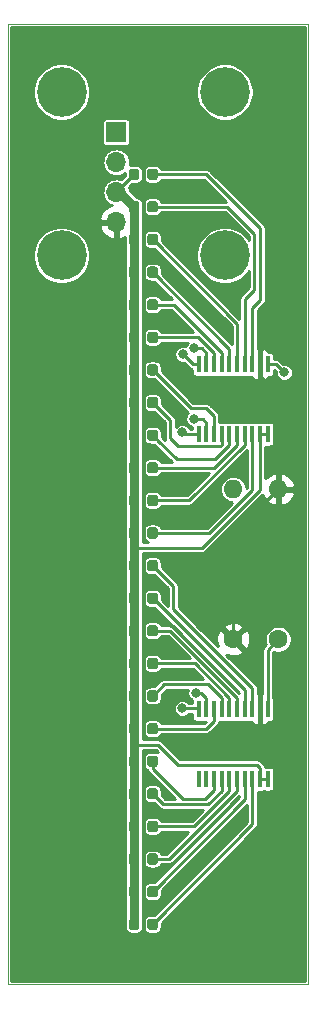
<source format=gbr>
G04 #@! TF.GenerationSoftware,KiCad,Pcbnew,(5.1.4)-1*
G04 #@! TF.CreationDate,2019-08-22T22:39:33-07:00*
G04 #@! TF.ProjectId,the,7468652e-6b69-4636-9164-5f7063625858,rev?*
G04 #@! TF.SameCoordinates,Original*
G04 #@! TF.FileFunction,Copper,L1,Top*
G04 #@! TF.FilePolarity,Positive*
%FSLAX46Y46*%
G04 Gerber Fmt 4.6, Leading zero omitted, Abs format (unit mm)*
G04 Created by KiCad (PCBNEW (5.1.4)-1) date 2019-08-22 22:39:33*
%MOMM*%
%LPD*%
G04 APERTURE LIST*
%ADD10C,0.120000*%
%ADD11C,4.200000*%
%ADD12R,0.450000X1.450000*%
%ADD13C,0.100000*%
%ADD14C,0.875000*%
%ADD15O,1.700000X1.700000*%
%ADD16R,1.700000X1.700000*%
%ADD17O,1.600000X1.600000*%
%ADD18C,1.600000*%
%ADD19C,0.800000*%
%ADD20C,0.250000*%
%ADD21C,0.800000*%
%ADD22C,0.254000*%
G04 APERTURE END LIST*
D10*
X63500000Y-119380000D02*
X63500000Y-38100000D01*
X88900000Y-119380000D02*
X63500000Y-119380000D01*
X88900000Y-38100000D02*
X88900000Y-119380000D01*
X63500000Y-38100000D02*
X88900000Y-38100000D01*
D11*
X81840300Y-57670000D03*
X68010000Y-57670000D03*
X68010000Y-43839700D03*
X81840300Y-43839700D03*
D12*
X85475000Y-66900000D03*
X84825000Y-66900000D03*
X84175000Y-66900000D03*
X83525000Y-66900000D03*
X82875000Y-66900000D03*
X82225000Y-66900000D03*
X81575000Y-66900000D03*
X80925000Y-66900000D03*
X80275000Y-66900000D03*
X79625000Y-66900000D03*
X79625000Y-72800000D03*
X80275000Y-72800000D03*
X80925000Y-72800000D03*
X81575000Y-72800000D03*
X82225000Y-72800000D03*
X82875000Y-72800000D03*
X83525000Y-72800000D03*
X84175000Y-72800000D03*
X84825000Y-72800000D03*
X85475000Y-72800000D03*
D13*
G36*
X74382691Y-66891267D02*
G01*
X74403926Y-66894417D01*
X74424750Y-66899633D01*
X74444962Y-66906865D01*
X74464368Y-66916044D01*
X74482781Y-66927080D01*
X74500024Y-66939868D01*
X74515930Y-66954284D01*
X74530346Y-66970190D01*
X74543134Y-66987433D01*
X74554170Y-67005846D01*
X74563349Y-67025252D01*
X74570581Y-67045464D01*
X74575797Y-67066288D01*
X74578947Y-67087523D01*
X74580000Y-67108964D01*
X74580000Y-67621464D01*
X74578947Y-67642905D01*
X74575797Y-67664140D01*
X74570581Y-67684964D01*
X74563349Y-67705176D01*
X74554170Y-67724582D01*
X74543134Y-67742995D01*
X74530346Y-67760238D01*
X74515930Y-67776144D01*
X74500024Y-67790560D01*
X74482781Y-67803348D01*
X74464368Y-67814384D01*
X74444962Y-67823563D01*
X74424750Y-67830795D01*
X74403926Y-67836011D01*
X74382691Y-67839161D01*
X74361250Y-67840214D01*
X73923750Y-67840214D01*
X73902309Y-67839161D01*
X73881074Y-67836011D01*
X73860250Y-67830795D01*
X73840038Y-67823563D01*
X73820632Y-67814384D01*
X73802219Y-67803348D01*
X73784976Y-67790560D01*
X73769070Y-67776144D01*
X73754654Y-67760238D01*
X73741866Y-67742995D01*
X73730830Y-67724582D01*
X73721651Y-67705176D01*
X73714419Y-67684964D01*
X73709203Y-67664140D01*
X73706053Y-67642905D01*
X73705000Y-67621464D01*
X73705000Y-67108964D01*
X73706053Y-67087523D01*
X73709203Y-67066288D01*
X73714419Y-67045464D01*
X73721651Y-67025252D01*
X73730830Y-67005846D01*
X73741866Y-66987433D01*
X73754654Y-66970190D01*
X73769070Y-66954284D01*
X73784976Y-66939868D01*
X73802219Y-66927080D01*
X73820632Y-66916044D01*
X73840038Y-66906865D01*
X73860250Y-66899633D01*
X73881074Y-66894417D01*
X73902309Y-66891267D01*
X73923750Y-66890214D01*
X74361250Y-66890214D01*
X74382691Y-66891267D01*
X74382691Y-66891267D01*
G37*
D14*
X74142500Y-67365214D03*
D13*
G36*
X75957691Y-66891267D02*
G01*
X75978926Y-66894417D01*
X75999750Y-66899633D01*
X76019962Y-66906865D01*
X76039368Y-66916044D01*
X76057781Y-66927080D01*
X76075024Y-66939868D01*
X76090930Y-66954284D01*
X76105346Y-66970190D01*
X76118134Y-66987433D01*
X76129170Y-67005846D01*
X76138349Y-67025252D01*
X76145581Y-67045464D01*
X76150797Y-67066288D01*
X76153947Y-67087523D01*
X76155000Y-67108964D01*
X76155000Y-67621464D01*
X76153947Y-67642905D01*
X76150797Y-67664140D01*
X76145581Y-67684964D01*
X76138349Y-67705176D01*
X76129170Y-67724582D01*
X76118134Y-67742995D01*
X76105346Y-67760238D01*
X76090930Y-67776144D01*
X76075024Y-67790560D01*
X76057781Y-67803348D01*
X76039368Y-67814384D01*
X76019962Y-67823563D01*
X75999750Y-67830795D01*
X75978926Y-67836011D01*
X75957691Y-67839161D01*
X75936250Y-67840214D01*
X75498750Y-67840214D01*
X75477309Y-67839161D01*
X75456074Y-67836011D01*
X75435250Y-67830795D01*
X75415038Y-67823563D01*
X75395632Y-67814384D01*
X75377219Y-67803348D01*
X75359976Y-67790560D01*
X75344070Y-67776144D01*
X75329654Y-67760238D01*
X75316866Y-67742995D01*
X75305830Y-67724582D01*
X75296651Y-67705176D01*
X75289419Y-67684964D01*
X75284203Y-67664140D01*
X75281053Y-67642905D01*
X75280000Y-67621464D01*
X75280000Y-67108964D01*
X75281053Y-67087523D01*
X75284203Y-67066288D01*
X75289419Y-67045464D01*
X75296651Y-67025252D01*
X75305830Y-67005846D01*
X75316866Y-66987433D01*
X75329654Y-66970190D01*
X75344070Y-66954284D01*
X75359976Y-66939868D01*
X75377219Y-66927080D01*
X75395632Y-66916044D01*
X75415038Y-66906865D01*
X75435250Y-66899633D01*
X75456074Y-66894417D01*
X75477309Y-66891267D01*
X75498750Y-66890214D01*
X75936250Y-66890214D01*
X75957691Y-66891267D01*
X75957691Y-66891267D01*
G37*
D14*
X75717500Y-67365214D03*
D13*
G36*
X74382691Y-69652136D02*
G01*
X74403926Y-69655286D01*
X74424750Y-69660502D01*
X74444962Y-69667734D01*
X74464368Y-69676913D01*
X74482781Y-69687949D01*
X74500024Y-69700737D01*
X74515930Y-69715153D01*
X74530346Y-69731059D01*
X74543134Y-69748302D01*
X74554170Y-69766715D01*
X74563349Y-69786121D01*
X74570581Y-69806333D01*
X74575797Y-69827157D01*
X74578947Y-69848392D01*
X74580000Y-69869833D01*
X74580000Y-70382333D01*
X74578947Y-70403774D01*
X74575797Y-70425009D01*
X74570581Y-70445833D01*
X74563349Y-70466045D01*
X74554170Y-70485451D01*
X74543134Y-70503864D01*
X74530346Y-70521107D01*
X74515930Y-70537013D01*
X74500024Y-70551429D01*
X74482781Y-70564217D01*
X74464368Y-70575253D01*
X74444962Y-70584432D01*
X74424750Y-70591664D01*
X74403926Y-70596880D01*
X74382691Y-70600030D01*
X74361250Y-70601083D01*
X73923750Y-70601083D01*
X73902309Y-70600030D01*
X73881074Y-70596880D01*
X73860250Y-70591664D01*
X73840038Y-70584432D01*
X73820632Y-70575253D01*
X73802219Y-70564217D01*
X73784976Y-70551429D01*
X73769070Y-70537013D01*
X73754654Y-70521107D01*
X73741866Y-70503864D01*
X73730830Y-70485451D01*
X73721651Y-70466045D01*
X73714419Y-70445833D01*
X73709203Y-70425009D01*
X73706053Y-70403774D01*
X73705000Y-70382333D01*
X73705000Y-69869833D01*
X73706053Y-69848392D01*
X73709203Y-69827157D01*
X73714419Y-69806333D01*
X73721651Y-69786121D01*
X73730830Y-69766715D01*
X73741866Y-69748302D01*
X73754654Y-69731059D01*
X73769070Y-69715153D01*
X73784976Y-69700737D01*
X73802219Y-69687949D01*
X73820632Y-69676913D01*
X73840038Y-69667734D01*
X73860250Y-69660502D01*
X73881074Y-69655286D01*
X73902309Y-69652136D01*
X73923750Y-69651083D01*
X74361250Y-69651083D01*
X74382691Y-69652136D01*
X74382691Y-69652136D01*
G37*
D14*
X74142500Y-70126083D03*
D13*
G36*
X75957691Y-69652136D02*
G01*
X75978926Y-69655286D01*
X75999750Y-69660502D01*
X76019962Y-69667734D01*
X76039368Y-69676913D01*
X76057781Y-69687949D01*
X76075024Y-69700737D01*
X76090930Y-69715153D01*
X76105346Y-69731059D01*
X76118134Y-69748302D01*
X76129170Y-69766715D01*
X76138349Y-69786121D01*
X76145581Y-69806333D01*
X76150797Y-69827157D01*
X76153947Y-69848392D01*
X76155000Y-69869833D01*
X76155000Y-70382333D01*
X76153947Y-70403774D01*
X76150797Y-70425009D01*
X76145581Y-70445833D01*
X76138349Y-70466045D01*
X76129170Y-70485451D01*
X76118134Y-70503864D01*
X76105346Y-70521107D01*
X76090930Y-70537013D01*
X76075024Y-70551429D01*
X76057781Y-70564217D01*
X76039368Y-70575253D01*
X76019962Y-70584432D01*
X75999750Y-70591664D01*
X75978926Y-70596880D01*
X75957691Y-70600030D01*
X75936250Y-70601083D01*
X75498750Y-70601083D01*
X75477309Y-70600030D01*
X75456074Y-70596880D01*
X75435250Y-70591664D01*
X75415038Y-70584432D01*
X75395632Y-70575253D01*
X75377219Y-70564217D01*
X75359976Y-70551429D01*
X75344070Y-70537013D01*
X75329654Y-70521107D01*
X75316866Y-70503864D01*
X75305830Y-70485451D01*
X75296651Y-70466045D01*
X75289419Y-70445833D01*
X75284203Y-70425009D01*
X75281053Y-70403774D01*
X75280000Y-70382333D01*
X75280000Y-69869833D01*
X75281053Y-69848392D01*
X75284203Y-69827157D01*
X75289419Y-69806333D01*
X75296651Y-69786121D01*
X75305830Y-69766715D01*
X75316866Y-69748302D01*
X75329654Y-69731059D01*
X75344070Y-69715153D01*
X75359976Y-69700737D01*
X75377219Y-69687949D01*
X75395632Y-69676913D01*
X75415038Y-69667734D01*
X75435250Y-69660502D01*
X75456074Y-69655286D01*
X75477309Y-69652136D01*
X75498750Y-69651083D01*
X75936250Y-69651083D01*
X75957691Y-69652136D01*
X75957691Y-69652136D01*
G37*
D14*
X75717500Y-70126083D03*
D13*
G36*
X75957691Y-72413005D02*
G01*
X75978926Y-72416155D01*
X75999750Y-72421371D01*
X76019962Y-72428603D01*
X76039368Y-72437782D01*
X76057781Y-72448818D01*
X76075024Y-72461606D01*
X76090930Y-72476022D01*
X76105346Y-72491928D01*
X76118134Y-72509171D01*
X76129170Y-72527584D01*
X76138349Y-72546990D01*
X76145581Y-72567202D01*
X76150797Y-72588026D01*
X76153947Y-72609261D01*
X76155000Y-72630702D01*
X76155000Y-73143202D01*
X76153947Y-73164643D01*
X76150797Y-73185878D01*
X76145581Y-73206702D01*
X76138349Y-73226914D01*
X76129170Y-73246320D01*
X76118134Y-73264733D01*
X76105346Y-73281976D01*
X76090930Y-73297882D01*
X76075024Y-73312298D01*
X76057781Y-73325086D01*
X76039368Y-73336122D01*
X76019962Y-73345301D01*
X75999750Y-73352533D01*
X75978926Y-73357749D01*
X75957691Y-73360899D01*
X75936250Y-73361952D01*
X75498750Y-73361952D01*
X75477309Y-73360899D01*
X75456074Y-73357749D01*
X75435250Y-73352533D01*
X75415038Y-73345301D01*
X75395632Y-73336122D01*
X75377219Y-73325086D01*
X75359976Y-73312298D01*
X75344070Y-73297882D01*
X75329654Y-73281976D01*
X75316866Y-73264733D01*
X75305830Y-73246320D01*
X75296651Y-73226914D01*
X75289419Y-73206702D01*
X75284203Y-73185878D01*
X75281053Y-73164643D01*
X75280000Y-73143202D01*
X75280000Y-72630702D01*
X75281053Y-72609261D01*
X75284203Y-72588026D01*
X75289419Y-72567202D01*
X75296651Y-72546990D01*
X75305830Y-72527584D01*
X75316866Y-72509171D01*
X75329654Y-72491928D01*
X75344070Y-72476022D01*
X75359976Y-72461606D01*
X75377219Y-72448818D01*
X75395632Y-72437782D01*
X75415038Y-72428603D01*
X75435250Y-72421371D01*
X75456074Y-72416155D01*
X75477309Y-72413005D01*
X75498750Y-72411952D01*
X75936250Y-72411952D01*
X75957691Y-72413005D01*
X75957691Y-72413005D01*
G37*
D14*
X75717500Y-72886952D03*
D13*
G36*
X74382691Y-72413005D02*
G01*
X74403926Y-72416155D01*
X74424750Y-72421371D01*
X74444962Y-72428603D01*
X74464368Y-72437782D01*
X74482781Y-72448818D01*
X74500024Y-72461606D01*
X74515930Y-72476022D01*
X74530346Y-72491928D01*
X74543134Y-72509171D01*
X74554170Y-72527584D01*
X74563349Y-72546990D01*
X74570581Y-72567202D01*
X74575797Y-72588026D01*
X74578947Y-72609261D01*
X74580000Y-72630702D01*
X74580000Y-73143202D01*
X74578947Y-73164643D01*
X74575797Y-73185878D01*
X74570581Y-73206702D01*
X74563349Y-73226914D01*
X74554170Y-73246320D01*
X74543134Y-73264733D01*
X74530346Y-73281976D01*
X74515930Y-73297882D01*
X74500024Y-73312298D01*
X74482781Y-73325086D01*
X74464368Y-73336122D01*
X74444962Y-73345301D01*
X74424750Y-73352533D01*
X74403926Y-73357749D01*
X74382691Y-73360899D01*
X74361250Y-73361952D01*
X73923750Y-73361952D01*
X73902309Y-73360899D01*
X73881074Y-73357749D01*
X73860250Y-73352533D01*
X73840038Y-73345301D01*
X73820632Y-73336122D01*
X73802219Y-73325086D01*
X73784976Y-73312298D01*
X73769070Y-73297882D01*
X73754654Y-73281976D01*
X73741866Y-73264733D01*
X73730830Y-73246320D01*
X73721651Y-73226914D01*
X73714419Y-73206702D01*
X73709203Y-73185878D01*
X73706053Y-73164643D01*
X73705000Y-73143202D01*
X73705000Y-72630702D01*
X73706053Y-72609261D01*
X73709203Y-72588026D01*
X73714419Y-72567202D01*
X73721651Y-72546990D01*
X73730830Y-72527584D01*
X73741866Y-72509171D01*
X73754654Y-72491928D01*
X73769070Y-72476022D01*
X73784976Y-72461606D01*
X73802219Y-72448818D01*
X73820632Y-72437782D01*
X73840038Y-72428603D01*
X73860250Y-72421371D01*
X73881074Y-72416155D01*
X73902309Y-72413005D01*
X73923750Y-72411952D01*
X74361250Y-72411952D01*
X74382691Y-72413005D01*
X74382691Y-72413005D01*
G37*
D14*
X74142500Y-72886952D03*
D13*
G36*
X74382691Y-75173874D02*
G01*
X74403926Y-75177024D01*
X74424750Y-75182240D01*
X74444962Y-75189472D01*
X74464368Y-75198651D01*
X74482781Y-75209687D01*
X74500024Y-75222475D01*
X74515930Y-75236891D01*
X74530346Y-75252797D01*
X74543134Y-75270040D01*
X74554170Y-75288453D01*
X74563349Y-75307859D01*
X74570581Y-75328071D01*
X74575797Y-75348895D01*
X74578947Y-75370130D01*
X74580000Y-75391571D01*
X74580000Y-75904071D01*
X74578947Y-75925512D01*
X74575797Y-75946747D01*
X74570581Y-75967571D01*
X74563349Y-75987783D01*
X74554170Y-76007189D01*
X74543134Y-76025602D01*
X74530346Y-76042845D01*
X74515930Y-76058751D01*
X74500024Y-76073167D01*
X74482781Y-76085955D01*
X74464368Y-76096991D01*
X74444962Y-76106170D01*
X74424750Y-76113402D01*
X74403926Y-76118618D01*
X74382691Y-76121768D01*
X74361250Y-76122821D01*
X73923750Y-76122821D01*
X73902309Y-76121768D01*
X73881074Y-76118618D01*
X73860250Y-76113402D01*
X73840038Y-76106170D01*
X73820632Y-76096991D01*
X73802219Y-76085955D01*
X73784976Y-76073167D01*
X73769070Y-76058751D01*
X73754654Y-76042845D01*
X73741866Y-76025602D01*
X73730830Y-76007189D01*
X73721651Y-75987783D01*
X73714419Y-75967571D01*
X73709203Y-75946747D01*
X73706053Y-75925512D01*
X73705000Y-75904071D01*
X73705000Y-75391571D01*
X73706053Y-75370130D01*
X73709203Y-75348895D01*
X73714419Y-75328071D01*
X73721651Y-75307859D01*
X73730830Y-75288453D01*
X73741866Y-75270040D01*
X73754654Y-75252797D01*
X73769070Y-75236891D01*
X73784976Y-75222475D01*
X73802219Y-75209687D01*
X73820632Y-75198651D01*
X73840038Y-75189472D01*
X73860250Y-75182240D01*
X73881074Y-75177024D01*
X73902309Y-75173874D01*
X73923750Y-75172821D01*
X74361250Y-75172821D01*
X74382691Y-75173874D01*
X74382691Y-75173874D01*
G37*
D14*
X74142500Y-75647821D03*
D13*
G36*
X75957691Y-75173874D02*
G01*
X75978926Y-75177024D01*
X75999750Y-75182240D01*
X76019962Y-75189472D01*
X76039368Y-75198651D01*
X76057781Y-75209687D01*
X76075024Y-75222475D01*
X76090930Y-75236891D01*
X76105346Y-75252797D01*
X76118134Y-75270040D01*
X76129170Y-75288453D01*
X76138349Y-75307859D01*
X76145581Y-75328071D01*
X76150797Y-75348895D01*
X76153947Y-75370130D01*
X76155000Y-75391571D01*
X76155000Y-75904071D01*
X76153947Y-75925512D01*
X76150797Y-75946747D01*
X76145581Y-75967571D01*
X76138349Y-75987783D01*
X76129170Y-76007189D01*
X76118134Y-76025602D01*
X76105346Y-76042845D01*
X76090930Y-76058751D01*
X76075024Y-76073167D01*
X76057781Y-76085955D01*
X76039368Y-76096991D01*
X76019962Y-76106170D01*
X75999750Y-76113402D01*
X75978926Y-76118618D01*
X75957691Y-76121768D01*
X75936250Y-76122821D01*
X75498750Y-76122821D01*
X75477309Y-76121768D01*
X75456074Y-76118618D01*
X75435250Y-76113402D01*
X75415038Y-76106170D01*
X75395632Y-76096991D01*
X75377219Y-76085955D01*
X75359976Y-76073167D01*
X75344070Y-76058751D01*
X75329654Y-76042845D01*
X75316866Y-76025602D01*
X75305830Y-76007189D01*
X75296651Y-75987783D01*
X75289419Y-75967571D01*
X75284203Y-75946747D01*
X75281053Y-75925512D01*
X75280000Y-75904071D01*
X75280000Y-75391571D01*
X75281053Y-75370130D01*
X75284203Y-75348895D01*
X75289419Y-75328071D01*
X75296651Y-75307859D01*
X75305830Y-75288453D01*
X75316866Y-75270040D01*
X75329654Y-75252797D01*
X75344070Y-75236891D01*
X75359976Y-75222475D01*
X75377219Y-75209687D01*
X75395632Y-75198651D01*
X75415038Y-75189472D01*
X75435250Y-75182240D01*
X75456074Y-75177024D01*
X75477309Y-75173874D01*
X75498750Y-75172821D01*
X75936250Y-75172821D01*
X75957691Y-75173874D01*
X75957691Y-75173874D01*
G37*
D14*
X75717500Y-75647821D03*
D13*
G36*
X75957691Y-77934743D02*
G01*
X75978926Y-77937893D01*
X75999750Y-77943109D01*
X76019962Y-77950341D01*
X76039368Y-77959520D01*
X76057781Y-77970556D01*
X76075024Y-77983344D01*
X76090930Y-77997760D01*
X76105346Y-78013666D01*
X76118134Y-78030909D01*
X76129170Y-78049322D01*
X76138349Y-78068728D01*
X76145581Y-78088940D01*
X76150797Y-78109764D01*
X76153947Y-78130999D01*
X76155000Y-78152440D01*
X76155000Y-78664940D01*
X76153947Y-78686381D01*
X76150797Y-78707616D01*
X76145581Y-78728440D01*
X76138349Y-78748652D01*
X76129170Y-78768058D01*
X76118134Y-78786471D01*
X76105346Y-78803714D01*
X76090930Y-78819620D01*
X76075024Y-78834036D01*
X76057781Y-78846824D01*
X76039368Y-78857860D01*
X76019962Y-78867039D01*
X75999750Y-78874271D01*
X75978926Y-78879487D01*
X75957691Y-78882637D01*
X75936250Y-78883690D01*
X75498750Y-78883690D01*
X75477309Y-78882637D01*
X75456074Y-78879487D01*
X75435250Y-78874271D01*
X75415038Y-78867039D01*
X75395632Y-78857860D01*
X75377219Y-78846824D01*
X75359976Y-78834036D01*
X75344070Y-78819620D01*
X75329654Y-78803714D01*
X75316866Y-78786471D01*
X75305830Y-78768058D01*
X75296651Y-78748652D01*
X75289419Y-78728440D01*
X75284203Y-78707616D01*
X75281053Y-78686381D01*
X75280000Y-78664940D01*
X75280000Y-78152440D01*
X75281053Y-78130999D01*
X75284203Y-78109764D01*
X75289419Y-78088940D01*
X75296651Y-78068728D01*
X75305830Y-78049322D01*
X75316866Y-78030909D01*
X75329654Y-78013666D01*
X75344070Y-77997760D01*
X75359976Y-77983344D01*
X75377219Y-77970556D01*
X75395632Y-77959520D01*
X75415038Y-77950341D01*
X75435250Y-77943109D01*
X75456074Y-77937893D01*
X75477309Y-77934743D01*
X75498750Y-77933690D01*
X75936250Y-77933690D01*
X75957691Y-77934743D01*
X75957691Y-77934743D01*
G37*
D14*
X75717500Y-78408690D03*
D13*
G36*
X74382691Y-77934743D02*
G01*
X74403926Y-77937893D01*
X74424750Y-77943109D01*
X74444962Y-77950341D01*
X74464368Y-77959520D01*
X74482781Y-77970556D01*
X74500024Y-77983344D01*
X74515930Y-77997760D01*
X74530346Y-78013666D01*
X74543134Y-78030909D01*
X74554170Y-78049322D01*
X74563349Y-78068728D01*
X74570581Y-78088940D01*
X74575797Y-78109764D01*
X74578947Y-78130999D01*
X74580000Y-78152440D01*
X74580000Y-78664940D01*
X74578947Y-78686381D01*
X74575797Y-78707616D01*
X74570581Y-78728440D01*
X74563349Y-78748652D01*
X74554170Y-78768058D01*
X74543134Y-78786471D01*
X74530346Y-78803714D01*
X74515930Y-78819620D01*
X74500024Y-78834036D01*
X74482781Y-78846824D01*
X74464368Y-78857860D01*
X74444962Y-78867039D01*
X74424750Y-78874271D01*
X74403926Y-78879487D01*
X74382691Y-78882637D01*
X74361250Y-78883690D01*
X73923750Y-78883690D01*
X73902309Y-78882637D01*
X73881074Y-78879487D01*
X73860250Y-78874271D01*
X73840038Y-78867039D01*
X73820632Y-78857860D01*
X73802219Y-78846824D01*
X73784976Y-78834036D01*
X73769070Y-78819620D01*
X73754654Y-78803714D01*
X73741866Y-78786471D01*
X73730830Y-78768058D01*
X73721651Y-78748652D01*
X73714419Y-78728440D01*
X73709203Y-78707616D01*
X73706053Y-78686381D01*
X73705000Y-78664940D01*
X73705000Y-78152440D01*
X73706053Y-78130999D01*
X73709203Y-78109764D01*
X73714419Y-78088940D01*
X73721651Y-78068728D01*
X73730830Y-78049322D01*
X73741866Y-78030909D01*
X73754654Y-78013666D01*
X73769070Y-77997760D01*
X73784976Y-77983344D01*
X73802219Y-77970556D01*
X73820632Y-77959520D01*
X73840038Y-77950341D01*
X73860250Y-77943109D01*
X73881074Y-77937893D01*
X73902309Y-77934743D01*
X73923750Y-77933690D01*
X74361250Y-77933690D01*
X74382691Y-77934743D01*
X74382691Y-77934743D01*
G37*
D14*
X74142500Y-78408690D03*
D13*
G36*
X74382691Y-80695612D02*
G01*
X74403926Y-80698762D01*
X74424750Y-80703978D01*
X74444962Y-80711210D01*
X74464368Y-80720389D01*
X74482781Y-80731425D01*
X74500024Y-80744213D01*
X74515930Y-80758629D01*
X74530346Y-80774535D01*
X74543134Y-80791778D01*
X74554170Y-80810191D01*
X74563349Y-80829597D01*
X74570581Y-80849809D01*
X74575797Y-80870633D01*
X74578947Y-80891868D01*
X74580000Y-80913309D01*
X74580000Y-81425809D01*
X74578947Y-81447250D01*
X74575797Y-81468485D01*
X74570581Y-81489309D01*
X74563349Y-81509521D01*
X74554170Y-81528927D01*
X74543134Y-81547340D01*
X74530346Y-81564583D01*
X74515930Y-81580489D01*
X74500024Y-81594905D01*
X74482781Y-81607693D01*
X74464368Y-81618729D01*
X74444962Y-81627908D01*
X74424750Y-81635140D01*
X74403926Y-81640356D01*
X74382691Y-81643506D01*
X74361250Y-81644559D01*
X73923750Y-81644559D01*
X73902309Y-81643506D01*
X73881074Y-81640356D01*
X73860250Y-81635140D01*
X73840038Y-81627908D01*
X73820632Y-81618729D01*
X73802219Y-81607693D01*
X73784976Y-81594905D01*
X73769070Y-81580489D01*
X73754654Y-81564583D01*
X73741866Y-81547340D01*
X73730830Y-81528927D01*
X73721651Y-81509521D01*
X73714419Y-81489309D01*
X73709203Y-81468485D01*
X73706053Y-81447250D01*
X73705000Y-81425809D01*
X73705000Y-80913309D01*
X73706053Y-80891868D01*
X73709203Y-80870633D01*
X73714419Y-80849809D01*
X73721651Y-80829597D01*
X73730830Y-80810191D01*
X73741866Y-80791778D01*
X73754654Y-80774535D01*
X73769070Y-80758629D01*
X73784976Y-80744213D01*
X73802219Y-80731425D01*
X73820632Y-80720389D01*
X73840038Y-80711210D01*
X73860250Y-80703978D01*
X73881074Y-80698762D01*
X73902309Y-80695612D01*
X73923750Y-80694559D01*
X74361250Y-80694559D01*
X74382691Y-80695612D01*
X74382691Y-80695612D01*
G37*
D14*
X74142500Y-81169559D03*
D13*
G36*
X75957691Y-80695612D02*
G01*
X75978926Y-80698762D01*
X75999750Y-80703978D01*
X76019962Y-80711210D01*
X76039368Y-80720389D01*
X76057781Y-80731425D01*
X76075024Y-80744213D01*
X76090930Y-80758629D01*
X76105346Y-80774535D01*
X76118134Y-80791778D01*
X76129170Y-80810191D01*
X76138349Y-80829597D01*
X76145581Y-80849809D01*
X76150797Y-80870633D01*
X76153947Y-80891868D01*
X76155000Y-80913309D01*
X76155000Y-81425809D01*
X76153947Y-81447250D01*
X76150797Y-81468485D01*
X76145581Y-81489309D01*
X76138349Y-81509521D01*
X76129170Y-81528927D01*
X76118134Y-81547340D01*
X76105346Y-81564583D01*
X76090930Y-81580489D01*
X76075024Y-81594905D01*
X76057781Y-81607693D01*
X76039368Y-81618729D01*
X76019962Y-81627908D01*
X75999750Y-81635140D01*
X75978926Y-81640356D01*
X75957691Y-81643506D01*
X75936250Y-81644559D01*
X75498750Y-81644559D01*
X75477309Y-81643506D01*
X75456074Y-81640356D01*
X75435250Y-81635140D01*
X75415038Y-81627908D01*
X75395632Y-81618729D01*
X75377219Y-81607693D01*
X75359976Y-81594905D01*
X75344070Y-81580489D01*
X75329654Y-81564583D01*
X75316866Y-81547340D01*
X75305830Y-81528927D01*
X75296651Y-81509521D01*
X75289419Y-81489309D01*
X75284203Y-81468485D01*
X75281053Y-81447250D01*
X75280000Y-81425809D01*
X75280000Y-80913309D01*
X75281053Y-80891868D01*
X75284203Y-80870633D01*
X75289419Y-80849809D01*
X75296651Y-80829597D01*
X75305830Y-80810191D01*
X75316866Y-80791778D01*
X75329654Y-80774535D01*
X75344070Y-80758629D01*
X75359976Y-80744213D01*
X75377219Y-80731425D01*
X75395632Y-80720389D01*
X75415038Y-80711210D01*
X75435250Y-80703978D01*
X75456074Y-80698762D01*
X75477309Y-80695612D01*
X75498750Y-80694559D01*
X75936250Y-80694559D01*
X75957691Y-80695612D01*
X75957691Y-80695612D01*
G37*
D14*
X75717500Y-81169559D03*
D13*
G36*
X75957691Y-94499957D02*
G01*
X75978926Y-94503107D01*
X75999750Y-94508323D01*
X76019962Y-94515555D01*
X76039368Y-94524734D01*
X76057781Y-94535770D01*
X76075024Y-94548558D01*
X76090930Y-94562974D01*
X76105346Y-94578880D01*
X76118134Y-94596123D01*
X76129170Y-94614536D01*
X76138349Y-94633942D01*
X76145581Y-94654154D01*
X76150797Y-94674978D01*
X76153947Y-94696213D01*
X76155000Y-94717654D01*
X76155000Y-95230154D01*
X76153947Y-95251595D01*
X76150797Y-95272830D01*
X76145581Y-95293654D01*
X76138349Y-95313866D01*
X76129170Y-95333272D01*
X76118134Y-95351685D01*
X76105346Y-95368928D01*
X76090930Y-95384834D01*
X76075024Y-95399250D01*
X76057781Y-95412038D01*
X76039368Y-95423074D01*
X76019962Y-95432253D01*
X75999750Y-95439485D01*
X75978926Y-95444701D01*
X75957691Y-95447851D01*
X75936250Y-95448904D01*
X75498750Y-95448904D01*
X75477309Y-95447851D01*
X75456074Y-95444701D01*
X75435250Y-95439485D01*
X75415038Y-95432253D01*
X75395632Y-95423074D01*
X75377219Y-95412038D01*
X75359976Y-95399250D01*
X75344070Y-95384834D01*
X75329654Y-95368928D01*
X75316866Y-95351685D01*
X75305830Y-95333272D01*
X75296651Y-95313866D01*
X75289419Y-95293654D01*
X75284203Y-95272830D01*
X75281053Y-95251595D01*
X75280000Y-95230154D01*
X75280000Y-94717654D01*
X75281053Y-94696213D01*
X75284203Y-94674978D01*
X75289419Y-94654154D01*
X75296651Y-94633942D01*
X75305830Y-94614536D01*
X75316866Y-94596123D01*
X75329654Y-94578880D01*
X75344070Y-94562974D01*
X75359976Y-94548558D01*
X75377219Y-94535770D01*
X75395632Y-94524734D01*
X75415038Y-94515555D01*
X75435250Y-94508323D01*
X75456074Y-94503107D01*
X75477309Y-94499957D01*
X75498750Y-94498904D01*
X75936250Y-94498904D01*
X75957691Y-94499957D01*
X75957691Y-94499957D01*
G37*
D14*
X75717500Y-94973904D03*
D13*
G36*
X74382691Y-94499957D02*
G01*
X74403926Y-94503107D01*
X74424750Y-94508323D01*
X74444962Y-94515555D01*
X74464368Y-94524734D01*
X74482781Y-94535770D01*
X74500024Y-94548558D01*
X74515930Y-94562974D01*
X74530346Y-94578880D01*
X74543134Y-94596123D01*
X74554170Y-94614536D01*
X74563349Y-94633942D01*
X74570581Y-94654154D01*
X74575797Y-94674978D01*
X74578947Y-94696213D01*
X74580000Y-94717654D01*
X74580000Y-95230154D01*
X74578947Y-95251595D01*
X74575797Y-95272830D01*
X74570581Y-95293654D01*
X74563349Y-95313866D01*
X74554170Y-95333272D01*
X74543134Y-95351685D01*
X74530346Y-95368928D01*
X74515930Y-95384834D01*
X74500024Y-95399250D01*
X74482781Y-95412038D01*
X74464368Y-95423074D01*
X74444962Y-95432253D01*
X74424750Y-95439485D01*
X74403926Y-95444701D01*
X74382691Y-95447851D01*
X74361250Y-95448904D01*
X73923750Y-95448904D01*
X73902309Y-95447851D01*
X73881074Y-95444701D01*
X73860250Y-95439485D01*
X73840038Y-95432253D01*
X73820632Y-95423074D01*
X73802219Y-95412038D01*
X73784976Y-95399250D01*
X73769070Y-95384834D01*
X73754654Y-95368928D01*
X73741866Y-95351685D01*
X73730830Y-95333272D01*
X73721651Y-95313866D01*
X73714419Y-95293654D01*
X73709203Y-95272830D01*
X73706053Y-95251595D01*
X73705000Y-95230154D01*
X73705000Y-94717654D01*
X73706053Y-94696213D01*
X73709203Y-94674978D01*
X73714419Y-94654154D01*
X73721651Y-94633942D01*
X73730830Y-94614536D01*
X73741866Y-94596123D01*
X73754654Y-94578880D01*
X73769070Y-94562974D01*
X73784976Y-94548558D01*
X73802219Y-94535770D01*
X73820632Y-94524734D01*
X73840038Y-94515555D01*
X73860250Y-94508323D01*
X73881074Y-94503107D01*
X73902309Y-94499957D01*
X73923750Y-94498904D01*
X74361250Y-94498904D01*
X74382691Y-94499957D01*
X74382691Y-94499957D01*
G37*
D14*
X74142500Y-94973904D03*
D13*
G36*
X74382691Y-97260826D02*
G01*
X74403926Y-97263976D01*
X74424750Y-97269192D01*
X74444962Y-97276424D01*
X74464368Y-97285603D01*
X74482781Y-97296639D01*
X74500024Y-97309427D01*
X74515930Y-97323843D01*
X74530346Y-97339749D01*
X74543134Y-97356992D01*
X74554170Y-97375405D01*
X74563349Y-97394811D01*
X74570581Y-97415023D01*
X74575797Y-97435847D01*
X74578947Y-97457082D01*
X74580000Y-97478523D01*
X74580000Y-97991023D01*
X74578947Y-98012464D01*
X74575797Y-98033699D01*
X74570581Y-98054523D01*
X74563349Y-98074735D01*
X74554170Y-98094141D01*
X74543134Y-98112554D01*
X74530346Y-98129797D01*
X74515930Y-98145703D01*
X74500024Y-98160119D01*
X74482781Y-98172907D01*
X74464368Y-98183943D01*
X74444962Y-98193122D01*
X74424750Y-98200354D01*
X74403926Y-98205570D01*
X74382691Y-98208720D01*
X74361250Y-98209773D01*
X73923750Y-98209773D01*
X73902309Y-98208720D01*
X73881074Y-98205570D01*
X73860250Y-98200354D01*
X73840038Y-98193122D01*
X73820632Y-98183943D01*
X73802219Y-98172907D01*
X73784976Y-98160119D01*
X73769070Y-98145703D01*
X73754654Y-98129797D01*
X73741866Y-98112554D01*
X73730830Y-98094141D01*
X73721651Y-98074735D01*
X73714419Y-98054523D01*
X73709203Y-98033699D01*
X73706053Y-98012464D01*
X73705000Y-97991023D01*
X73705000Y-97478523D01*
X73706053Y-97457082D01*
X73709203Y-97435847D01*
X73714419Y-97415023D01*
X73721651Y-97394811D01*
X73730830Y-97375405D01*
X73741866Y-97356992D01*
X73754654Y-97339749D01*
X73769070Y-97323843D01*
X73784976Y-97309427D01*
X73802219Y-97296639D01*
X73820632Y-97285603D01*
X73840038Y-97276424D01*
X73860250Y-97269192D01*
X73881074Y-97263976D01*
X73902309Y-97260826D01*
X73923750Y-97259773D01*
X74361250Y-97259773D01*
X74382691Y-97260826D01*
X74382691Y-97260826D01*
G37*
D14*
X74142500Y-97734773D03*
D13*
G36*
X75957691Y-97260826D02*
G01*
X75978926Y-97263976D01*
X75999750Y-97269192D01*
X76019962Y-97276424D01*
X76039368Y-97285603D01*
X76057781Y-97296639D01*
X76075024Y-97309427D01*
X76090930Y-97323843D01*
X76105346Y-97339749D01*
X76118134Y-97356992D01*
X76129170Y-97375405D01*
X76138349Y-97394811D01*
X76145581Y-97415023D01*
X76150797Y-97435847D01*
X76153947Y-97457082D01*
X76155000Y-97478523D01*
X76155000Y-97991023D01*
X76153947Y-98012464D01*
X76150797Y-98033699D01*
X76145581Y-98054523D01*
X76138349Y-98074735D01*
X76129170Y-98094141D01*
X76118134Y-98112554D01*
X76105346Y-98129797D01*
X76090930Y-98145703D01*
X76075024Y-98160119D01*
X76057781Y-98172907D01*
X76039368Y-98183943D01*
X76019962Y-98193122D01*
X75999750Y-98200354D01*
X75978926Y-98205570D01*
X75957691Y-98208720D01*
X75936250Y-98209773D01*
X75498750Y-98209773D01*
X75477309Y-98208720D01*
X75456074Y-98205570D01*
X75435250Y-98200354D01*
X75415038Y-98193122D01*
X75395632Y-98183943D01*
X75377219Y-98172907D01*
X75359976Y-98160119D01*
X75344070Y-98145703D01*
X75329654Y-98129797D01*
X75316866Y-98112554D01*
X75305830Y-98094141D01*
X75296651Y-98074735D01*
X75289419Y-98054523D01*
X75284203Y-98033699D01*
X75281053Y-98012464D01*
X75280000Y-97991023D01*
X75280000Y-97478523D01*
X75281053Y-97457082D01*
X75284203Y-97435847D01*
X75289419Y-97415023D01*
X75296651Y-97394811D01*
X75305830Y-97375405D01*
X75316866Y-97356992D01*
X75329654Y-97339749D01*
X75344070Y-97323843D01*
X75359976Y-97309427D01*
X75377219Y-97296639D01*
X75395632Y-97285603D01*
X75415038Y-97276424D01*
X75435250Y-97269192D01*
X75456074Y-97263976D01*
X75477309Y-97260826D01*
X75498750Y-97259773D01*
X75936250Y-97259773D01*
X75957691Y-97260826D01*
X75957691Y-97260826D01*
G37*
D14*
X75717500Y-97734773D03*
D13*
G36*
X74382691Y-100021695D02*
G01*
X74403926Y-100024845D01*
X74424750Y-100030061D01*
X74444962Y-100037293D01*
X74464368Y-100046472D01*
X74482781Y-100057508D01*
X74500024Y-100070296D01*
X74515930Y-100084712D01*
X74530346Y-100100618D01*
X74543134Y-100117861D01*
X74554170Y-100136274D01*
X74563349Y-100155680D01*
X74570581Y-100175892D01*
X74575797Y-100196716D01*
X74578947Y-100217951D01*
X74580000Y-100239392D01*
X74580000Y-100751892D01*
X74578947Y-100773333D01*
X74575797Y-100794568D01*
X74570581Y-100815392D01*
X74563349Y-100835604D01*
X74554170Y-100855010D01*
X74543134Y-100873423D01*
X74530346Y-100890666D01*
X74515930Y-100906572D01*
X74500024Y-100920988D01*
X74482781Y-100933776D01*
X74464368Y-100944812D01*
X74444962Y-100953991D01*
X74424750Y-100961223D01*
X74403926Y-100966439D01*
X74382691Y-100969589D01*
X74361250Y-100970642D01*
X73923750Y-100970642D01*
X73902309Y-100969589D01*
X73881074Y-100966439D01*
X73860250Y-100961223D01*
X73840038Y-100953991D01*
X73820632Y-100944812D01*
X73802219Y-100933776D01*
X73784976Y-100920988D01*
X73769070Y-100906572D01*
X73754654Y-100890666D01*
X73741866Y-100873423D01*
X73730830Y-100855010D01*
X73721651Y-100835604D01*
X73714419Y-100815392D01*
X73709203Y-100794568D01*
X73706053Y-100773333D01*
X73705000Y-100751892D01*
X73705000Y-100239392D01*
X73706053Y-100217951D01*
X73709203Y-100196716D01*
X73714419Y-100175892D01*
X73721651Y-100155680D01*
X73730830Y-100136274D01*
X73741866Y-100117861D01*
X73754654Y-100100618D01*
X73769070Y-100084712D01*
X73784976Y-100070296D01*
X73802219Y-100057508D01*
X73820632Y-100046472D01*
X73840038Y-100037293D01*
X73860250Y-100030061D01*
X73881074Y-100024845D01*
X73902309Y-100021695D01*
X73923750Y-100020642D01*
X74361250Y-100020642D01*
X74382691Y-100021695D01*
X74382691Y-100021695D01*
G37*
D14*
X74142500Y-100495642D03*
D13*
G36*
X75957691Y-100021695D02*
G01*
X75978926Y-100024845D01*
X75999750Y-100030061D01*
X76019962Y-100037293D01*
X76039368Y-100046472D01*
X76057781Y-100057508D01*
X76075024Y-100070296D01*
X76090930Y-100084712D01*
X76105346Y-100100618D01*
X76118134Y-100117861D01*
X76129170Y-100136274D01*
X76138349Y-100155680D01*
X76145581Y-100175892D01*
X76150797Y-100196716D01*
X76153947Y-100217951D01*
X76155000Y-100239392D01*
X76155000Y-100751892D01*
X76153947Y-100773333D01*
X76150797Y-100794568D01*
X76145581Y-100815392D01*
X76138349Y-100835604D01*
X76129170Y-100855010D01*
X76118134Y-100873423D01*
X76105346Y-100890666D01*
X76090930Y-100906572D01*
X76075024Y-100920988D01*
X76057781Y-100933776D01*
X76039368Y-100944812D01*
X76019962Y-100953991D01*
X75999750Y-100961223D01*
X75978926Y-100966439D01*
X75957691Y-100969589D01*
X75936250Y-100970642D01*
X75498750Y-100970642D01*
X75477309Y-100969589D01*
X75456074Y-100966439D01*
X75435250Y-100961223D01*
X75415038Y-100953991D01*
X75395632Y-100944812D01*
X75377219Y-100933776D01*
X75359976Y-100920988D01*
X75344070Y-100906572D01*
X75329654Y-100890666D01*
X75316866Y-100873423D01*
X75305830Y-100855010D01*
X75296651Y-100835604D01*
X75289419Y-100815392D01*
X75284203Y-100794568D01*
X75281053Y-100773333D01*
X75280000Y-100751892D01*
X75280000Y-100239392D01*
X75281053Y-100217951D01*
X75284203Y-100196716D01*
X75289419Y-100175892D01*
X75296651Y-100155680D01*
X75305830Y-100136274D01*
X75316866Y-100117861D01*
X75329654Y-100100618D01*
X75344070Y-100084712D01*
X75359976Y-100070296D01*
X75377219Y-100057508D01*
X75395632Y-100046472D01*
X75415038Y-100037293D01*
X75435250Y-100030061D01*
X75456074Y-100024845D01*
X75477309Y-100021695D01*
X75498750Y-100020642D01*
X75936250Y-100020642D01*
X75957691Y-100021695D01*
X75957691Y-100021695D01*
G37*
D14*
X75717500Y-100495642D03*
D13*
G36*
X75957691Y-102782564D02*
G01*
X75978926Y-102785714D01*
X75999750Y-102790930D01*
X76019962Y-102798162D01*
X76039368Y-102807341D01*
X76057781Y-102818377D01*
X76075024Y-102831165D01*
X76090930Y-102845581D01*
X76105346Y-102861487D01*
X76118134Y-102878730D01*
X76129170Y-102897143D01*
X76138349Y-102916549D01*
X76145581Y-102936761D01*
X76150797Y-102957585D01*
X76153947Y-102978820D01*
X76155000Y-103000261D01*
X76155000Y-103512761D01*
X76153947Y-103534202D01*
X76150797Y-103555437D01*
X76145581Y-103576261D01*
X76138349Y-103596473D01*
X76129170Y-103615879D01*
X76118134Y-103634292D01*
X76105346Y-103651535D01*
X76090930Y-103667441D01*
X76075024Y-103681857D01*
X76057781Y-103694645D01*
X76039368Y-103705681D01*
X76019962Y-103714860D01*
X75999750Y-103722092D01*
X75978926Y-103727308D01*
X75957691Y-103730458D01*
X75936250Y-103731511D01*
X75498750Y-103731511D01*
X75477309Y-103730458D01*
X75456074Y-103727308D01*
X75435250Y-103722092D01*
X75415038Y-103714860D01*
X75395632Y-103705681D01*
X75377219Y-103694645D01*
X75359976Y-103681857D01*
X75344070Y-103667441D01*
X75329654Y-103651535D01*
X75316866Y-103634292D01*
X75305830Y-103615879D01*
X75296651Y-103596473D01*
X75289419Y-103576261D01*
X75284203Y-103555437D01*
X75281053Y-103534202D01*
X75280000Y-103512761D01*
X75280000Y-103000261D01*
X75281053Y-102978820D01*
X75284203Y-102957585D01*
X75289419Y-102936761D01*
X75296651Y-102916549D01*
X75305830Y-102897143D01*
X75316866Y-102878730D01*
X75329654Y-102861487D01*
X75344070Y-102845581D01*
X75359976Y-102831165D01*
X75377219Y-102818377D01*
X75395632Y-102807341D01*
X75415038Y-102798162D01*
X75435250Y-102790930D01*
X75456074Y-102785714D01*
X75477309Y-102782564D01*
X75498750Y-102781511D01*
X75936250Y-102781511D01*
X75957691Y-102782564D01*
X75957691Y-102782564D01*
G37*
D14*
X75717500Y-103256511D03*
D13*
G36*
X74382691Y-102782564D02*
G01*
X74403926Y-102785714D01*
X74424750Y-102790930D01*
X74444962Y-102798162D01*
X74464368Y-102807341D01*
X74482781Y-102818377D01*
X74500024Y-102831165D01*
X74515930Y-102845581D01*
X74530346Y-102861487D01*
X74543134Y-102878730D01*
X74554170Y-102897143D01*
X74563349Y-102916549D01*
X74570581Y-102936761D01*
X74575797Y-102957585D01*
X74578947Y-102978820D01*
X74580000Y-103000261D01*
X74580000Y-103512761D01*
X74578947Y-103534202D01*
X74575797Y-103555437D01*
X74570581Y-103576261D01*
X74563349Y-103596473D01*
X74554170Y-103615879D01*
X74543134Y-103634292D01*
X74530346Y-103651535D01*
X74515930Y-103667441D01*
X74500024Y-103681857D01*
X74482781Y-103694645D01*
X74464368Y-103705681D01*
X74444962Y-103714860D01*
X74424750Y-103722092D01*
X74403926Y-103727308D01*
X74382691Y-103730458D01*
X74361250Y-103731511D01*
X73923750Y-103731511D01*
X73902309Y-103730458D01*
X73881074Y-103727308D01*
X73860250Y-103722092D01*
X73840038Y-103714860D01*
X73820632Y-103705681D01*
X73802219Y-103694645D01*
X73784976Y-103681857D01*
X73769070Y-103667441D01*
X73754654Y-103651535D01*
X73741866Y-103634292D01*
X73730830Y-103615879D01*
X73721651Y-103596473D01*
X73714419Y-103576261D01*
X73709203Y-103555437D01*
X73706053Y-103534202D01*
X73705000Y-103512761D01*
X73705000Y-103000261D01*
X73706053Y-102978820D01*
X73709203Y-102957585D01*
X73714419Y-102936761D01*
X73721651Y-102916549D01*
X73730830Y-102897143D01*
X73741866Y-102878730D01*
X73754654Y-102861487D01*
X73769070Y-102845581D01*
X73784976Y-102831165D01*
X73802219Y-102818377D01*
X73820632Y-102807341D01*
X73840038Y-102798162D01*
X73860250Y-102790930D01*
X73881074Y-102785714D01*
X73902309Y-102782564D01*
X73923750Y-102781511D01*
X74361250Y-102781511D01*
X74382691Y-102782564D01*
X74382691Y-102782564D01*
G37*
D14*
X74142500Y-103256511D03*
D13*
G36*
X75957691Y-105543433D02*
G01*
X75978926Y-105546583D01*
X75999750Y-105551799D01*
X76019962Y-105559031D01*
X76039368Y-105568210D01*
X76057781Y-105579246D01*
X76075024Y-105592034D01*
X76090930Y-105606450D01*
X76105346Y-105622356D01*
X76118134Y-105639599D01*
X76129170Y-105658012D01*
X76138349Y-105677418D01*
X76145581Y-105697630D01*
X76150797Y-105718454D01*
X76153947Y-105739689D01*
X76155000Y-105761130D01*
X76155000Y-106273630D01*
X76153947Y-106295071D01*
X76150797Y-106316306D01*
X76145581Y-106337130D01*
X76138349Y-106357342D01*
X76129170Y-106376748D01*
X76118134Y-106395161D01*
X76105346Y-106412404D01*
X76090930Y-106428310D01*
X76075024Y-106442726D01*
X76057781Y-106455514D01*
X76039368Y-106466550D01*
X76019962Y-106475729D01*
X75999750Y-106482961D01*
X75978926Y-106488177D01*
X75957691Y-106491327D01*
X75936250Y-106492380D01*
X75498750Y-106492380D01*
X75477309Y-106491327D01*
X75456074Y-106488177D01*
X75435250Y-106482961D01*
X75415038Y-106475729D01*
X75395632Y-106466550D01*
X75377219Y-106455514D01*
X75359976Y-106442726D01*
X75344070Y-106428310D01*
X75329654Y-106412404D01*
X75316866Y-106395161D01*
X75305830Y-106376748D01*
X75296651Y-106357342D01*
X75289419Y-106337130D01*
X75284203Y-106316306D01*
X75281053Y-106295071D01*
X75280000Y-106273630D01*
X75280000Y-105761130D01*
X75281053Y-105739689D01*
X75284203Y-105718454D01*
X75289419Y-105697630D01*
X75296651Y-105677418D01*
X75305830Y-105658012D01*
X75316866Y-105639599D01*
X75329654Y-105622356D01*
X75344070Y-105606450D01*
X75359976Y-105592034D01*
X75377219Y-105579246D01*
X75395632Y-105568210D01*
X75415038Y-105559031D01*
X75435250Y-105551799D01*
X75456074Y-105546583D01*
X75477309Y-105543433D01*
X75498750Y-105542380D01*
X75936250Y-105542380D01*
X75957691Y-105543433D01*
X75957691Y-105543433D01*
G37*
D14*
X75717500Y-106017380D03*
D13*
G36*
X74382691Y-105543433D02*
G01*
X74403926Y-105546583D01*
X74424750Y-105551799D01*
X74444962Y-105559031D01*
X74464368Y-105568210D01*
X74482781Y-105579246D01*
X74500024Y-105592034D01*
X74515930Y-105606450D01*
X74530346Y-105622356D01*
X74543134Y-105639599D01*
X74554170Y-105658012D01*
X74563349Y-105677418D01*
X74570581Y-105697630D01*
X74575797Y-105718454D01*
X74578947Y-105739689D01*
X74580000Y-105761130D01*
X74580000Y-106273630D01*
X74578947Y-106295071D01*
X74575797Y-106316306D01*
X74570581Y-106337130D01*
X74563349Y-106357342D01*
X74554170Y-106376748D01*
X74543134Y-106395161D01*
X74530346Y-106412404D01*
X74515930Y-106428310D01*
X74500024Y-106442726D01*
X74482781Y-106455514D01*
X74464368Y-106466550D01*
X74444962Y-106475729D01*
X74424750Y-106482961D01*
X74403926Y-106488177D01*
X74382691Y-106491327D01*
X74361250Y-106492380D01*
X73923750Y-106492380D01*
X73902309Y-106491327D01*
X73881074Y-106488177D01*
X73860250Y-106482961D01*
X73840038Y-106475729D01*
X73820632Y-106466550D01*
X73802219Y-106455514D01*
X73784976Y-106442726D01*
X73769070Y-106428310D01*
X73754654Y-106412404D01*
X73741866Y-106395161D01*
X73730830Y-106376748D01*
X73721651Y-106357342D01*
X73714419Y-106337130D01*
X73709203Y-106316306D01*
X73706053Y-106295071D01*
X73705000Y-106273630D01*
X73705000Y-105761130D01*
X73706053Y-105739689D01*
X73709203Y-105718454D01*
X73714419Y-105697630D01*
X73721651Y-105677418D01*
X73730830Y-105658012D01*
X73741866Y-105639599D01*
X73754654Y-105622356D01*
X73769070Y-105606450D01*
X73784976Y-105592034D01*
X73802219Y-105579246D01*
X73820632Y-105568210D01*
X73840038Y-105559031D01*
X73860250Y-105551799D01*
X73881074Y-105546583D01*
X73902309Y-105543433D01*
X73923750Y-105542380D01*
X74361250Y-105542380D01*
X74382691Y-105543433D01*
X74382691Y-105543433D01*
G37*
D14*
X74142500Y-106017380D03*
D13*
G36*
X75957691Y-108304302D02*
G01*
X75978926Y-108307452D01*
X75999750Y-108312668D01*
X76019962Y-108319900D01*
X76039368Y-108329079D01*
X76057781Y-108340115D01*
X76075024Y-108352903D01*
X76090930Y-108367319D01*
X76105346Y-108383225D01*
X76118134Y-108400468D01*
X76129170Y-108418881D01*
X76138349Y-108438287D01*
X76145581Y-108458499D01*
X76150797Y-108479323D01*
X76153947Y-108500558D01*
X76155000Y-108521999D01*
X76155000Y-109034499D01*
X76153947Y-109055940D01*
X76150797Y-109077175D01*
X76145581Y-109097999D01*
X76138349Y-109118211D01*
X76129170Y-109137617D01*
X76118134Y-109156030D01*
X76105346Y-109173273D01*
X76090930Y-109189179D01*
X76075024Y-109203595D01*
X76057781Y-109216383D01*
X76039368Y-109227419D01*
X76019962Y-109236598D01*
X75999750Y-109243830D01*
X75978926Y-109249046D01*
X75957691Y-109252196D01*
X75936250Y-109253249D01*
X75498750Y-109253249D01*
X75477309Y-109252196D01*
X75456074Y-109249046D01*
X75435250Y-109243830D01*
X75415038Y-109236598D01*
X75395632Y-109227419D01*
X75377219Y-109216383D01*
X75359976Y-109203595D01*
X75344070Y-109189179D01*
X75329654Y-109173273D01*
X75316866Y-109156030D01*
X75305830Y-109137617D01*
X75296651Y-109118211D01*
X75289419Y-109097999D01*
X75284203Y-109077175D01*
X75281053Y-109055940D01*
X75280000Y-109034499D01*
X75280000Y-108521999D01*
X75281053Y-108500558D01*
X75284203Y-108479323D01*
X75289419Y-108458499D01*
X75296651Y-108438287D01*
X75305830Y-108418881D01*
X75316866Y-108400468D01*
X75329654Y-108383225D01*
X75344070Y-108367319D01*
X75359976Y-108352903D01*
X75377219Y-108340115D01*
X75395632Y-108329079D01*
X75415038Y-108319900D01*
X75435250Y-108312668D01*
X75456074Y-108307452D01*
X75477309Y-108304302D01*
X75498750Y-108303249D01*
X75936250Y-108303249D01*
X75957691Y-108304302D01*
X75957691Y-108304302D01*
G37*
D14*
X75717500Y-108778249D03*
D13*
G36*
X74382691Y-108304302D02*
G01*
X74403926Y-108307452D01*
X74424750Y-108312668D01*
X74444962Y-108319900D01*
X74464368Y-108329079D01*
X74482781Y-108340115D01*
X74500024Y-108352903D01*
X74515930Y-108367319D01*
X74530346Y-108383225D01*
X74543134Y-108400468D01*
X74554170Y-108418881D01*
X74563349Y-108438287D01*
X74570581Y-108458499D01*
X74575797Y-108479323D01*
X74578947Y-108500558D01*
X74580000Y-108521999D01*
X74580000Y-109034499D01*
X74578947Y-109055940D01*
X74575797Y-109077175D01*
X74570581Y-109097999D01*
X74563349Y-109118211D01*
X74554170Y-109137617D01*
X74543134Y-109156030D01*
X74530346Y-109173273D01*
X74515930Y-109189179D01*
X74500024Y-109203595D01*
X74482781Y-109216383D01*
X74464368Y-109227419D01*
X74444962Y-109236598D01*
X74424750Y-109243830D01*
X74403926Y-109249046D01*
X74382691Y-109252196D01*
X74361250Y-109253249D01*
X73923750Y-109253249D01*
X73902309Y-109252196D01*
X73881074Y-109249046D01*
X73860250Y-109243830D01*
X73840038Y-109236598D01*
X73820632Y-109227419D01*
X73802219Y-109216383D01*
X73784976Y-109203595D01*
X73769070Y-109189179D01*
X73754654Y-109173273D01*
X73741866Y-109156030D01*
X73730830Y-109137617D01*
X73721651Y-109118211D01*
X73714419Y-109097999D01*
X73709203Y-109077175D01*
X73706053Y-109055940D01*
X73705000Y-109034499D01*
X73705000Y-108521999D01*
X73706053Y-108500558D01*
X73709203Y-108479323D01*
X73714419Y-108458499D01*
X73721651Y-108438287D01*
X73730830Y-108418881D01*
X73741866Y-108400468D01*
X73754654Y-108383225D01*
X73769070Y-108367319D01*
X73784976Y-108352903D01*
X73802219Y-108340115D01*
X73820632Y-108329079D01*
X73840038Y-108319900D01*
X73860250Y-108312668D01*
X73881074Y-108307452D01*
X73902309Y-108304302D01*
X73923750Y-108303249D01*
X74361250Y-108303249D01*
X74382691Y-108304302D01*
X74382691Y-108304302D01*
G37*
D14*
X74142500Y-108778249D03*
D13*
G36*
X74382691Y-111065171D02*
G01*
X74403926Y-111068321D01*
X74424750Y-111073537D01*
X74444962Y-111080769D01*
X74464368Y-111089948D01*
X74482781Y-111100984D01*
X74500024Y-111113772D01*
X74515930Y-111128188D01*
X74530346Y-111144094D01*
X74543134Y-111161337D01*
X74554170Y-111179750D01*
X74563349Y-111199156D01*
X74570581Y-111219368D01*
X74575797Y-111240192D01*
X74578947Y-111261427D01*
X74580000Y-111282868D01*
X74580000Y-111795368D01*
X74578947Y-111816809D01*
X74575797Y-111838044D01*
X74570581Y-111858868D01*
X74563349Y-111879080D01*
X74554170Y-111898486D01*
X74543134Y-111916899D01*
X74530346Y-111934142D01*
X74515930Y-111950048D01*
X74500024Y-111964464D01*
X74482781Y-111977252D01*
X74464368Y-111988288D01*
X74444962Y-111997467D01*
X74424750Y-112004699D01*
X74403926Y-112009915D01*
X74382691Y-112013065D01*
X74361250Y-112014118D01*
X73923750Y-112014118D01*
X73902309Y-112013065D01*
X73881074Y-112009915D01*
X73860250Y-112004699D01*
X73840038Y-111997467D01*
X73820632Y-111988288D01*
X73802219Y-111977252D01*
X73784976Y-111964464D01*
X73769070Y-111950048D01*
X73754654Y-111934142D01*
X73741866Y-111916899D01*
X73730830Y-111898486D01*
X73721651Y-111879080D01*
X73714419Y-111858868D01*
X73709203Y-111838044D01*
X73706053Y-111816809D01*
X73705000Y-111795368D01*
X73705000Y-111282868D01*
X73706053Y-111261427D01*
X73709203Y-111240192D01*
X73714419Y-111219368D01*
X73721651Y-111199156D01*
X73730830Y-111179750D01*
X73741866Y-111161337D01*
X73754654Y-111144094D01*
X73769070Y-111128188D01*
X73784976Y-111113772D01*
X73802219Y-111100984D01*
X73820632Y-111089948D01*
X73840038Y-111080769D01*
X73860250Y-111073537D01*
X73881074Y-111068321D01*
X73902309Y-111065171D01*
X73923750Y-111064118D01*
X74361250Y-111064118D01*
X74382691Y-111065171D01*
X74382691Y-111065171D01*
G37*
D14*
X74142500Y-111539118D03*
D13*
G36*
X75957691Y-111065171D02*
G01*
X75978926Y-111068321D01*
X75999750Y-111073537D01*
X76019962Y-111080769D01*
X76039368Y-111089948D01*
X76057781Y-111100984D01*
X76075024Y-111113772D01*
X76090930Y-111128188D01*
X76105346Y-111144094D01*
X76118134Y-111161337D01*
X76129170Y-111179750D01*
X76138349Y-111199156D01*
X76145581Y-111219368D01*
X76150797Y-111240192D01*
X76153947Y-111261427D01*
X76155000Y-111282868D01*
X76155000Y-111795368D01*
X76153947Y-111816809D01*
X76150797Y-111838044D01*
X76145581Y-111858868D01*
X76138349Y-111879080D01*
X76129170Y-111898486D01*
X76118134Y-111916899D01*
X76105346Y-111934142D01*
X76090930Y-111950048D01*
X76075024Y-111964464D01*
X76057781Y-111977252D01*
X76039368Y-111988288D01*
X76019962Y-111997467D01*
X75999750Y-112004699D01*
X75978926Y-112009915D01*
X75957691Y-112013065D01*
X75936250Y-112014118D01*
X75498750Y-112014118D01*
X75477309Y-112013065D01*
X75456074Y-112009915D01*
X75435250Y-112004699D01*
X75415038Y-111997467D01*
X75395632Y-111988288D01*
X75377219Y-111977252D01*
X75359976Y-111964464D01*
X75344070Y-111950048D01*
X75329654Y-111934142D01*
X75316866Y-111916899D01*
X75305830Y-111898486D01*
X75296651Y-111879080D01*
X75289419Y-111858868D01*
X75284203Y-111838044D01*
X75281053Y-111816809D01*
X75280000Y-111795368D01*
X75280000Y-111282868D01*
X75281053Y-111261427D01*
X75284203Y-111240192D01*
X75289419Y-111219368D01*
X75296651Y-111199156D01*
X75305830Y-111179750D01*
X75316866Y-111161337D01*
X75329654Y-111144094D01*
X75344070Y-111128188D01*
X75359976Y-111113772D01*
X75377219Y-111100984D01*
X75395632Y-111089948D01*
X75415038Y-111080769D01*
X75435250Y-111073537D01*
X75456074Y-111068321D01*
X75477309Y-111065171D01*
X75498750Y-111064118D01*
X75936250Y-111064118D01*
X75957691Y-111065171D01*
X75957691Y-111065171D01*
G37*
D14*
X75717500Y-111539118D03*
D13*
G36*
X75957691Y-113826053D02*
G01*
X75978926Y-113829203D01*
X75999750Y-113834419D01*
X76019962Y-113841651D01*
X76039368Y-113850830D01*
X76057781Y-113861866D01*
X76075024Y-113874654D01*
X76090930Y-113889070D01*
X76105346Y-113904976D01*
X76118134Y-113922219D01*
X76129170Y-113940632D01*
X76138349Y-113960038D01*
X76145581Y-113980250D01*
X76150797Y-114001074D01*
X76153947Y-114022309D01*
X76155000Y-114043750D01*
X76155000Y-114556250D01*
X76153947Y-114577691D01*
X76150797Y-114598926D01*
X76145581Y-114619750D01*
X76138349Y-114639962D01*
X76129170Y-114659368D01*
X76118134Y-114677781D01*
X76105346Y-114695024D01*
X76090930Y-114710930D01*
X76075024Y-114725346D01*
X76057781Y-114738134D01*
X76039368Y-114749170D01*
X76019962Y-114758349D01*
X75999750Y-114765581D01*
X75978926Y-114770797D01*
X75957691Y-114773947D01*
X75936250Y-114775000D01*
X75498750Y-114775000D01*
X75477309Y-114773947D01*
X75456074Y-114770797D01*
X75435250Y-114765581D01*
X75415038Y-114758349D01*
X75395632Y-114749170D01*
X75377219Y-114738134D01*
X75359976Y-114725346D01*
X75344070Y-114710930D01*
X75329654Y-114695024D01*
X75316866Y-114677781D01*
X75305830Y-114659368D01*
X75296651Y-114639962D01*
X75289419Y-114619750D01*
X75284203Y-114598926D01*
X75281053Y-114577691D01*
X75280000Y-114556250D01*
X75280000Y-114043750D01*
X75281053Y-114022309D01*
X75284203Y-114001074D01*
X75289419Y-113980250D01*
X75296651Y-113960038D01*
X75305830Y-113940632D01*
X75316866Y-113922219D01*
X75329654Y-113904976D01*
X75344070Y-113889070D01*
X75359976Y-113874654D01*
X75377219Y-113861866D01*
X75395632Y-113850830D01*
X75415038Y-113841651D01*
X75435250Y-113834419D01*
X75456074Y-113829203D01*
X75477309Y-113826053D01*
X75498750Y-113825000D01*
X75936250Y-113825000D01*
X75957691Y-113826053D01*
X75957691Y-113826053D01*
G37*
D14*
X75717500Y-114300000D03*
D13*
G36*
X74382691Y-113826053D02*
G01*
X74403926Y-113829203D01*
X74424750Y-113834419D01*
X74444962Y-113841651D01*
X74464368Y-113850830D01*
X74482781Y-113861866D01*
X74500024Y-113874654D01*
X74515930Y-113889070D01*
X74530346Y-113904976D01*
X74543134Y-113922219D01*
X74554170Y-113940632D01*
X74563349Y-113960038D01*
X74570581Y-113980250D01*
X74575797Y-114001074D01*
X74578947Y-114022309D01*
X74580000Y-114043750D01*
X74580000Y-114556250D01*
X74578947Y-114577691D01*
X74575797Y-114598926D01*
X74570581Y-114619750D01*
X74563349Y-114639962D01*
X74554170Y-114659368D01*
X74543134Y-114677781D01*
X74530346Y-114695024D01*
X74515930Y-114710930D01*
X74500024Y-114725346D01*
X74482781Y-114738134D01*
X74464368Y-114749170D01*
X74444962Y-114758349D01*
X74424750Y-114765581D01*
X74403926Y-114770797D01*
X74382691Y-114773947D01*
X74361250Y-114775000D01*
X73923750Y-114775000D01*
X73902309Y-114773947D01*
X73881074Y-114770797D01*
X73860250Y-114765581D01*
X73840038Y-114758349D01*
X73820632Y-114749170D01*
X73802219Y-114738134D01*
X73784976Y-114725346D01*
X73769070Y-114710930D01*
X73754654Y-114695024D01*
X73741866Y-114677781D01*
X73730830Y-114659368D01*
X73721651Y-114639962D01*
X73714419Y-114619750D01*
X73709203Y-114598926D01*
X73706053Y-114577691D01*
X73705000Y-114556250D01*
X73705000Y-114043750D01*
X73706053Y-114022309D01*
X73709203Y-114001074D01*
X73714419Y-113980250D01*
X73721651Y-113960038D01*
X73730830Y-113940632D01*
X73741866Y-113922219D01*
X73754654Y-113904976D01*
X73769070Y-113889070D01*
X73784976Y-113874654D01*
X73802219Y-113861866D01*
X73820632Y-113850830D01*
X73840038Y-113841651D01*
X73860250Y-113834419D01*
X73881074Y-113829203D01*
X73902309Y-113826053D01*
X73923750Y-113825000D01*
X74361250Y-113825000D01*
X74382691Y-113826053D01*
X74382691Y-113826053D01*
G37*
D14*
X74142500Y-114300000D03*
D15*
X72644000Y-54864000D03*
X72644000Y-52324000D03*
X72644000Y-49784000D03*
D16*
X72644000Y-47244000D03*
D17*
X82550000Y-77470000D03*
D18*
X82550000Y-90170000D03*
X86360000Y-90170000D03*
D17*
X86360000Y-77470000D03*
D12*
X85475000Y-102010000D03*
X84825000Y-102010000D03*
X84175000Y-102010000D03*
X83525000Y-102010000D03*
X82875000Y-102010000D03*
X82225000Y-102010000D03*
X81575000Y-102010000D03*
X80925000Y-102010000D03*
X80275000Y-102010000D03*
X79625000Y-102010000D03*
X79625000Y-96110000D03*
X80275000Y-96110000D03*
X80925000Y-96110000D03*
X81575000Y-96110000D03*
X82225000Y-96110000D03*
X82875000Y-96110000D03*
X83525000Y-96110000D03*
X84175000Y-96110000D03*
X84825000Y-96110000D03*
X85475000Y-96110000D03*
D13*
G36*
X74382691Y-50326053D02*
G01*
X74403926Y-50329203D01*
X74424750Y-50334419D01*
X74444962Y-50341651D01*
X74464368Y-50350830D01*
X74482781Y-50361866D01*
X74500024Y-50374654D01*
X74515930Y-50389070D01*
X74530346Y-50404976D01*
X74543134Y-50422219D01*
X74554170Y-50440632D01*
X74563349Y-50460038D01*
X74570581Y-50480250D01*
X74575797Y-50501074D01*
X74578947Y-50522309D01*
X74580000Y-50543750D01*
X74580000Y-51056250D01*
X74578947Y-51077691D01*
X74575797Y-51098926D01*
X74570581Y-51119750D01*
X74563349Y-51139962D01*
X74554170Y-51159368D01*
X74543134Y-51177781D01*
X74530346Y-51195024D01*
X74515930Y-51210930D01*
X74500024Y-51225346D01*
X74482781Y-51238134D01*
X74464368Y-51249170D01*
X74444962Y-51258349D01*
X74424750Y-51265581D01*
X74403926Y-51270797D01*
X74382691Y-51273947D01*
X74361250Y-51275000D01*
X73923750Y-51275000D01*
X73902309Y-51273947D01*
X73881074Y-51270797D01*
X73860250Y-51265581D01*
X73840038Y-51258349D01*
X73820632Y-51249170D01*
X73802219Y-51238134D01*
X73784976Y-51225346D01*
X73769070Y-51210930D01*
X73754654Y-51195024D01*
X73741866Y-51177781D01*
X73730830Y-51159368D01*
X73721651Y-51139962D01*
X73714419Y-51119750D01*
X73709203Y-51098926D01*
X73706053Y-51077691D01*
X73705000Y-51056250D01*
X73705000Y-50543750D01*
X73706053Y-50522309D01*
X73709203Y-50501074D01*
X73714419Y-50480250D01*
X73721651Y-50460038D01*
X73730830Y-50440632D01*
X73741866Y-50422219D01*
X73754654Y-50404976D01*
X73769070Y-50389070D01*
X73784976Y-50374654D01*
X73802219Y-50361866D01*
X73820632Y-50350830D01*
X73840038Y-50341651D01*
X73860250Y-50334419D01*
X73881074Y-50329203D01*
X73902309Y-50326053D01*
X73923750Y-50325000D01*
X74361250Y-50325000D01*
X74382691Y-50326053D01*
X74382691Y-50326053D01*
G37*
D14*
X74142500Y-50800000D03*
D13*
G36*
X75957691Y-50326053D02*
G01*
X75978926Y-50329203D01*
X75999750Y-50334419D01*
X76019962Y-50341651D01*
X76039368Y-50350830D01*
X76057781Y-50361866D01*
X76075024Y-50374654D01*
X76090930Y-50389070D01*
X76105346Y-50404976D01*
X76118134Y-50422219D01*
X76129170Y-50440632D01*
X76138349Y-50460038D01*
X76145581Y-50480250D01*
X76150797Y-50501074D01*
X76153947Y-50522309D01*
X76155000Y-50543750D01*
X76155000Y-51056250D01*
X76153947Y-51077691D01*
X76150797Y-51098926D01*
X76145581Y-51119750D01*
X76138349Y-51139962D01*
X76129170Y-51159368D01*
X76118134Y-51177781D01*
X76105346Y-51195024D01*
X76090930Y-51210930D01*
X76075024Y-51225346D01*
X76057781Y-51238134D01*
X76039368Y-51249170D01*
X76019962Y-51258349D01*
X75999750Y-51265581D01*
X75978926Y-51270797D01*
X75957691Y-51273947D01*
X75936250Y-51275000D01*
X75498750Y-51275000D01*
X75477309Y-51273947D01*
X75456074Y-51270797D01*
X75435250Y-51265581D01*
X75415038Y-51258349D01*
X75395632Y-51249170D01*
X75377219Y-51238134D01*
X75359976Y-51225346D01*
X75344070Y-51210930D01*
X75329654Y-51195024D01*
X75316866Y-51177781D01*
X75305830Y-51159368D01*
X75296651Y-51139962D01*
X75289419Y-51119750D01*
X75284203Y-51098926D01*
X75281053Y-51077691D01*
X75280000Y-51056250D01*
X75280000Y-50543750D01*
X75281053Y-50522309D01*
X75284203Y-50501074D01*
X75289419Y-50480250D01*
X75296651Y-50460038D01*
X75305830Y-50440632D01*
X75316866Y-50422219D01*
X75329654Y-50404976D01*
X75344070Y-50389070D01*
X75359976Y-50374654D01*
X75377219Y-50361866D01*
X75395632Y-50350830D01*
X75415038Y-50341651D01*
X75435250Y-50334419D01*
X75456074Y-50329203D01*
X75477309Y-50326053D01*
X75498750Y-50325000D01*
X75936250Y-50325000D01*
X75957691Y-50326053D01*
X75957691Y-50326053D01*
G37*
D14*
X75717500Y-50800000D03*
D13*
G36*
X75957691Y-53086922D02*
G01*
X75978926Y-53090072D01*
X75999750Y-53095288D01*
X76019962Y-53102520D01*
X76039368Y-53111699D01*
X76057781Y-53122735D01*
X76075024Y-53135523D01*
X76090930Y-53149939D01*
X76105346Y-53165845D01*
X76118134Y-53183088D01*
X76129170Y-53201501D01*
X76138349Y-53220907D01*
X76145581Y-53241119D01*
X76150797Y-53261943D01*
X76153947Y-53283178D01*
X76155000Y-53304619D01*
X76155000Y-53817119D01*
X76153947Y-53838560D01*
X76150797Y-53859795D01*
X76145581Y-53880619D01*
X76138349Y-53900831D01*
X76129170Y-53920237D01*
X76118134Y-53938650D01*
X76105346Y-53955893D01*
X76090930Y-53971799D01*
X76075024Y-53986215D01*
X76057781Y-53999003D01*
X76039368Y-54010039D01*
X76019962Y-54019218D01*
X75999750Y-54026450D01*
X75978926Y-54031666D01*
X75957691Y-54034816D01*
X75936250Y-54035869D01*
X75498750Y-54035869D01*
X75477309Y-54034816D01*
X75456074Y-54031666D01*
X75435250Y-54026450D01*
X75415038Y-54019218D01*
X75395632Y-54010039D01*
X75377219Y-53999003D01*
X75359976Y-53986215D01*
X75344070Y-53971799D01*
X75329654Y-53955893D01*
X75316866Y-53938650D01*
X75305830Y-53920237D01*
X75296651Y-53900831D01*
X75289419Y-53880619D01*
X75284203Y-53859795D01*
X75281053Y-53838560D01*
X75280000Y-53817119D01*
X75280000Y-53304619D01*
X75281053Y-53283178D01*
X75284203Y-53261943D01*
X75289419Y-53241119D01*
X75296651Y-53220907D01*
X75305830Y-53201501D01*
X75316866Y-53183088D01*
X75329654Y-53165845D01*
X75344070Y-53149939D01*
X75359976Y-53135523D01*
X75377219Y-53122735D01*
X75395632Y-53111699D01*
X75415038Y-53102520D01*
X75435250Y-53095288D01*
X75456074Y-53090072D01*
X75477309Y-53086922D01*
X75498750Y-53085869D01*
X75936250Y-53085869D01*
X75957691Y-53086922D01*
X75957691Y-53086922D01*
G37*
D14*
X75717500Y-53560869D03*
D13*
G36*
X74382691Y-53086922D02*
G01*
X74403926Y-53090072D01*
X74424750Y-53095288D01*
X74444962Y-53102520D01*
X74464368Y-53111699D01*
X74482781Y-53122735D01*
X74500024Y-53135523D01*
X74515930Y-53149939D01*
X74530346Y-53165845D01*
X74543134Y-53183088D01*
X74554170Y-53201501D01*
X74563349Y-53220907D01*
X74570581Y-53241119D01*
X74575797Y-53261943D01*
X74578947Y-53283178D01*
X74580000Y-53304619D01*
X74580000Y-53817119D01*
X74578947Y-53838560D01*
X74575797Y-53859795D01*
X74570581Y-53880619D01*
X74563349Y-53900831D01*
X74554170Y-53920237D01*
X74543134Y-53938650D01*
X74530346Y-53955893D01*
X74515930Y-53971799D01*
X74500024Y-53986215D01*
X74482781Y-53999003D01*
X74464368Y-54010039D01*
X74444962Y-54019218D01*
X74424750Y-54026450D01*
X74403926Y-54031666D01*
X74382691Y-54034816D01*
X74361250Y-54035869D01*
X73923750Y-54035869D01*
X73902309Y-54034816D01*
X73881074Y-54031666D01*
X73860250Y-54026450D01*
X73840038Y-54019218D01*
X73820632Y-54010039D01*
X73802219Y-53999003D01*
X73784976Y-53986215D01*
X73769070Y-53971799D01*
X73754654Y-53955893D01*
X73741866Y-53938650D01*
X73730830Y-53920237D01*
X73721651Y-53900831D01*
X73714419Y-53880619D01*
X73709203Y-53859795D01*
X73706053Y-53838560D01*
X73705000Y-53817119D01*
X73705000Y-53304619D01*
X73706053Y-53283178D01*
X73709203Y-53261943D01*
X73714419Y-53241119D01*
X73721651Y-53220907D01*
X73730830Y-53201501D01*
X73741866Y-53183088D01*
X73754654Y-53165845D01*
X73769070Y-53149939D01*
X73784976Y-53135523D01*
X73802219Y-53122735D01*
X73820632Y-53111699D01*
X73840038Y-53102520D01*
X73860250Y-53095288D01*
X73881074Y-53090072D01*
X73902309Y-53086922D01*
X73923750Y-53085869D01*
X74361250Y-53085869D01*
X74382691Y-53086922D01*
X74382691Y-53086922D01*
G37*
D14*
X74142500Y-53560869D03*
D13*
G36*
X74382691Y-55847791D02*
G01*
X74403926Y-55850941D01*
X74424750Y-55856157D01*
X74444962Y-55863389D01*
X74464368Y-55872568D01*
X74482781Y-55883604D01*
X74500024Y-55896392D01*
X74515930Y-55910808D01*
X74530346Y-55926714D01*
X74543134Y-55943957D01*
X74554170Y-55962370D01*
X74563349Y-55981776D01*
X74570581Y-56001988D01*
X74575797Y-56022812D01*
X74578947Y-56044047D01*
X74580000Y-56065488D01*
X74580000Y-56577988D01*
X74578947Y-56599429D01*
X74575797Y-56620664D01*
X74570581Y-56641488D01*
X74563349Y-56661700D01*
X74554170Y-56681106D01*
X74543134Y-56699519D01*
X74530346Y-56716762D01*
X74515930Y-56732668D01*
X74500024Y-56747084D01*
X74482781Y-56759872D01*
X74464368Y-56770908D01*
X74444962Y-56780087D01*
X74424750Y-56787319D01*
X74403926Y-56792535D01*
X74382691Y-56795685D01*
X74361250Y-56796738D01*
X73923750Y-56796738D01*
X73902309Y-56795685D01*
X73881074Y-56792535D01*
X73860250Y-56787319D01*
X73840038Y-56780087D01*
X73820632Y-56770908D01*
X73802219Y-56759872D01*
X73784976Y-56747084D01*
X73769070Y-56732668D01*
X73754654Y-56716762D01*
X73741866Y-56699519D01*
X73730830Y-56681106D01*
X73721651Y-56661700D01*
X73714419Y-56641488D01*
X73709203Y-56620664D01*
X73706053Y-56599429D01*
X73705000Y-56577988D01*
X73705000Y-56065488D01*
X73706053Y-56044047D01*
X73709203Y-56022812D01*
X73714419Y-56001988D01*
X73721651Y-55981776D01*
X73730830Y-55962370D01*
X73741866Y-55943957D01*
X73754654Y-55926714D01*
X73769070Y-55910808D01*
X73784976Y-55896392D01*
X73802219Y-55883604D01*
X73820632Y-55872568D01*
X73840038Y-55863389D01*
X73860250Y-55856157D01*
X73881074Y-55850941D01*
X73902309Y-55847791D01*
X73923750Y-55846738D01*
X74361250Y-55846738D01*
X74382691Y-55847791D01*
X74382691Y-55847791D01*
G37*
D14*
X74142500Y-56321738D03*
D13*
G36*
X75957691Y-55847791D02*
G01*
X75978926Y-55850941D01*
X75999750Y-55856157D01*
X76019962Y-55863389D01*
X76039368Y-55872568D01*
X76057781Y-55883604D01*
X76075024Y-55896392D01*
X76090930Y-55910808D01*
X76105346Y-55926714D01*
X76118134Y-55943957D01*
X76129170Y-55962370D01*
X76138349Y-55981776D01*
X76145581Y-56001988D01*
X76150797Y-56022812D01*
X76153947Y-56044047D01*
X76155000Y-56065488D01*
X76155000Y-56577988D01*
X76153947Y-56599429D01*
X76150797Y-56620664D01*
X76145581Y-56641488D01*
X76138349Y-56661700D01*
X76129170Y-56681106D01*
X76118134Y-56699519D01*
X76105346Y-56716762D01*
X76090930Y-56732668D01*
X76075024Y-56747084D01*
X76057781Y-56759872D01*
X76039368Y-56770908D01*
X76019962Y-56780087D01*
X75999750Y-56787319D01*
X75978926Y-56792535D01*
X75957691Y-56795685D01*
X75936250Y-56796738D01*
X75498750Y-56796738D01*
X75477309Y-56795685D01*
X75456074Y-56792535D01*
X75435250Y-56787319D01*
X75415038Y-56780087D01*
X75395632Y-56770908D01*
X75377219Y-56759872D01*
X75359976Y-56747084D01*
X75344070Y-56732668D01*
X75329654Y-56716762D01*
X75316866Y-56699519D01*
X75305830Y-56681106D01*
X75296651Y-56661700D01*
X75289419Y-56641488D01*
X75284203Y-56620664D01*
X75281053Y-56599429D01*
X75280000Y-56577988D01*
X75280000Y-56065488D01*
X75281053Y-56044047D01*
X75284203Y-56022812D01*
X75289419Y-56001988D01*
X75296651Y-55981776D01*
X75305830Y-55962370D01*
X75316866Y-55943957D01*
X75329654Y-55926714D01*
X75344070Y-55910808D01*
X75359976Y-55896392D01*
X75377219Y-55883604D01*
X75395632Y-55872568D01*
X75415038Y-55863389D01*
X75435250Y-55856157D01*
X75456074Y-55850941D01*
X75477309Y-55847791D01*
X75498750Y-55846738D01*
X75936250Y-55846738D01*
X75957691Y-55847791D01*
X75957691Y-55847791D01*
G37*
D14*
X75717500Y-56321738D03*
D13*
G36*
X75957691Y-58608660D02*
G01*
X75978926Y-58611810D01*
X75999750Y-58617026D01*
X76019962Y-58624258D01*
X76039368Y-58633437D01*
X76057781Y-58644473D01*
X76075024Y-58657261D01*
X76090930Y-58671677D01*
X76105346Y-58687583D01*
X76118134Y-58704826D01*
X76129170Y-58723239D01*
X76138349Y-58742645D01*
X76145581Y-58762857D01*
X76150797Y-58783681D01*
X76153947Y-58804916D01*
X76155000Y-58826357D01*
X76155000Y-59338857D01*
X76153947Y-59360298D01*
X76150797Y-59381533D01*
X76145581Y-59402357D01*
X76138349Y-59422569D01*
X76129170Y-59441975D01*
X76118134Y-59460388D01*
X76105346Y-59477631D01*
X76090930Y-59493537D01*
X76075024Y-59507953D01*
X76057781Y-59520741D01*
X76039368Y-59531777D01*
X76019962Y-59540956D01*
X75999750Y-59548188D01*
X75978926Y-59553404D01*
X75957691Y-59556554D01*
X75936250Y-59557607D01*
X75498750Y-59557607D01*
X75477309Y-59556554D01*
X75456074Y-59553404D01*
X75435250Y-59548188D01*
X75415038Y-59540956D01*
X75395632Y-59531777D01*
X75377219Y-59520741D01*
X75359976Y-59507953D01*
X75344070Y-59493537D01*
X75329654Y-59477631D01*
X75316866Y-59460388D01*
X75305830Y-59441975D01*
X75296651Y-59422569D01*
X75289419Y-59402357D01*
X75284203Y-59381533D01*
X75281053Y-59360298D01*
X75280000Y-59338857D01*
X75280000Y-58826357D01*
X75281053Y-58804916D01*
X75284203Y-58783681D01*
X75289419Y-58762857D01*
X75296651Y-58742645D01*
X75305830Y-58723239D01*
X75316866Y-58704826D01*
X75329654Y-58687583D01*
X75344070Y-58671677D01*
X75359976Y-58657261D01*
X75377219Y-58644473D01*
X75395632Y-58633437D01*
X75415038Y-58624258D01*
X75435250Y-58617026D01*
X75456074Y-58611810D01*
X75477309Y-58608660D01*
X75498750Y-58607607D01*
X75936250Y-58607607D01*
X75957691Y-58608660D01*
X75957691Y-58608660D01*
G37*
D14*
X75717500Y-59082607D03*
D13*
G36*
X74382691Y-58608660D02*
G01*
X74403926Y-58611810D01*
X74424750Y-58617026D01*
X74444962Y-58624258D01*
X74464368Y-58633437D01*
X74482781Y-58644473D01*
X74500024Y-58657261D01*
X74515930Y-58671677D01*
X74530346Y-58687583D01*
X74543134Y-58704826D01*
X74554170Y-58723239D01*
X74563349Y-58742645D01*
X74570581Y-58762857D01*
X74575797Y-58783681D01*
X74578947Y-58804916D01*
X74580000Y-58826357D01*
X74580000Y-59338857D01*
X74578947Y-59360298D01*
X74575797Y-59381533D01*
X74570581Y-59402357D01*
X74563349Y-59422569D01*
X74554170Y-59441975D01*
X74543134Y-59460388D01*
X74530346Y-59477631D01*
X74515930Y-59493537D01*
X74500024Y-59507953D01*
X74482781Y-59520741D01*
X74464368Y-59531777D01*
X74444962Y-59540956D01*
X74424750Y-59548188D01*
X74403926Y-59553404D01*
X74382691Y-59556554D01*
X74361250Y-59557607D01*
X73923750Y-59557607D01*
X73902309Y-59556554D01*
X73881074Y-59553404D01*
X73860250Y-59548188D01*
X73840038Y-59540956D01*
X73820632Y-59531777D01*
X73802219Y-59520741D01*
X73784976Y-59507953D01*
X73769070Y-59493537D01*
X73754654Y-59477631D01*
X73741866Y-59460388D01*
X73730830Y-59441975D01*
X73721651Y-59422569D01*
X73714419Y-59402357D01*
X73709203Y-59381533D01*
X73706053Y-59360298D01*
X73705000Y-59338857D01*
X73705000Y-58826357D01*
X73706053Y-58804916D01*
X73709203Y-58783681D01*
X73714419Y-58762857D01*
X73721651Y-58742645D01*
X73730830Y-58723239D01*
X73741866Y-58704826D01*
X73754654Y-58687583D01*
X73769070Y-58671677D01*
X73784976Y-58657261D01*
X73802219Y-58644473D01*
X73820632Y-58633437D01*
X73840038Y-58624258D01*
X73860250Y-58617026D01*
X73881074Y-58611810D01*
X73902309Y-58608660D01*
X73923750Y-58607607D01*
X74361250Y-58607607D01*
X74382691Y-58608660D01*
X74382691Y-58608660D01*
G37*
D14*
X74142500Y-59082607D03*
D13*
G36*
X74382691Y-61369529D02*
G01*
X74403926Y-61372679D01*
X74424750Y-61377895D01*
X74444962Y-61385127D01*
X74464368Y-61394306D01*
X74482781Y-61405342D01*
X74500024Y-61418130D01*
X74515930Y-61432546D01*
X74530346Y-61448452D01*
X74543134Y-61465695D01*
X74554170Y-61484108D01*
X74563349Y-61503514D01*
X74570581Y-61523726D01*
X74575797Y-61544550D01*
X74578947Y-61565785D01*
X74580000Y-61587226D01*
X74580000Y-62099726D01*
X74578947Y-62121167D01*
X74575797Y-62142402D01*
X74570581Y-62163226D01*
X74563349Y-62183438D01*
X74554170Y-62202844D01*
X74543134Y-62221257D01*
X74530346Y-62238500D01*
X74515930Y-62254406D01*
X74500024Y-62268822D01*
X74482781Y-62281610D01*
X74464368Y-62292646D01*
X74444962Y-62301825D01*
X74424750Y-62309057D01*
X74403926Y-62314273D01*
X74382691Y-62317423D01*
X74361250Y-62318476D01*
X73923750Y-62318476D01*
X73902309Y-62317423D01*
X73881074Y-62314273D01*
X73860250Y-62309057D01*
X73840038Y-62301825D01*
X73820632Y-62292646D01*
X73802219Y-62281610D01*
X73784976Y-62268822D01*
X73769070Y-62254406D01*
X73754654Y-62238500D01*
X73741866Y-62221257D01*
X73730830Y-62202844D01*
X73721651Y-62183438D01*
X73714419Y-62163226D01*
X73709203Y-62142402D01*
X73706053Y-62121167D01*
X73705000Y-62099726D01*
X73705000Y-61587226D01*
X73706053Y-61565785D01*
X73709203Y-61544550D01*
X73714419Y-61523726D01*
X73721651Y-61503514D01*
X73730830Y-61484108D01*
X73741866Y-61465695D01*
X73754654Y-61448452D01*
X73769070Y-61432546D01*
X73784976Y-61418130D01*
X73802219Y-61405342D01*
X73820632Y-61394306D01*
X73840038Y-61385127D01*
X73860250Y-61377895D01*
X73881074Y-61372679D01*
X73902309Y-61369529D01*
X73923750Y-61368476D01*
X74361250Y-61368476D01*
X74382691Y-61369529D01*
X74382691Y-61369529D01*
G37*
D14*
X74142500Y-61843476D03*
D13*
G36*
X75957691Y-61369529D02*
G01*
X75978926Y-61372679D01*
X75999750Y-61377895D01*
X76019962Y-61385127D01*
X76039368Y-61394306D01*
X76057781Y-61405342D01*
X76075024Y-61418130D01*
X76090930Y-61432546D01*
X76105346Y-61448452D01*
X76118134Y-61465695D01*
X76129170Y-61484108D01*
X76138349Y-61503514D01*
X76145581Y-61523726D01*
X76150797Y-61544550D01*
X76153947Y-61565785D01*
X76155000Y-61587226D01*
X76155000Y-62099726D01*
X76153947Y-62121167D01*
X76150797Y-62142402D01*
X76145581Y-62163226D01*
X76138349Y-62183438D01*
X76129170Y-62202844D01*
X76118134Y-62221257D01*
X76105346Y-62238500D01*
X76090930Y-62254406D01*
X76075024Y-62268822D01*
X76057781Y-62281610D01*
X76039368Y-62292646D01*
X76019962Y-62301825D01*
X75999750Y-62309057D01*
X75978926Y-62314273D01*
X75957691Y-62317423D01*
X75936250Y-62318476D01*
X75498750Y-62318476D01*
X75477309Y-62317423D01*
X75456074Y-62314273D01*
X75435250Y-62309057D01*
X75415038Y-62301825D01*
X75395632Y-62292646D01*
X75377219Y-62281610D01*
X75359976Y-62268822D01*
X75344070Y-62254406D01*
X75329654Y-62238500D01*
X75316866Y-62221257D01*
X75305830Y-62202844D01*
X75296651Y-62183438D01*
X75289419Y-62163226D01*
X75284203Y-62142402D01*
X75281053Y-62121167D01*
X75280000Y-62099726D01*
X75280000Y-61587226D01*
X75281053Y-61565785D01*
X75284203Y-61544550D01*
X75289419Y-61523726D01*
X75296651Y-61503514D01*
X75305830Y-61484108D01*
X75316866Y-61465695D01*
X75329654Y-61448452D01*
X75344070Y-61432546D01*
X75359976Y-61418130D01*
X75377219Y-61405342D01*
X75395632Y-61394306D01*
X75415038Y-61385127D01*
X75435250Y-61377895D01*
X75456074Y-61372679D01*
X75477309Y-61369529D01*
X75498750Y-61368476D01*
X75936250Y-61368476D01*
X75957691Y-61369529D01*
X75957691Y-61369529D01*
G37*
D14*
X75717500Y-61843476D03*
D13*
G36*
X74382691Y-64130398D02*
G01*
X74403926Y-64133548D01*
X74424750Y-64138764D01*
X74444962Y-64145996D01*
X74464368Y-64155175D01*
X74482781Y-64166211D01*
X74500024Y-64178999D01*
X74515930Y-64193415D01*
X74530346Y-64209321D01*
X74543134Y-64226564D01*
X74554170Y-64244977D01*
X74563349Y-64264383D01*
X74570581Y-64284595D01*
X74575797Y-64305419D01*
X74578947Y-64326654D01*
X74580000Y-64348095D01*
X74580000Y-64860595D01*
X74578947Y-64882036D01*
X74575797Y-64903271D01*
X74570581Y-64924095D01*
X74563349Y-64944307D01*
X74554170Y-64963713D01*
X74543134Y-64982126D01*
X74530346Y-64999369D01*
X74515930Y-65015275D01*
X74500024Y-65029691D01*
X74482781Y-65042479D01*
X74464368Y-65053515D01*
X74444962Y-65062694D01*
X74424750Y-65069926D01*
X74403926Y-65075142D01*
X74382691Y-65078292D01*
X74361250Y-65079345D01*
X73923750Y-65079345D01*
X73902309Y-65078292D01*
X73881074Y-65075142D01*
X73860250Y-65069926D01*
X73840038Y-65062694D01*
X73820632Y-65053515D01*
X73802219Y-65042479D01*
X73784976Y-65029691D01*
X73769070Y-65015275D01*
X73754654Y-64999369D01*
X73741866Y-64982126D01*
X73730830Y-64963713D01*
X73721651Y-64944307D01*
X73714419Y-64924095D01*
X73709203Y-64903271D01*
X73706053Y-64882036D01*
X73705000Y-64860595D01*
X73705000Y-64348095D01*
X73706053Y-64326654D01*
X73709203Y-64305419D01*
X73714419Y-64284595D01*
X73721651Y-64264383D01*
X73730830Y-64244977D01*
X73741866Y-64226564D01*
X73754654Y-64209321D01*
X73769070Y-64193415D01*
X73784976Y-64178999D01*
X73802219Y-64166211D01*
X73820632Y-64155175D01*
X73840038Y-64145996D01*
X73860250Y-64138764D01*
X73881074Y-64133548D01*
X73902309Y-64130398D01*
X73923750Y-64129345D01*
X74361250Y-64129345D01*
X74382691Y-64130398D01*
X74382691Y-64130398D01*
G37*
D14*
X74142500Y-64604345D03*
D13*
G36*
X75957691Y-64130398D02*
G01*
X75978926Y-64133548D01*
X75999750Y-64138764D01*
X76019962Y-64145996D01*
X76039368Y-64155175D01*
X76057781Y-64166211D01*
X76075024Y-64178999D01*
X76090930Y-64193415D01*
X76105346Y-64209321D01*
X76118134Y-64226564D01*
X76129170Y-64244977D01*
X76138349Y-64264383D01*
X76145581Y-64284595D01*
X76150797Y-64305419D01*
X76153947Y-64326654D01*
X76155000Y-64348095D01*
X76155000Y-64860595D01*
X76153947Y-64882036D01*
X76150797Y-64903271D01*
X76145581Y-64924095D01*
X76138349Y-64944307D01*
X76129170Y-64963713D01*
X76118134Y-64982126D01*
X76105346Y-64999369D01*
X76090930Y-65015275D01*
X76075024Y-65029691D01*
X76057781Y-65042479D01*
X76039368Y-65053515D01*
X76019962Y-65062694D01*
X75999750Y-65069926D01*
X75978926Y-65075142D01*
X75957691Y-65078292D01*
X75936250Y-65079345D01*
X75498750Y-65079345D01*
X75477309Y-65078292D01*
X75456074Y-65075142D01*
X75435250Y-65069926D01*
X75415038Y-65062694D01*
X75395632Y-65053515D01*
X75377219Y-65042479D01*
X75359976Y-65029691D01*
X75344070Y-65015275D01*
X75329654Y-64999369D01*
X75316866Y-64982126D01*
X75305830Y-64963713D01*
X75296651Y-64944307D01*
X75289419Y-64924095D01*
X75284203Y-64903271D01*
X75281053Y-64882036D01*
X75280000Y-64860595D01*
X75280000Y-64348095D01*
X75281053Y-64326654D01*
X75284203Y-64305419D01*
X75289419Y-64284595D01*
X75296651Y-64264383D01*
X75305830Y-64244977D01*
X75316866Y-64226564D01*
X75329654Y-64209321D01*
X75344070Y-64193415D01*
X75359976Y-64178999D01*
X75377219Y-64166211D01*
X75395632Y-64155175D01*
X75415038Y-64145996D01*
X75435250Y-64138764D01*
X75456074Y-64133548D01*
X75477309Y-64130398D01*
X75498750Y-64129345D01*
X75936250Y-64129345D01*
X75957691Y-64130398D01*
X75957691Y-64130398D01*
G37*
D14*
X75717500Y-64604345D03*
D13*
G36*
X75957691Y-83456481D02*
G01*
X75978926Y-83459631D01*
X75999750Y-83464847D01*
X76019962Y-83472079D01*
X76039368Y-83481258D01*
X76057781Y-83492294D01*
X76075024Y-83505082D01*
X76090930Y-83519498D01*
X76105346Y-83535404D01*
X76118134Y-83552647D01*
X76129170Y-83571060D01*
X76138349Y-83590466D01*
X76145581Y-83610678D01*
X76150797Y-83631502D01*
X76153947Y-83652737D01*
X76155000Y-83674178D01*
X76155000Y-84186678D01*
X76153947Y-84208119D01*
X76150797Y-84229354D01*
X76145581Y-84250178D01*
X76138349Y-84270390D01*
X76129170Y-84289796D01*
X76118134Y-84308209D01*
X76105346Y-84325452D01*
X76090930Y-84341358D01*
X76075024Y-84355774D01*
X76057781Y-84368562D01*
X76039368Y-84379598D01*
X76019962Y-84388777D01*
X75999750Y-84396009D01*
X75978926Y-84401225D01*
X75957691Y-84404375D01*
X75936250Y-84405428D01*
X75498750Y-84405428D01*
X75477309Y-84404375D01*
X75456074Y-84401225D01*
X75435250Y-84396009D01*
X75415038Y-84388777D01*
X75395632Y-84379598D01*
X75377219Y-84368562D01*
X75359976Y-84355774D01*
X75344070Y-84341358D01*
X75329654Y-84325452D01*
X75316866Y-84308209D01*
X75305830Y-84289796D01*
X75296651Y-84270390D01*
X75289419Y-84250178D01*
X75284203Y-84229354D01*
X75281053Y-84208119D01*
X75280000Y-84186678D01*
X75280000Y-83674178D01*
X75281053Y-83652737D01*
X75284203Y-83631502D01*
X75289419Y-83610678D01*
X75296651Y-83590466D01*
X75305830Y-83571060D01*
X75316866Y-83552647D01*
X75329654Y-83535404D01*
X75344070Y-83519498D01*
X75359976Y-83505082D01*
X75377219Y-83492294D01*
X75395632Y-83481258D01*
X75415038Y-83472079D01*
X75435250Y-83464847D01*
X75456074Y-83459631D01*
X75477309Y-83456481D01*
X75498750Y-83455428D01*
X75936250Y-83455428D01*
X75957691Y-83456481D01*
X75957691Y-83456481D01*
G37*
D14*
X75717500Y-83930428D03*
D13*
G36*
X74382691Y-83456481D02*
G01*
X74403926Y-83459631D01*
X74424750Y-83464847D01*
X74444962Y-83472079D01*
X74464368Y-83481258D01*
X74482781Y-83492294D01*
X74500024Y-83505082D01*
X74515930Y-83519498D01*
X74530346Y-83535404D01*
X74543134Y-83552647D01*
X74554170Y-83571060D01*
X74563349Y-83590466D01*
X74570581Y-83610678D01*
X74575797Y-83631502D01*
X74578947Y-83652737D01*
X74580000Y-83674178D01*
X74580000Y-84186678D01*
X74578947Y-84208119D01*
X74575797Y-84229354D01*
X74570581Y-84250178D01*
X74563349Y-84270390D01*
X74554170Y-84289796D01*
X74543134Y-84308209D01*
X74530346Y-84325452D01*
X74515930Y-84341358D01*
X74500024Y-84355774D01*
X74482781Y-84368562D01*
X74464368Y-84379598D01*
X74444962Y-84388777D01*
X74424750Y-84396009D01*
X74403926Y-84401225D01*
X74382691Y-84404375D01*
X74361250Y-84405428D01*
X73923750Y-84405428D01*
X73902309Y-84404375D01*
X73881074Y-84401225D01*
X73860250Y-84396009D01*
X73840038Y-84388777D01*
X73820632Y-84379598D01*
X73802219Y-84368562D01*
X73784976Y-84355774D01*
X73769070Y-84341358D01*
X73754654Y-84325452D01*
X73741866Y-84308209D01*
X73730830Y-84289796D01*
X73721651Y-84270390D01*
X73714419Y-84250178D01*
X73709203Y-84229354D01*
X73706053Y-84208119D01*
X73705000Y-84186678D01*
X73705000Y-83674178D01*
X73706053Y-83652737D01*
X73709203Y-83631502D01*
X73714419Y-83610678D01*
X73721651Y-83590466D01*
X73730830Y-83571060D01*
X73741866Y-83552647D01*
X73754654Y-83535404D01*
X73769070Y-83519498D01*
X73784976Y-83505082D01*
X73802219Y-83492294D01*
X73820632Y-83481258D01*
X73840038Y-83472079D01*
X73860250Y-83464847D01*
X73881074Y-83459631D01*
X73902309Y-83456481D01*
X73923750Y-83455428D01*
X74361250Y-83455428D01*
X74382691Y-83456481D01*
X74382691Y-83456481D01*
G37*
D14*
X74142500Y-83930428D03*
D13*
G36*
X74382691Y-86217350D02*
G01*
X74403926Y-86220500D01*
X74424750Y-86225716D01*
X74444962Y-86232948D01*
X74464368Y-86242127D01*
X74482781Y-86253163D01*
X74500024Y-86265951D01*
X74515930Y-86280367D01*
X74530346Y-86296273D01*
X74543134Y-86313516D01*
X74554170Y-86331929D01*
X74563349Y-86351335D01*
X74570581Y-86371547D01*
X74575797Y-86392371D01*
X74578947Y-86413606D01*
X74580000Y-86435047D01*
X74580000Y-86947547D01*
X74578947Y-86968988D01*
X74575797Y-86990223D01*
X74570581Y-87011047D01*
X74563349Y-87031259D01*
X74554170Y-87050665D01*
X74543134Y-87069078D01*
X74530346Y-87086321D01*
X74515930Y-87102227D01*
X74500024Y-87116643D01*
X74482781Y-87129431D01*
X74464368Y-87140467D01*
X74444962Y-87149646D01*
X74424750Y-87156878D01*
X74403926Y-87162094D01*
X74382691Y-87165244D01*
X74361250Y-87166297D01*
X73923750Y-87166297D01*
X73902309Y-87165244D01*
X73881074Y-87162094D01*
X73860250Y-87156878D01*
X73840038Y-87149646D01*
X73820632Y-87140467D01*
X73802219Y-87129431D01*
X73784976Y-87116643D01*
X73769070Y-87102227D01*
X73754654Y-87086321D01*
X73741866Y-87069078D01*
X73730830Y-87050665D01*
X73721651Y-87031259D01*
X73714419Y-87011047D01*
X73709203Y-86990223D01*
X73706053Y-86968988D01*
X73705000Y-86947547D01*
X73705000Y-86435047D01*
X73706053Y-86413606D01*
X73709203Y-86392371D01*
X73714419Y-86371547D01*
X73721651Y-86351335D01*
X73730830Y-86331929D01*
X73741866Y-86313516D01*
X73754654Y-86296273D01*
X73769070Y-86280367D01*
X73784976Y-86265951D01*
X73802219Y-86253163D01*
X73820632Y-86242127D01*
X73840038Y-86232948D01*
X73860250Y-86225716D01*
X73881074Y-86220500D01*
X73902309Y-86217350D01*
X73923750Y-86216297D01*
X74361250Y-86216297D01*
X74382691Y-86217350D01*
X74382691Y-86217350D01*
G37*
D14*
X74142500Y-86691297D03*
D13*
G36*
X75957691Y-86217350D02*
G01*
X75978926Y-86220500D01*
X75999750Y-86225716D01*
X76019962Y-86232948D01*
X76039368Y-86242127D01*
X76057781Y-86253163D01*
X76075024Y-86265951D01*
X76090930Y-86280367D01*
X76105346Y-86296273D01*
X76118134Y-86313516D01*
X76129170Y-86331929D01*
X76138349Y-86351335D01*
X76145581Y-86371547D01*
X76150797Y-86392371D01*
X76153947Y-86413606D01*
X76155000Y-86435047D01*
X76155000Y-86947547D01*
X76153947Y-86968988D01*
X76150797Y-86990223D01*
X76145581Y-87011047D01*
X76138349Y-87031259D01*
X76129170Y-87050665D01*
X76118134Y-87069078D01*
X76105346Y-87086321D01*
X76090930Y-87102227D01*
X76075024Y-87116643D01*
X76057781Y-87129431D01*
X76039368Y-87140467D01*
X76019962Y-87149646D01*
X75999750Y-87156878D01*
X75978926Y-87162094D01*
X75957691Y-87165244D01*
X75936250Y-87166297D01*
X75498750Y-87166297D01*
X75477309Y-87165244D01*
X75456074Y-87162094D01*
X75435250Y-87156878D01*
X75415038Y-87149646D01*
X75395632Y-87140467D01*
X75377219Y-87129431D01*
X75359976Y-87116643D01*
X75344070Y-87102227D01*
X75329654Y-87086321D01*
X75316866Y-87069078D01*
X75305830Y-87050665D01*
X75296651Y-87031259D01*
X75289419Y-87011047D01*
X75284203Y-86990223D01*
X75281053Y-86968988D01*
X75280000Y-86947547D01*
X75280000Y-86435047D01*
X75281053Y-86413606D01*
X75284203Y-86392371D01*
X75289419Y-86371547D01*
X75296651Y-86351335D01*
X75305830Y-86331929D01*
X75316866Y-86313516D01*
X75329654Y-86296273D01*
X75344070Y-86280367D01*
X75359976Y-86265951D01*
X75377219Y-86253163D01*
X75395632Y-86242127D01*
X75415038Y-86232948D01*
X75435250Y-86225716D01*
X75456074Y-86220500D01*
X75477309Y-86217350D01*
X75498750Y-86216297D01*
X75936250Y-86216297D01*
X75957691Y-86217350D01*
X75957691Y-86217350D01*
G37*
D14*
X75717500Y-86691297D03*
D13*
G36*
X75957691Y-88978219D02*
G01*
X75978926Y-88981369D01*
X75999750Y-88986585D01*
X76019962Y-88993817D01*
X76039368Y-89002996D01*
X76057781Y-89014032D01*
X76075024Y-89026820D01*
X76090930Y-89041236D01*
X76105346Y-89057142D01*
X76118134Y-89074385D01*
X76129170Y-89092798D01*
X76138349Y-89112204D01*
X76145581Y-89132416D01*
X76150797Y-89153240D01*
X76153947Y-89174475D01*
X76155000Y-89195916D01*
X76155000Y-89708416D01*
X76153947Y-89729857D01*
X76150797Y-89751092D01*
X76145581Y-89771916D01*
X76138349Y-89792128D01*
X76129170Y-89811534D01*
X76118134Y-89829947D01*
X76105346Y-89847190D01*
X76090930Y-89863096D01*
X76075024Y-89877512D01*
X76057781Y-89890300D01*
X76039368Y-89901336D01*
X76019962Y-89910515D01*
X75999750Y-89917747D01*
X75978926Y-89922963D01*
X75957691Y-89926113D01*
X75936250Y-89927166D01*
X75498750Y-89927166D01*
X75477309Y-89926113D01*
X75456074Y-89922963D01*
X75435250Y-89917747D01*
X75415038Y-89910515D01*
X75395632Y-89901336D01*
X75377219Y-89890300D01*
X75359976Y-89877512D01*
X75344070Y-89863096D01*
X75329654Y-89847190D01*
X75316866Y-89829947D01*
X75305830Y-89811534D01*
X75296651Y-89792128D01*
X75289419Y-89771916D01*
X75284203Y-89751092D01*
X75281053Y-89729857D01*
X75280000Y-89708416D01*
X75280000Y-89195916D01*
X75281053Y-89174475D01*
X75284203Y-89153240D01*
X75289419Y-89132416D01*
X75296651Y-89112204D01*
X75305830Y-89092798D01*
X75316866Y-89074385D01*
X75329654Y-89057142D01*
X75344070Y-89041236D01*
X75359976Y-89026820D01*
X75377219Y-89014032D01*
X75395632Y-89002996D01*
X75415038Y-88993817D01*
X75435250Y-88986585D01*
X75456074Y-88981369D01*
X75477309Y-88978219D01*
X75498750Y-88977166D01*
X75936250Y-88977166D01*
X75957691Y-88978219D01*
X75957691Y-88978219D01*
G37*
D14*
X75717500Y-89452166D03*
D13*
G36*
X74382691Y-88978219D02*
G01*
X74403926Y-88981369D01*
X74424750Y-88986585D01*
X74444962Y-88993817D01*
X74464368Y-89002996D01*
X74482781Y-89014032D01*
X74500024Y-89026820D01*
X74515930Y-89041236D01*
X74530346Y-89057142D01*
X74543134Y-89074385D01*
X74554170Y-89092798D01*
X74563349Y-89112204D01*
X74570581Y-89132416D01*
X74575797Y-89153240D01*
X74578947Y-89174475D01*
X74580000Y-89195916D01*
X74580000Y-89708416D01*
X74578947Y-89729857D01*
X74575797Y-89751092D01*
X74570581Y-89771916D01*
X74563349Y-89792128D01*
X74554170Y-89811534D01*
X74543134Y-89829947D01*
X74530346Y-89847190D01*
X74515930Y-89863096D01*
X74500024Y-89877512D01*
X74482781Y-89890300D01*
X74464368Y-89901336D01*
X74444962Y-89910515D01*
X74424750Y-89917747D01*
X74403926Y-89922963D01*
X74382691Y-89926113D01*
X74361250Y-89927166D01*
X73923750Y-89927166D01*
X73902309Y-89926113D01*
X73881074Y-89922963D01*
X73860250Y-89917747D01*
X73840038Y-89910515D01*
X73820632Y-89901336D01*
X73802219Y-89890300D01*
X73784976Y-89877512D01*
X73769070Y-89863096D01*
X73754654Y-89847190D01*
X73741866Y-89829947D01*
X73730830Y-89811534D01*
X73721651Y-89792128D01*
X73714419Y-89771916D01*
X73709203Y-89751092D01*
X73706053Y-89729857D01*
X73705000Y-89708416D01*
X73705000Y-89195916D01*
X73706053Y-89174475D01*
X73709203Y-89153240D01*
X73714419Y-89132416D01*
X73721651Y-89112204D01*
X73730830Y-89092798D01*
X73741866Y-89074385D01*
X73754654Y-89057142D01*
X73769070Y-89041236D01*
X73784976Y-89026820D01*
X73802219Y-89014032D01*
X73820632Y-89002996D01*
X73840038Y-88993817D01*
X73860250Y-88986585D01*
X73881074Y-88981369D01*
X73902309Y-88978219D01*
X73923750Y-88977166D01*
X74361250Y-88977166D01*
X74382691Y-88978219D01*
X74382691Y-88978219D01*
G37*
D14*
X74142500Y-89452166D03*
D13*
G36*
X75957691Y-91739088D02*
G01*
X75978926Y-91742238D01*
X75999750Y-91747454D01*
X76019962Y-91754686D01*
X76039368Y-91763865D01*
X76057781Y-91774901D01*
X76075024Y-91787689D01*
X76090930Y-91802105D01*
X76105346Y-91818011D01*
X76118134Y-91835254D01*
X76129170Y-91853667D01*
X76138349Y-91873073D01*
X76145581Y-91893285D01*
X76150797Y-91914109D01*
X76153947Y-91935344D01*
X76155000Y-91956785D01*
X76155000Y-92469285D01*
X76153947Y-92490726D01*
X76150797Y-92511961D01*
X76145581Y-92532785D01*
X76138349Y-92552997D01*
X76129170Y-92572403D01*
X76118134Y-92590816D01*
X76105346Y-92608059D01*
X76090930Y-92623965D01*
X76075024Y-92638381D01*
X76057781Y-92651169D01*
X76039368Y-92662205D01*
X76019962Y-92671384D01*
X75999750Y-92678616D01*
X75978926Y-92683832D01*
X75957691Y-92686982D01*
X75936250Y-92688035D01*
X75498750Y-92688035D01*
X75477309Y-92686982D01*
X75456074Y-92683832D01*
X75435250Y-92678616D01*
X75415038Y-92671384D01*
X75395632Y-92662205D01*
X75377219Y-92651169D01*
X75359976Y-92638381D01*
X75344070Y-92623965D01*
X75329654Y-92608059D01*
X75316866Y-92590816D01*
X75305830Y-92572403D01*
X75296651Y-92552997D01*
X75289419Y-92532785D01*
X75284203Y-92511961D01*
X75281053Y-92490726D01*
X75280000Y-92469285D01*
X75280000Y-91956785D01*
X75281053Y-91935344D01*
X75284203Y-91914109D01*
X75289419Y-91893285D01*
X75296651Y-91873073D01*
X75305830Y-91853667D01*
X75316866Y-91835254D01*
X75329654Y-91818011D01*
X75344070Y-91802105D01*
X75359976Y-91787689D01*
X75377219Y-91774901D01*
X75395632Y-91763865D01*
X75415038Y-91754686D01*
X75435250Y-91747454D01*
X75456074Y-91742238D01*
X75477309Y-91739088D01*
X75498750Y-91738035D01*
X75936250Y-91738035D01*
X75957691Y-91739088D01*
X75957691Y-91739088D01*
G37*
D14*
X75717500Y-92213035D03*
D13*
G36*
X74382691Y-91739088D02*
G01*
X74403926Y-91742238D01*
X74424750Y-91747454D01*
X74444962Y-91754686D01*
X74464368Y-91763865D01*
X74482781Y-91774901D01*
X74500024Y-91787689D01*
X74515930Y-91802105D01*
X74530346Y-91818011D01*
X74543134Y-91835254D01*
X74554170Y-91853667D01*
X74563349Y-91873073D01*
X74570581Y-91893285D01*
X74575797Y-91914109D01*
X74578947Y-91935344D01*
X74580000Y-91956785D01*
X74580000Y-92469285D01*
X74578947Y-92490726D01*
X74575797Y-92511961D01*
X74570581Y-92532785D01*
X74563349Y-92552997D01*
X74554170Y-92572403D01*
X74543134Y-92590816D01*
X74530346Y-92608059D01*
X74515930Y-92623965D01*
X74500024Y-92638381D01*
X74482781Y-92651169D01*
X74464368Y-92662205D01*
X74444962Y-92671384D01*
X74424750Y-92678616D01*
X74403926Y-92683832D01*
X74382691Y-92686982D01*
X74361250Y-92688035D01*
X73923750Y-92688035D01*
X73902309Y-92686982D01*
X73881074Y-92683832D01*
X73860250Y-92678616D01*
X73840038Y-92671384D01*
X73820632Y-92662205D01*
X73802219Y-92651169D01*
X73784976Y-92638381D01*
X73769070Y-92623965D01*
X73754654Y-92608059D01*
X73741866Y-92590816D01*
X73730830Y-92572403D01*
X73721651Y-92552997D01*
X73714419Y-92532785D01*
X73709203Y-92511961D01*
X73706053Y-92490726D01*
X73705000Y-92469285D01*
X73705000Y-91956785D01*
X73706053Y-91935344D01*
X73709203Y-91914109D01*
X73714419Y-91893285D01*
X73721651Y-91873073D01*
X73730830Y-91853667D01*
X73741866Y-91835254D01*
X73754654Y-91818011D01*
X73769070Y-91802105D01*
X73784976Y-91787689D01*
X73802219Y-91774901D01*
X73820632Y-91763865D01*
X73840038Y-91754686D01*
X73860250Y-91747454D01*
X73881074Y-91742238D01*
X73902309Y-91739088D01*
X73923750Y-91738035D01*
X74361250Y-91738035D01*
X74382691Y-91739088D01*
X74382691Y-91739088D01*
G37*
D14*
X74142500Y-92213035D03*
D19*
X79248000Y-65532000D03*
X78290000Y-66040000D03*
X86868000Y-67564000D03*
X78232000Y-96012000D03*
X78232000Y-72644000D03*
X79206835Y-71506942D03*
X79400000Y-94705000D03*
D20*
X83525000Y-66900000D02*
X83525000Y-61368369D01*
X84328000Y-60565369D02*
X84328000Y-55880000D01*
X83525000Y-61368369D02*
X84328000Y-60565369D01*
X82008869Y-53560869D02*
X75717500Y-53560869D01*
X84328000Y-55880000D02*
X82008869Y-53560869D01*
X82875000Y-63479238D02*
X75717500Y-56321738D01*
X82875000Y-66900000D02*
X82875000Y-63479238D01*
X82225000Y-65590107D02*
X75717500Y-59082607D01*
X82225000Y-66900000D02*
X82225000Y-65590107D01*
X76255000Y-61843476D02*
X75717500Y-61843476D01*
X77493476Y-61843476D02*
X76255000Y-61843476D01*
X81575000Y-65925000D02*
X77493476Y-61843476D01*
X81575000Y-66900000D02*
X81575000Y-65925000D01*
X76255000Y-64604345D02*
X75717500Y-64604345D01*
X79604345Y-64604345D02*
X76255000Y-64604345D01*
X80925000Y-65925000D02*
X79604345Y-64604345D01*
X80925000Y-66900000D02*
X80925000Y-65925000D01*
X75717500Y-67365214D02*
X78964286Y-70612000D01*
X78964286Y-70612000D02*
X80264000Y-70612000D01*
X80925000Y-71273000D02*
X80925000Y-72800000D01*
X80264000Y-70612000D02*
X80925000Y-71273000D01*
X81410001Y-73850001D02*
X77914001Y-73850001D01*
X81575000Y-72800000D02*
X81575000Y-73685002D01*
X81575000Y-73685002D02*
X81410001Y-73850001D01*
X77914001Y-73850001D02*
X77216000Y-73152000D01*
X77216000Y-71624583D02*
X75717500Y-70126083D01*
X77216000Y-73152000D02*
X77216000Y-71624583D01*
X76179112Y-73348564D02*
X75717500Y-72886952D01*
X77760548Y-74930000D02*
X76179112Y-73348564D01*
X80980002Y-74930000D02*
X77760548Y-74930000D01*
X82225000Y-73685002D02*
X80980002Y-74930000D01*
X82225000Y-72800000D02*
X82225000Y-73685002D01*
X76255000Y-75647821D02*
X75717500Y-75647821D01*
X80912181Y-75647821D02*
X76255000Y-75647821D01*
X82875000Y-73685002D02*
X80912181Y-75647821D01*
X82875000Y-72800000D02*
X82875000Y-73685002D01*
X76255000Y-78408690D02*
X75717500Y-78408690D01*
X78801312Y-78408690D02*
X76255000Y-78408690D01*
X83525000Y-73685002D02*
X78801312Y-78408690D01*
X83525000Y-72800000D02*
X83525000Y-73685002D01*
X84175000Y-73775000D02*
X84175000Y-72800000D01*
X84175000Y-77510002D02*
X84175000Y-73775000D01*
X80515443Y-81169559D02*
X84175000Y-77510002D01*
X75717500Y-81169559D02*
X80515443Y-81169559D01*
X84175000Y-96110000D02*
X84175000Y-94335000D01*
X84175000Y-94335000D02*
X77470000Y-87630000D01*
X77470000Y-85682928D02*
X75717500Y-83930428D01*
X77470000Y-87630000D02*
X77470000Y-85682928D01*
D21*
X74142500Y-103256511D02*
X74142500Y-100495642D01*
X74142500Y-83930428D02*
X74142500Y-86691297D01*
X74142500Y-86691297D02*
X74142500Y-89452166D01*
X74142500Y-89452166D02*
X74142500Y-92213035D01*
X74142500Y-92213035D02*
X74142500Y-94973904D01*
X74142500Y-94973904D02*
X74142500Y-97734773D01*
D20*
X83525000Y-94498797D02*
X75717500Y-86691297D01*
X83525000Y-96110000D02*
X83525000Y-94498797D01*
X76255000Y-89452166D02*
X75717500Y-89452166D01*
X77192166Y-89452166D02*
X76255000Y-89452166D01*
X82875000Y-95135000D02*
X77192166Y-89452166D01*
X82875000Y-96110000D02*
X82875000Y-95135000D01*
X76255000Y-92213035D02*
X75717500Y-92213035D01*
X79303035Y-92213035D02*
X76255000Y-92213035D01*
X82225000Y-95135000D02*
X79303035Y-92213035D01*
X82225000Y-96110000D02*
X82225000Y-95135000D01*
X81575000Y-95135000D02*
X80420000Y-93980000D01*
X81575000Y-96110000D02*
X81575000Y-95135000D01*
X76711404Y-93980000D02*
X75717500Y-94973904D01*
X80420000Y-93980000D02*
X76711404Y-93980000D01*
X76255000Y-97734773D02*
X75717500Y-97734773D01*
X80275227Y-97734773D02*
X76255000Y-97734773D01*
X80925000Y-97085000D02*
X80275227Y-97734773D01*
X80925000Y-96110000D02*
X80925000Y-97085000D01*
X80130012Y-103689990D02*
X78289990Y-103689990D01*
X80925000Y-102010000D02*
X80925000Y-102895002D01*
X80925000Y-102895002D02*
X80130012Y-103689990D01*
X75717500Y-101117500D02*
X78289990Y-103689990D01*
X75717500Y-100495642D02*
X75717500Y-101117500D01*
X81575000Y-102985000D02*
X80420000Y-104140000D01*
X81575000Y-102010000D02*
X81575000Y-102985000D01*
X76600989Y-104140000D02*
X75717500Y-103256511D01*
X80420000Y-104140000D02*
X76600989Y-104140000D01*
X75717500Y-106017380D02*
X79206210Y-106017380D01*
X82225000Y-102998590D02*
X82225000Y-102010000D01*
X79206210Y-106017380D02*
X82225000Y-102998590D01*
X76255000Y-108778249D02*
X75717500Y-108778249D01*
X77081751Y-108778249D02*
X76255000Y-108778249D01*
X82875000Y-102985000D02*
X77081751Y-108778249D01*
X82875000Y-102010000D02*
X82875000Y-102985000D01*
X83525000Y-103731618D02*
X83525000Y-102010000D01*
X75717500Y-111539118D02*
X83525000Y-103731618D01*
X84175000Y-105842500D02*
X75717500Y-114300000D01*
X84175000Y-102010000D02*
X84175000Y-105842500D01*
X79882000Y-65532000D02*
X79248000Y-65532000D01*
X80275000Y-66900000D02*
X80275000Y-65925000D01*
X80275000Y-65925000D02*
X79882000Y-65532000D01*
X79150000Y-66900000D02*
X78290000Y-66040000D01*
X79625000Y-66900000D02*
X79150000Y-66900000D01*
X84825000Y-92445000D02*
X82550000Y-90170000D01*
X84825000Y-96110000D02*
X84825000Y-92445000D01*
X82550000Y-81280000D02*
X86360000Y-77470000D01*
X82550000Y-90170000D02*
X82550000Y-81280000D01*
X86360000Y-76338630D02*
X86360000Y-77470000D01*
X86360000Y-69410000D02*
X86360000Y-76338630D01*
X84825000Y-67875000D02*
X86360000Y-69410000D01*
X84825000Y-66900000D02*
X84825000Y-67875000D01*
X86204000Y-66900000D02*
X85475000Y-66900000D01*
X86868000Y-67564000D02*
X86204000Y-66900000D01*
X85475000Y-91055000D02*
X86360000Y-90170000D01*
X85475000Y-96110000D02*
X85475000Y-91055000D01*
X79527000Y-96012000D02*
X79625000Y-96110000D01*
X78232000Y-96012000D02*
X79527000Y-96012000D01*
X79625000Y-72800000D02*
X78388000Y-72800000D01*
X78388000Y-72800000D02*
X78232000Y-72644000D01*
X79625000Y-72800000D02*
X79625000Y-72644000D01*
X80275000Y-95135000D02*
X80275000Y-96110000D01*
X80275000Y-72800000D02*
X80275000Y-71825000D01*
X80275000Y-71825000D02*
X79956942Y-71506942D01*
X79956942Y-71506942D02*
X79206835Y-71506942D01*
X80275000Y-95135000D02*
X79845000Y-94705000D01*
X79845000Y-94705000D02*
X79400000Y-94705000D01*
X72644000Y-52298500D02*
X74142500Y-50800000D01*
X72644000Y-52324000D02*
X72644000Y-52298500D01*
D21*
X72905631Y-52324000D02*
X74142500Y-53560869D01*
X72644000Y-52324000D02*
X72905631Y-52324000D01*
X74142500Y-53560869D02*
X74142500Y-56321738D01*
X74142500Y-56321738D02*
X74142500Y-59082607D01*
X74142500Y-59082607D02*
X74142500Y-61843476D01*
X74142500Y-61843476D02*
X74142500Y-64604345D01*
X74142500Y-64604345D02*
X74142500Y-67365214D01*
X74142500Y-67365214D02*
X74142500Y-70126083D01*
X74142500Y-70126083D02*
X74142500Y-72886952D01*
X74142500Y-72886952D02*
X74142500Y-75647821D01*
X74142500Y-75647821D02*
X74142500Y-78408690D01*
X74142500Y-78408690D02*
X74142500Y-81169559D01*
X74142500Y-106017380D02*
X74142500Y-103256511D01*
X74142500Y-108778249D02*
X74142500Y-106017380D01*
X74142500Y-111539118D02*
X74142500Y-108778249D01*
X74142500Y-114300000D02*
X74142500Y-111539118D01*
D20*
X85475000Y-102010000D02*
X85475000Y-101510000D01*
D21*
X74142500Y-100495642D02*
X74142500Y-99085500D01*
X74142500Y-99085500D02*
X74142500Y-97734773D01*
D20*
X84825000Y-102010000D02*
X85475000Y-102010000D01*
X85475000Y-72800000D02*
X84825000Y-72800000D01*
X84825000Y-101035000D02*
X84570000Y-100780000D01*
X84825000Y-102010000D02*
X84825000Y-101035000D01*
X84570000Y-100780000D02*
X77850000Y-100780000D01*
X76155500Y-99085500D02*
X74142500Y-99085500D01*
X77850000Y-100780000D02*
X76155500Y-99085500D01*
X79913912Y-82407500D02*
X74142500Y-82407500D01*
X84825000Y-77496412D02*
X79913912Y-82407500D01*
X84825000Y-72800000D02*
X84825000Y-77496412D01*
D21*
X74142500Y-83930428D02*
X74142500Y-82407500D01*
X74142500Y-82407500D02*
X74142500Y-81169559D01*
D20*
X84175000Y-62129000D02*
X84175000Y-66900000D01*
X84836000Y-61468000D02*
X84175000Y-62129000D01*
X84836000Y-55372000D02*
X84836000Y-61468000D01*
X75717500Y-50800000D02*
X80264000Y-50800000D01*
X80264000Y-50800000D02*
X84836000Y-55372000D01*
D22*
G36*
X88663001Y-119143000D02*
G01*
X63737000Y-119143000D01*
X63737000Y-57430961D01*
X65583000Y-57430961D01*
X65583000Y-57909039D01*
X65676268Y-58377930D01*
X65859221Y-58819615D01*
X66124826Y-59217122D01*
X66462878Y-59555174D01*
X66860385Y-59820779D01*
X67302070Y-60003732D01*
X67770961Y-60097000D01*
X68249039Y-60097000D01*
X68717930Y-60003732D01*
X69159615Y-59820779D01*
X69557122Y-59555174D01*
X69895174Y-59217122D01*
X70160779Y-58819615D01*
X70343732Y-58377930D01*
X70437000Y-57909039D01*
X70437000Y-57430961D01*
X70343732Y-56962070D01*
X70160779Y-56520385D01*
X69895174Y-56122878D01*
X69557122Y-55784826D01*
X69159615Y-55519221D01*
X68717930Y-55336268D01*
X68249039Y-55243000D01*
X67770961Y-55243000D01*
X67302070Y-55336268D01*
X66860385Y-55519221D01*
X66462878Y-55784826D01*
X66124826Y-56122878D01*
X65859221Y-56520385D01*
X65676268Y-56962070D01*
X65583000Y-57430961D01*
X63737000Y-57430961D01*
X63737000Y-55220890D01*
X71202524Y-55220890D01*
X71247175Y-55368099D01*
X71372359Y-55630920D01*
X71546412Y-55864269D01*
X71762645Y-56059178D01*
X72012748Y-56208157D01*
X72287109Y-56305481D01*
X72517000Y-56184814D01*
X72517000Y-54991000D01*
X71323845Y-54991000D01*
X71202524Y-55220890D01*
X63737000Y-55220890D01*
X63737000Y-54507110D01*
X71202524Y-54507110D01*
X71323845Y-54737000D01*
X72517000Y-54737000D01*
X72517000Y-54717000D01*
X72771000Y-54717000D01*
X72771000Y-54737000D01*
X72791000Y-54737000D01*
X72791000Y-54991000D01*
X72771000Y-54991000D01*
X72771000Y-56184814D01*
X73000891Y-56305481D01*
X73275252Y-56208157D01*
X73376418Y-56147895D01*
X73376418Y-56577988D01*
X73386935Y-56684767D01*
X73415500Y-56778935D01*
X73415501Y-58625408D01*
X73386935Y-58719578D01*
X73376418Y-58826357D01*
X73376418Y-59338857D01*
X73386935Y-59445636D01*
X73415500Y-59539804D01*
X73415501Y-61386277D01*
X73386935Y-61480447D01*
X73376418Y-61587226D01*
X73376418Y-62099726D01*
X73386935Y-62206505D01*
X73415500Y-62300673D01*
X73415501Y-64147146D01*
X73386935Y-64241316D01*
X73376418Y-64348095D01*
X73376418Y-64860595D01*
X73386935Y-64967374D01*
X73415500Y-65061542D01*
X73415501Y-66908015D01*
X73386935Y-67002185D01*
X73376418Y-67108964D01*
X73376418Y-67621464D01*
X73386935Y-67728243D01*
X73415500Y-67822411D01*
X73415501Y-69668884D01*
X73386935Y-69763054D01*
X73376418Y-69869833D01*
X73376418Y-70382333D01*
X73386935Y-70489112D01*
X73415500Y-70583280D01*
X73415501Y-72429753D01*
X73386935Y-72523923D01*
X73376418Y-72630702D01*
X73376418Y-73143202D01*
X73386935Y-73249981D01*
X73415500Y-73344149D01*
X73415501Y-75190622D01*
X73386935Y-75284792D01*
X73376418Y-75391571D01*
X73376418Y-75904071D01*
X73386935Y-76010850D01*
X73415500Y-76105018D01*
X73415501Y-77951491D01*
X73386935Y-78045661D01*
X73376418Y-78152440D01*
X73376418Y-78664940D01*
X73386935Y-78771719D01*
X73415500Y-78865887D01*
X73415501Y-80712360D01*
X73386935Y-80806530D01*
X73376418Y-80913309D01*
X73376418Y-81425809D01*
X73386935Y-81532588D01*
X73415501Y-81626758D01*
X73415500Y-82443207D01*
X73415501Y-82443217D01*
X73415500Y-83473231D01*
X73386935Y-83567399D01*
X73376418Y-83674178D01*
X73376418Y-84186678D01*
X73386935Y-84293457D01*
X73415500Y-84387625D01*
X73415501Y-86234098D01*
X73386935Y-86328268D01*
X73376418Y-86435047D01*
X73376418Y-86947547D01*
X73386935Y-87054326D01*
X73415500Y-87148494D01*
X73415501Y-88994967D01*
X73386935Y-89089137D01*
X73376418Y-89195916D01*
X73376418Y-89708416D01*
X73386935Y-89815195D01*
X73415500Y-89909363D01*
X73415501Y-91755836D01*
X73386935Y-91850006D01*
X73376418Y-91956785D01*
X73376418Y-92469285D01*
X73386935Y-92576064D01*
X73415500Y-92670232D01*
X73415501Y-94516705D01*
X73386935Y-94610875D01*
X73376418Y-94717654D01*
X73376418Y-95230154D01*
X73386935Y-95336933D01*
X73415500Y-95431101D01*
X73415501Y-97277574D01*
X73386935Y-97371744D01*
X73376418Y-97478523D01*
X73376418Y-97991023D01*
X73386935Y-98097802D01*
X73415501Y-98191972D01*
X73415500Y-99121207D01*
X73415501Y-99121217D01*
X73415500Y-100038444D01*
X73386935Y-100132613D01*
X73376418Y-100239392D01*
X73376418Y-100751892D01*
X73386935Y-100858671D01*
X73415501Y-100952841D01*
X73415500Y-102799314D01*
X73386935Y-102893482D01*
X73376418Y-103000261D01*
X73376418Y-103512761D01*
X73386935Y-103619540D01*
X73415501Y-103713710D01*
X73415500Y-105560183D01*
X73386935Y-105654351D01*
X73376418Y-105761130D01*
X73376418Y-106273630D01*
X73386935Y-106380409D01*
X73415501Y-106474579D01*
X73415500Y-108321052D01*
X73386935Y-108415220D01*
X73376418Y-108521999D01*
X73376418Y-109034499D01*
X73386935Y-109141278D01*
X73415501Y-109235448D01*
X73415500Y-111081921D01*
X73386935Y-111176089D01*
X73376418Y-111282868D01*
X73376418Y-111795368D01*
X73386935Y-111902147D01*
X73415501Y-111996317D01*
X73415500Y-113842803D01*
X73386935Y-113936971D01*
X73376418Y-114043750D01*
X73376418Y-114556250D01*
X73386935Y-114663029D01*
X73418081Y-114765705D01*
X73468660Y-114860331D01*
X73536728Y-114943272D01*
X73619669Y-115011340D01*
X73714295Y-115061919D01*
X73816971Y-115093065D01*
X73923750Y-115103582D01*
X74361250Y-115103582D01*
X74468029Y-115093065D01*
X74570705Y-115061919D01*
X74665331Y-115011340D01*
X74748272Y-114943272D01*
X74816340Y-114860331D01*
X74866919Y-114765705D01*
X74898065Y-114663029D01*
X74908582Y-114556250D01*
X74908582Y-114043750D01*
X74898065Y-113936971D01*
X74869500Y-113842804D01*
X74869500Y-111996314D01*
X74898065Y-111902147D01*
X74908582Y-111795368D01*
X74908582Y-111282868D01*
X74898065Y-111176089D01*
X74869500Y-111081922D01*
X74869500Y-109235445D01*
X74898065Y-109141278D01*
X74908582Y-109034499D01*
X74908582Y-108521999D01*
X74898065Y-108415220D01*
X74869500Y-108321053D01*
X74869500Y-106474576D01*
X74898065Y-106380409D01*
X74908582Y-106273630D01*
X74908582Y-105761130D01*
X74898065Y-105654351D01*
X74869500Y-105560184D01*
X74869500Y-103713707D01*
X74898065Y-103619540D01*
X74908582Y-103512761D01*
X74908582Y-103000261D01*
X74898065Y-102893482D01*
X74869500Y-102799315D01*
X74869500Y-100952838D01*
X74898065Y-100858671D01*
X74908582Y-100751892D01*
X74908582Y-100239392D01*
X74898065Y-100132613D01*
X74869500Y-100038446D01*
X74869500Y-99537500D01*
X75968277Y-99537500D01*
X76186082Y-99755305D01*
X76145705Y-99733723D01*
X76043029Y-99702577D01*
X75936250Y-99692060D01*
X75498750Y-99692060D01*
X75391971Y-99702577D01*
X75289295Y-99733723D01*
X75194669Y-99784302D01*
X75111728Y-99852370D01*
X75043660Y-99935311D01*
X74993081Y-100029937D01*
X74961935Y-100132613D01*
X74951418Y-100239392D01*
X74951418Y-100751892D01*
X74961935Y-100858671D01*
X74993081Y-100961347D01*
X75043660Y-101055973D01*
X75111728Y-101138914D01*
X75194669Y-101206982D01*
X75287330Y-101256511D01*
X75297886Y-101291309D01*
X75332549Y-101356158D01*
X75339858Y-101369833D01*
X75396342Y-101438659D01*
X75413596Y-101452819D01*
X77648775Y-103688000D01*
X76788214Y-103688000D01*
X76483582Y-103383369D01*
X76483582Y-103000261D01*
X76473065Y-102893482D01*
X76441919Y-102790806D01*
X76391340Y-102696180D01*
X76323272Y-102613239D01*
X76240331Y-102545171D01*
X76145705Y-102494592D01*
X76043029Y-102463446D01*
X75936250Y-102452929D01*
X75498750Y-102452929D01*
X75391971Y-102463446D01*
X75289295Y-102494592D01*
X75194669Y-102545171D01*
X75111728Y-102613239D01*
X75043660Y-102696180D01*
X74993081Y-102790806D01*
X74961935Y-102893482D01*
X74951418Y-103000261D01*
X74951418Y-103512761D01*
X74961935Y-103619540D01*
X74993081Y-103722216D01*
X75043660Y-103816842D01*
X75111728Y-103899783D01*
X75194669Y-103967851D01*
X75289295Y-104018430D01*
X75391971Y-104049576D01*
X75498750Y-104060093D01*
X75881858Y-104060093D01*
X76265674Y-104443910D01*
X76279830Y-104461159D01*
X76348656Y-104517643D01*
X76427179Y-104559614D01*
X76512381Y-104585460D01*
X76600988Y-104594187D01*
X76623193Y-104592000D01*
X79992367Y-104592000D01*
X79018987Y-105565380D01*
X76446076Y-105565380D01*
X76441919Y-105551675D01*
X76391340Y-105457049D01*
X76323272Y-105374108D01*
X76240331Y-105306040D01*
X76145705Y-105255461D01*
X76043029Y-105224315D01*
X75936250Y-105213798D01*
X75498750Y-105213798D01*
X75391971Y-105224315D01*
X75289295Y-105255461D01*
X75194669Y-105306040D01*
X75111728Y-105374108D01*
X75043660Y-105457049D01*
X74993081Y-105551675D01*
X74961935Y-105654351D01*
X74951418Y-105761130D01*
X74951418Y-106273630D01*
X74961935Y-106380409D01*
X74993081Y-106483085D01*
X75043660Y-106577711D01*
X75111728Y-106660652D01*
X75194669Y-106728720D01*
X75289295Y-106779299D01*
X75391971Y-106810445D01*
X75498750Y-106820962D01*
X75936250Y-106820962D01*
X76043029Y-106810445D01*
X76145705Y-106779299D01*
X76240331Y-106728720D01*
X76323272Y-106660652D01*
X76391340Y-106577711D01*
X76441919Y-106483085D01*
X76446076Y-106469380D01*
X78751396Y-106469380D01*
X76894528Y-108326249D01*
X76446076Y-108326249D01*
X76441919Y-108312544D01*
X76391340Y-108217918D01*
X76323272Y-108134977D01*
X76240331Y-108066909D01*
X76145705Y-108016330D01*
X76043029Y-107985184D01*
X75936250Y-107974667D01*
X75498750Y-107974667D01*
X75391971Y-107985184D01*
X75289295Y-108016330D01*
X75194669Y-108066909D01*
X75111728Y-108134977D01*
X75043660Y-108217918D01*
X74993081Y-108312544D01*
X74961935Y-108415220D01*
X74951418Y-108521999D01*
X74951418Y-109034499D01*
X74961935Y-109141278D01*
X74993081Y-109243954D01*
X75043660Y-109338580D01*
X75111728Y-109421521D01*
X75194669Y-109489589D01*
X75289295Y-109540168D01*
X75391971Y-109571314D01*
X75498750Y-109581831D01*
X75936250Y-109581831D01*
X76043029Y-109571314D01*
X76145705Y-109540168D01*
X76240331Y-109489589D01*
X76323272Y-109421521D01*
X76391340Y-109338580D01*
X76441919Y-109243954D01*
X76446076Y-109230249D01*
X77059546Y-109230249D01*
X77081751Y-109232436D01*
X77103956Y-109230249D01*
X77170358Y-109223709D01*
X77255561Y-109197863D01*
X77334084Y-109155892D01*
X77402910Y-109099408D01*
X77417074Y-109082149D01*
X83073000Y-103426225D01*
X83073000Y-103544393D01*
X75881859Y-110735536D01*
X75498750Y-110735536D01*
X75391971Y-110746053D01*
X75289295Y-110777199D01*
X75194669Y-110827778D01*
X75111728Y-110895846D01*
X75043660Y-110978787D01*
X74993081Y-111073413D01*
X74961935Y-111176089D01*
X74951418Y-111282868D01*
X74951418Y-111795368D01*
X74961935Y-111902147D01*
X74993081Y-112004823D01*
X75043660Y-112099449D01*
X75111728Y-112182390D01*
X75194669Y-112250458D01*
X75289295Y-112301037D01*
X75391971Y-112332183D01*
X75498750Y-112342700D01*
X75936250Y-112342700D01*
X76043029Y-112332183D01*
X76145705Y-112301037D01*
X76240331Y-112250458D01*
X76323272Y-112182390D01*
X76391340Y-112099449D01*
X76441919Y-112004823D01*
X76473065Y-111902147D01*
X76483582Y-111795368D01*
X76483582Y-111412259D01*
X83723001Y-104172842D01*
X83723001Y-105655274D01*
X75881859Y-113496418D01*
X75498750Y-113496418D01*
X75391971Y-113506935D01*
X75289295Y-113538081D01*
X75194669Y-113588660D01*
X75111728Y-113656728D01*
X75043660Y-113739669D01*
X74993081Y-113834295D01*
X74961935Y-113936971D01*
X74951418Y-114043750D01*
X74951418Y-114556250D01*
X74961935Y-114663029D01*
X74993081Y-114765705D01*
X75043660Y-114860331D01*
X75111728Y-114943272D01*
X75194669Y-115011340D01*
X75289295Y-115061919D01*
X75391971Y-115093065D01*
X75498750Y-115103582D01*
X75936250Y-115103582D01*
X76043029Y-115093065D01*
X76145705Y-115061919D01*
X76240331Y-115011340D01*
X76323272Y-114943272D01*
X76391340Y-114860331D01*
X76441919Y-114765705D01*
X76473065Y-114663029D01*
X76483582Y-114556250D01*
X76483582Y-114173141D01*
X84478911Y-106177814D01*
X84496159Y-106163659D01*
X84552643Y-106094833D01*
X84594614Y-106016310D01*
X84620460Y-105931107D01*
X84627000Y-105864705D01*
X84629187Y-105842501D01*
X84627000Y-105820296D01*
X84627000Y-103063582D01*
X85050000Y-103063582D01*
X85114103Y-103057268D01*
X85150000Y-103046379D01*
X85185897Y-103057268D01*
X85250000Y-103063582D01*
X85700000Y-103063582D01*
X85764103Y-103057268D01*
X85825743Y-103038570D01*
X85882550Y-103008206D01*
X85932343Y-102967343D01*
X85973206Y-102917550D01*
X86003570Y-102860743D01*
X86022268Y-102799103D01*
X86028582Y-102735000D01*
X86028582Y-101285000D01*
X86022268Y-101220897D01*
X86003570Y-101159257D01*
X85973206Y-101102450D01*
X85932343Y-101052657D01*
X85882550Y-101011794D01*
X85825743Y-100981430D01*
X85764103Y-100962732D01*
X85700000Y-100956418D01*
X85271447Y-100956418D01*
X85270460Y-100946393D01*
X85244614Y-100861190D01*
X85202643Y-100782667D01*
X85146159Y-100713841D01*
X85128904Y-100699681D01*
X84905323Y-100476100D01*
X84891159Y-100458841D01*
X84822333Y-100402357D01*
X84743810Y-100360386D01*
X84658607Y-100334540D01*
X84592205Y-100328000D01*
X84570000Y-100325813D01*
X84547795Y-100328000D01*
X78037224Y-100328000D01*
X76490823Y-98781600D01*
X76476659Y-98764341D01*
X76407833Y-98707857D01*
X76329310Y-98665886D01*
X76244107Y-98640040D01*
X76177705Y-98633500D01*
X76155500Y-98631313D01*
X76133295Y-98633500D01*
X74869500Y-98633500D01*
X74869500Y-98191969D01*
X74898065Y-98097802D01*
X74908582Y-97991023D01*
X74908582Y-97478523D01*
X74898065Y-97371744D01*
X74869500Y-97277577D01*
X74869500Y-95431100D01*
X74898065Y-95336933D01*
X74908582Y-95230154D01*
X74908582Y-94717654D01*
X74898065Y-94610875D01*
X74869500Y-94516708D01*
X74869500Y-92670231D01*
X74898065Y-92576064D01*
X74908582Y-92469285D01*
X74908582Y-91956785D01*
X74898065Y-91850006D01*
X74869500Y-91755839D01*
X74869500Y-89909362D01*
X74898065Y-89815195D01*
X74908582Y-89708416D01*
X74908582Y-89195916D01*
X74898065Y-89089137D01*
X74869500Y-88994970D01*
X74869500Y-87148493D01*
X74898065Y-87054326D01*
X74908582Y-86947547D01*
X74908582Y-86435047D01*
X74898065Y-86328268D01*
X74869500Y-86234101D01*
X74869500Y-84387624D01*
X74898065Y-84293457D01*
X74908582Y-84186678D01*
X74908582Y-83674178D01*
X74951418Y-83674178D01*
X74951418Y-84186678D01*
X74961935Y-84293457D01*
X74993081Y-84396133D01*
X75043660Y-84490759D01*
X75111728Y-84573700D01*
X75194669Y-84641768D01*
X75289295Y-84692347D01*
X75391971Y-84723493D01*
X75498750Y-84734010D01*
X75881858Y-84734010D01*
X77018001Y-85870154D01*
X77018000Y-87352574D01*
X76483582Y-86818156D01*
X76483582Y-86435047D01*
X76473065Y-86328268D01*
X76441919Y-86225592D01*
X76391340Y-86130966D01*
X76323272Y-86048025D01*
X76240331Y-85979957D01*
X76145705Y-85929378D01*
X76043029Y-85898232D01*
X75936250Y-85887715D01*
X75498750Y-85887715D01*
X75391971Y-85898232D01*
X75289295Y-85929378D01*
X75194669Y-85979957D01*
X75111728Y-86048025D01*
X75043660Y-86130966D01*
X74993081Y-86225592D01*
X74961935Y-86328268D01*
X74951418Y-86435047D01*
X74951418Y-86947547D01*
X74961935Y-87054326D01*
X74993081Y-87157002D01*
X75043660Y-87251628D01*
X75111728Y-87334569D01*
X75194669Y-87402637D01*
X75289295Y-87453216D01*
X75391971Y-87484362D01*
X75498750Y-87494879D01*
X75881859Y-87494879D01*
X83073001Y-94686023D01*
X83073001Y-94693777D01*
X77527489Y-89148266D01*
X77513325Y-89131007D01*
X77444499Y-89074523D01*
X77365976Y-89032552D01*
X77280773Y-89006706D01*
X77214371Y-89000166D01*
X77192166Y-88997979D01*
X77169961Y-89000166D01*
X76446076Y-89000166D01*
X76441919Y-88986461D01*
X76391340Y-88891835D01*
X76323272Y-88808894D01*
X76240331Y-88740826D01*
X76145705Y-88690247D01*
X76043029Y-88659101D01*
X75936250Y-88648584D01*
X75498750Y-88648584D01*
X75391971Y-88659101D01*
X75289295Y-88690247D01*
X75194669Y-88740826D01*
X75111728Y-88808894D01*
X75043660Y-88891835D01*
X74993081Y-88986461D01*
X74961935Y-89089137D01*
X74951418Y-89195916D01*
X74951418Y-89708416D01*
X74961935Y-89815195D01*
X74993081Y-89917871D01*
X75043660Y-90012497D01*
X75111728Y-90095438D01*
X75194669Y-90163506D01*
X75289295Y-90214085D01*
X75391971Y-90245231D01*
X75498750Y-90255748D01*
X75936250Y-90255748D01*
X76043029Y-90245231D01*
X76145705Y-90214085D01*
X76240331Y-90163506D01*
X76323272Y-90095438D01*
X76391340Y-90012497D01*
X76441919Y-89917871D01*
X76446076Y-89904166D01*
X77004943Y-89904166D01*
X78861812Y-91761035D01*
X76446076Y-91761035D01*
X76441919Y-91747330D01*
X76391340Y-91652704D01*
X76323272Y-91569763D01*
X76240331Y-91501695D01*
X76145705Y-91451116D01*
X76043029Y-91419970D01*
X75936250Y-91409453D01*
X75498750Y-91409453D01*
X75391971Y-91419970D01*
X75289295Y-91451116D01*
X75194669Y-91501695D01*
X75111728Y-91569763D01*
X75043660Y-91652704D01*
X74993081Y-91747330D01*
X74961935Y-91850006D01*
X74951418Y-91956785D01*
X74951418Y-92469285D01*
X74961935Y-92576064D01*
X74993081Y-92678740D01*
X75043660Y-92773366D01*
X75111728Y-92856307D01*
X75194669Y-92924375D01*
X75289295Y-92974954D01*
X75391971Y-93006100D01*
X75498750Y-93016617D01*
X75936250Y-93016617D01*
X76043029Y-93006100D01*
X76145705Y-92974954D01*
X76240331Y-92924375D01*
X76323272Y-92856307D01*
X76391340Y-92773366D01*
X76441919Y-92678740D01*
X76446076Y-92665035D01*
X79115812Y-92665035D01*
X79978777Y-93528000D01*
X76733609Y-93528000D01*
X76711404Y-93525813D01*
X76622796Y-93534540D01*
X76537594Y-93560386D01*
X76459071Y-93602357D01*
X76390245Y-93658841D01*
X76376085Y-93676095D01*
X75881859Y-94170322D01*
X75498750Y-94170322D01*
X75391971Y-94180839D01*
X75289295Y-94211985D01*
X75194669Y-94262564D01*
X75111728Y-94330632D01*
X75043660Y-94413573D01*
X74993081Y-94508199D01*
X74961935Y-94610875D01*
X74951418Y-94717654D01*
X74951418Y-95230154D01*
X74961935Y-95336933D01*
X74993081Y-95439609D01*
X75043660Y-95534235D01*
X75111728Y-95617176D01*
X75194669Y-95685244D01*
X75289295Y-95735823D01*
X75391971Y-95766969D01*
X75498750Y-95777486D01*
X75936250Y-95777486D01*
X76043029Y-95766969D01*
X76145705Y-95735823D01*
X76240331Y-95685244D01*
X76323272Y-95617176D01*
X76391340Y-95534235D01*
X76441919Y-95439609D01*
X76473065Y-95336933D01*
X76483582Y-95230154D01*
X76483582Y-94847045D01*
X76898628Y-94432000D01*
X78726181Y-94432000D01*
X78700938Y-94492942D01*
X78673000Y-94633397D01*
X78673000Y-94776603D01*
X78700938Y-94917058D01*
X78755741Y-95049364D01*
X78835302Y-95168436D01*
X78936564Y-95269698D01*
X79055636Y-95349259D01*
X79074182Y-95356941D01*
X79071418Y-95385000D01*
X79071418Y-95560000D01*
X78804339Y-95560000D01*
X78796698Y-95548564D01*
X78695436Y-95447302D01*
X78576364Y-95367741D01*
X78444058Y-95312938D01*
X78303603Y-95285000D01*
X78160397Y-95285000D01*
X78019942Y-95312938D01*
X77887636Y-95367741D01*
X77768564Y-95447302D01*
X77667302Y-95548564D01*
X77587741Y-95667636D01*
X77532938Y-95799942D01*
X77505000Y-95940397D01*
X77505000Y-96083603D01*
X77532938Y-96224058D01*
X77587741Y-96356364D01*
X77667302Y-96475436D01*
X77768564Y-96576698D01*
X77887636Y-96656259D01*
X78019942Y-96711062D01*
X78160397Y-96739000D01*
X78303603Y-96739000D01*
X78444058Y-96711062D01*
X78576364Y-96656259D01*
X78695436Y-96576698D01*
X78796698Y-96475436D01*
X78804339Y-96464000D01*
X79071418Y-96464000D01*
X79071418Y-96835000D01*
X79077732Y-96899103D01*
X79096430Y-96960743D01*
X79126794Y-97017550D01*
X79167657Y-97067343D01*
X79217450Y-97108206D01*
X79274257Y-97138570D01*
X79335897Y-97157268D01*
X79400000Y-97163582D01*
X79850000Y-97163582D01*
X79914103Y-97157268D01*
X79950000Y-97146379D01*
X79985897Y-97157268D01*
X80050000Y-97163582D01*
X80207195Y-97163582D01*
X80088004Y-97282773D01*
X76446076Y-97282773D01*
X76441919Y-97269068D01*
X76391340Y-97174442D01*
X76323272Y-97091501D01*
X76240331Y-97023433D01*
X76145705Y-96972854D01*
X76043029Y-96941708D01*
X75936250Y-96931191D01*
X75498750Y-96931191D01*
X75391971Y-96941708D01*
X75289295Y-96972854D01*
X75194669Y-97023433D01*
X75111728Y-97091501D01*
X75043660Y-97174442D01*
X74993081Y-97269068D01*
X74961935Y-97371744D01*
X74951418Y-97478523D01*
X74951418Y-97991023D01*
X74961935Y-98097802D01*
X74993081Y-98200478D01*
X75043660Y-98295104D01*
X75111728Y-98378045D01*
X75194669Y-98446113D01*
X75289295Y-98496692D01*
X75391971Y-98527838D01*
X75498750Y-98538355D01*
X75936250Y-98538355D01*
X76043029Y-98527838D01*
X76145705Y-98496692D01*
X76240331Y-98446113D01*
X76323272Y-98378045D01*
X76391340Y-98295104D01*
X76441919Y-98200478D01*
X76446076Y-98186773D01*
X80253022Y-98186773D01*
X80275227Y-98188960D01*
X80297432Y-98186773D01*
X80363834Y-98180233D01*
X80449037Y-98154387D01*
X80527560Y-98112416D01*
X80596386Y-98055932D01*
X80610550Y-98038673D01*
X81228905Y-97420319D01*
X81246159Y-97406159D01*
X81302643Y-97337333D01*
X81344614Y-97258810D01*
X81370460Y-97173607D01*
X81371447Y-97163582D01*
X81800000Y-97163582D01*
X81864103Y-97157268D01*
X81900000Y-97146379D01*
X81935897Y-97157268D01*
X82000000Y-97163582D01*
X82450000Y-97163582D01*
X82514103Y-97157268D01*
X82550000Y-97146379D01*
X82585897Y-97157268D01*
X82650000Y-97163582D01*
X83100000Y-97163582D01*
X83164103Y-97157268D01*
X83200000Y-97146379D01*
X83235897Y-97157268D01*
X83300000Y-97163582D01*
X83750000Y-97163582D01*
X83814103Y-97157268D01*
X83850000Y-97146379D01*
X83885897Y-97157268D01*
X83950000Y-97163582D01*
X84054961Y-97163582D01*
X84064126Y-97181375D01*
X84141997Y-97279263D01*
X84237469Y-97360078D01*
X84346873Y-97420715D01*
X84466004Y-97458844D01*
X84568250Y-97470000D01*
X84727000Y-97311250D01*
X84727000Y-96851061D01*
X84728582Y-96835000D01*
X84728582Y-95385000D01*
X84921418Y-95385000D01*
X84921418Y-96835000D01*
X84923000Y-96851061D01*
X84923000Y-97311250D01*
X85081750Y-97470000D01*
X85183996Y-97458844D01*
X85303127Y-97420715D01*
X85412531Y-97360078D01*
X85508003Y-97279263D01*
X85585874Y-97181375D01*
X85595039Y-97163582D01*
X85700000Y-97163582D01*
X85764103Y-97157268D01*
X85825743Y-97138570D01*
X85882550Y-97108206D01*
X85932343Y-97067343D01*
X85973206Y-97017550D01*
X86003570Y-96960743D01*
X86022268Y-96899103D01*
X86028582Y-96835000D01*
X86028582Y-95385000D01*
X86022268Y-95320897D01*
X86003570Y-95259257D01*
X85973206Y-95202450D01*
X85932343Y-95152657D01*
X85927000Y-95148272D01*
X85927000Y-91242223D01*
X85949431Y-91219793D01*
X86031266Y-91253690D01*
X86249000Y-91297000D01*
X86471000Y-91297000D01*
X86688734Y-91253690D01*
X86893835Y-91168734D01*
X87078421Y-91045398D01*
X87235398Y-90888421D01*
X87358734Y-90703835D01*
X87443690Y-90498734D01*
X87487000Y-90281000D01*
X87487000Y-90059000D01*
X87443690Y-89841266D01*
X87358734Y-89636165D01*
X87235398Y-89451579D01*
X87078421Y-89294602D01*
X86893835Y-89171266D01*
X86688734Y-89086310D01*
X86471000Y-89043000D01*
X86249000Y-89043000D01*
X86031266Y-89086310D01*
X85826165Y-89171266D01*
X85641579Y-89294602D01*
X85484602Y-89451579D01*
X85361266Y-89636165D01*
X85276310Y-89841266D01*
X85233000Y-90059000D01*
X85233000Y-90281000D01*
X85276310Y-90498734D01*
X85310207Y-90580569D01*
X85171096Y-90719681D01*
X85153842Y-90733841D01*
X85110797Y-90786292D01*
X85097358Y-90802667D01*
X85055386Y-90881191D01*
X85029540Y-90966393D01*
X85020813Y-91055000D01*
X85023001Y-91077215D01*
X85023000Y-94808750D01*
X84923000Y-94908750D01*
X84923000Y-95368939D01*
X84921418Y-95385000D01*
X84728582Y-95385000D01*
X84727000Y-95368939D01*
X84727000Y-94908750D01*
X84627000Y-94808750D01*
X84627000Y-94357205D01*
X84629187Y-94335000D01*
X84620460Y-94246392D01*
X84594614Y-94161190D01*
X84583449Y-94140302D01*
X84552643Y-94082667D01*
X84496159Y-94013841D01*
X84478905Y-93999681D01*
X81955419Y-91476196D01*
X82063996Y-91527571D01*
X82338184Y-91596300D01*
X82620512Y-91610217D01*
X82900130Y-91568787D01*
X83166292Y-91473603D01*
X83291514Y-91406671D01*
X83363097Y-91162702D01*
X82550000Y-90349605D01*
X82535858Y-90363748D01*
X82356253Y-90184143D01*
X82370395Y-90170000D01*
X82729605Y-90170000D01*
X83542702Y-90983097D01*
X83786671Y-90911514D01*
X83907571Y-90656004D01*
X83976300Y-90381816D01*
X83990217Y-90099488D01*
X83948787Y-89819870D01*
X83853603Y-89553708D01*
X83786671Y-89428486D01*
X83542702Y-89356903D01*
X82729605Y-90170000D01*
X82370395Y-90170000D01*
X81557298Y-89356903D01*
X81313329Y-89428486D01*
X81192429Y-89683996D01*
X81123700Y-89958184D01*
X81109783Y-90240512D01*
X81151213Y-90520130D01*
X81235754Y-90756530D01*
X79656522Y-89177298D01*
X81736903Y-89177298D01*
X82550000Y-89990395D01*
X83363097Y-89177298D01*
X83291514Y-88933329D01*
X83036004Y-88812429D01*
X82761816Y-88743700D01*
X82479488Y-88729783D01*
X82199870Y-88771213D01*
X81933708Y-88866397D01*
X81808486Y-88933329D01*
X81736903Y-89177298D01*
X79656522Y-89177298D01*
X77922000Y-87442777D01*
X77922000Y-85705132D01*
X77924187Y-85682927D01*
X77915460Y-85594320D01*
X77909444Y-85574490D01*
X77889614Y-85509118D01*
X77847643Y-85430595D01*
X77791159Y-85361769D01*
X77773910Y-85347614D01*
X76483582Y-84057286D01*
X76483582Y-83674178D01*
X76473065Y-83567399D01*
X76441919Y-83464723D01*
X76391340Y-83370097D01*
X76323272Y-83287156D01*
X76240331Y-83219088D01*
X76145705Y-83168509D01*
X76043029Y-83137363D01*
X75936250Y-83126846D01*
X75498750Y-83126846D01*
X75391971Y-83137363D01*
X75289295Y-83168509D01*
X75194669Y-83219088D01*
X75111728Y-83287156D01*
X75043660Y-83370097D01*
X74993081Y-83464723D01*
X74961935Y-83567399D01*
X74951418Y-83674178D01*
X74908582Y-83674178D01*
X74898065Y-83567399D01*
X74869500Y-83473232D01*
X74869500Y-82859500D01*
X79891707Y-82859500D01*
X79913912Y-82861687D01*
X79936117Y-82859500D01*
X80002519Y-82852960D01*
X80087722Y-82827114D01*
X80166245Y-82785143D01*
X80235071Y-82728659D01*
X80249235Y-82711400D01*
X85013840Y-77946797D01*
X85062930Y-78083881D01*
X85207615Y-78325131D01*
X85396586Y-78533519D01*
X85622580Y-78701037D01*
X85876913Y-78821246D01*
X86010961Y-78861904D01*
X86233000Y-78739915D01*
X86233000Y-77597000D01*
X86487000Y-77597000D01*
X86487000Y-78739915D01*
X86709039Y-78861904D01*
X86843087Y-78821246D01*
X87097420Y-78701037D01*
X87323414Y-78533519D01*
X87512385Y-78325131D01*
X87657070Y-78083881D01*
X87751909Y-77819040D01*
X87630624Y-77597000D01*
X86487000Y-77597000D01*
X86233000Y-77597000D01*
X86213000Y-77597000D01*
X86213000Y-77343000D01*
X86233000Y-77343000D01*
X86233000Y-76200085D01*
X86487000Y-76200085D01*
X86487000Y-77343000D01*
X87630624Y-77343000D01*
X87751909Y-77120960D01*
X87657070Y-76856119D01*
X87512385Y-76614869D01*
X87323414Y-76406481D01*
X87097420Y-76238963D01*
X86843087Y-76118754D01*
X86709039Y-76078096D01*
X86487000Y-76200085D01*
X86233000Y-76200085D01*
X86010961Y-76078096D01*
X85876913Y-76118754D01*
X85622580Y-76238963D01*
X85396586Y-76406481D01*
X85277000Y-76538355D01*
X85277000Y-73853582D01*
X85700000Y-73853582D01*
X85764103Y-73847268D01*
X85825743Y-73828570D01*
X85882550Y-73798206D01*
X85932343Y-73757343D01*
X85973206Y-73707550D01*
X86003570Y-73650743D01*
X86022268Y-73589103D01*
X86028582Y-73525000D01*
X86028582Y-72075000D01*
X86022268Y-72010897D01*
X86003570Y-71949257D01*
X85973206Y-71892450D01*
X85932343Y-71842657D01*
X85882550Y-71801794D01*
X85825743Y-71771430D01*
X85764103Y-71752732D01*
X85700000Y-71746418D01*
X85250000Y-71746418D01*
X85185897Y-71752732D01*
X85150000Y-71763621D01*
X85114103Y-71752732D01*
X85050000Y-71746418D01*
X84600000Y-71746418D01*
X84535897Y-71752732D01*
X84500000Y-71763621D01*
X84464103Y-71752732D01*
X84400000Y-71746418D01*
X83950000Y-71746418D01*
X83885897Y-71752732D01*
X83850000Y-71763621D01*
X83814103Y-71752732D01*
X83750000Y-71746418D01*
X83300000Y-71746418D01*
X83235897Y-71752732D01*
X83200000Y-71763621D01*
X83164103Y-71752732D01*
X83100000Y-71746418D01*
X82650000Y-71746418D01*
X82585897Y-71752732D01*
X82550000Y-71763621D01*
X82514103Y-71752732D01*
X82450000Y-71746418D01*
X82000000Y-71746418D01*
X81935897Y-71752732D01*
X81900000Y-71763621D01*
X81864103Y-71752732D01*
X81800000Y-71746418D01*
X81377000Y-71746418D01*
X81377000Y-71295204D01*
X81379187Y-71272999D01*
X81370460Y-71184392D01*
X81344614Y-71099190D01*
X81319794Y-71052755D01*
X81302643Y-71020667D01*
X81246159Y-70951841D01*
X81228911Y-70937686D01*
X80599323Y-70308100D01*
X80585159Y-70290841D01*
X80516333Y-70234357D01*
X80437810Y-70192386D01*
X80352607Y-70166540D01*
X80286205Y-70160000D01*
X80264000Y-70157813D01*
X80241795Y-70160000D01*
X79151510Y-70160000D01*
X76483582Y-67492073D01*
X76483582Y-67108964D01*
X76473065Y-67002185D01*
X76441919Y-66899509D01*
X76391340Y-66804883D01*
X76323272Y-66721942D01*
X76240331Y-66653874D01*
X76145705Y-66603295D01*
X76043029Y-66572149D01*
X75936250Y-66561632D01*
X75498750Y-66561632D01*
X75391971Y-66572149D01*
X75289295Y-66603295D01*
X75194669Y-66653874D01*
X75111728Y-66721942D01*
X75043660Y-66804883D01*
X74993081Y-66899509D01*
X74961935Y-67002185D01*
X74951418Y-67108964D01*
X74951418Y-67621464D01*
X74961935Y-67728243D01*
X74993081Y-67830919D01*
X75043660Y-67925545D01*
X75111728Y-68008486D01*
X75194669Y-68076554D01*
X75289295Y-68127133D01*
X75391971Y-68158279D01*
X75498750Y-68168796D01*
X75881859Y-68168796D01*
X78628967Y-70915905D01*
X78643127Y-70933159D01*
X78703191Y-70982452D01*
X78642137Y-71043506D01*
X78562576Y-71162578D01*
X78507773Y-71294884D01*
X78479835Y-71435339D01*
X78479835Y-71578545D01*
X78507773Y-71719000D01*
X78562576Y-71851306D01*
X78642137Y-71970378D01*
X78743399Y-72071640D01*
X78862471Y-72151201D01*
X78994777Y-72206004D01*
X79071418Y-72221249D01*
X79071418Y-72348000D01*
X78896292Y-72348000D01*
X78876259Y-72299636D01*
X78796698Y-72180564D01*
X78695436Y-72079302D01*
X78576364Y-71999741D01*
X78444058Y-71944938D01*
X78303603Y-71917000D01*
X78160397Y-71917000D01*
X78019942Y-71944938D01*
X77887636Y-71999741D01*
X77768564Y-72079302D01*
X77668000Y-72179866D01*
X77668000Y-71646787D01*
X77670187Y-71624582D01*
X77661460Y-71535975D01*
X77635614Y-71450773D01*
X77611354Y-71405386D01*
X77593643Y-71372250D01*
X77537159Y-71303424D01*
X77519905Y-71289264D01*
X76483582Y-70252942D01*
X76483582Y-69869833D01*
X76473065Y-69763054D01*
X76441919Y-69660378D01*
X76391340Y-69565752D01*
X76323272Y-69482811D01*
X76240331Y-69414743D01*
X76145705Y-69364164D01*
X76043029Y-69333018D01*
X75936250Y-69322501D01*
X75498750Y-69322501D01*
X75391971Y-69333018D01*
X75289295Y-69364164D01*
X75194669Y-69414743D01*
X75111728Y-69482811D01*
X75043660Y-69565752D01*
X74993081Y-69660378D01*
X74961935Y-69763054D01*
X74951418Y-69869833D01*
X74951418Y-70382333D01*
X74961935Y-70489112D01*
X74993081Y-70591788D01*
X75043660Y-70686414D01*
X75111728Y-70769355D01*
X75194669Y-70837423D01*
X75289295Y-70888002D01*
X75391971Y-70919148D01*
X75498750Y-70929665D01*
X75881859Y-70929665D01*
X76764001Y-71811808D01*
X76764000Y-73129795D01*
X76761813Y-73152000D01*
X76770540Y-73240607D01*
X76778058Y-73265389D01*
X76796386Y-73325809D01*
X76797311Y-73327540D01*
X76514429Y-73044658D01*
X76514425Y-73044653D01*
X76483582Y-73013810D01*
X76483582Y-72630702D01*
X76473065Y-72523923D01*
X76441919Y-72421247D01*
X76391340Y-72326621D01*
X76323272Y-72243680D01*
X76240331Y-72175612D01*
X76145705Y-72125033D01*
X76043029Y-72093887D01*
X75936250Y-72083370D01*
X75498750Y-72083370D01*
X75391971Y-72093887D01*
X75289295Y-72125033D01*
X75194669Y-72175612D01*
X75111728Y-72243680D01*
X75043660Y-72326621D01*
X74993081Y-72421247D01*
X74961935Y-72523923D01*
X74951418Y-72630702D01*
X74951418Y-73143202D01*
X74961935Y-73249981D01*
X74993081Y-73352657D01*
X75043660Y-73447283D01*
X75111728Y-73530224D01*
X75194669Y-73598292D01*
X75289295Y-73648871D01*
X75391971Y-73680017D01*
X75498750Y-73690534D01*
X75881859Y-73690534D01*
X77387144Y-75195821D01*
X76446076Y-75195821D01*
X76441919Y-75182116D01*
X76391340Y-75087490D01*
X76323272Y-75004549D01*
X76240331Y-74936481D01*
X76145705Y-74885902D01*
X76043029Y-74854756D01*
X75936250Y-74844239D01*
X75498750Y-74844239D01*
X75391971Y-74854756D01*
X75289295Y-74885902D01*
X75194669Y-74936481D01*
X75111728Y-75004549D01*
X75043660Y-75087490D01*
X74993081Y-75182116D01*
X74961935Y-75284792D01*
X74951418Y-75391571D01*
X74951418Y-75904071D01*
X74961935Y-76010850D01*
X74993081Y-76113526D01*
X75043660Y-76208152D01*
X75111728Y-76291093D01*
X75194669Y-76359161D01*
X75289295Y-76409740D01*
X75391971Y-76440886D01*
X75498750Y-76451403D01*
X75936250Y-76451403D01*
X76043029Y-76440886D01*
X76145705Y-76409740D01*
X76240331Y-76359161D01*
X76323272Y-76291093D01*
X76391340Y-76208152D01*
X76441919Y-76113526D01*
X76446076Y-76099821D01*
X80470958Y-76099821D01*
X78614089Y-77956690D01*
X76446076Y-77956690D01*
X76441919Y-77942985D01*
X76391340Y-77848359D01*
X76323272Y-77765418D01*
X76240331Y-77697350D01*
X76145705Y-77646771D01*
X76043029Y-77615625D01*
X75936250Y-77605108D01*
X75498750Y-77605108D01*
X75391971Y-77615625D01*
X75289295Y-77646771D01*
X75194669Y-77697350D01*
X75111728Y-77765418D01*
X75043660Y-77848359D01*
X74993081Y-77942985D01*
X74961935Y-78045661D01*
X74951418Y-78152440D01*
X74951418Y-78664940D01*
X74961935Y-78771719D01*
X74993081Y-78874395D01*
X75043660Y-78969021D01*
X75111728Y-79051962D01*
X75194669Y-79120030D01*
X75289295Y-79170609D01*
X75391971Y-79201755D01*
X75498750Y-79212272D01*
X75936250Y-79212272D01*
X76043029Y-79201755D01*
X76145705Y-79170609D01*
X76240331Y-79120030D01*
X76323272Y-79051962D01*
X76391340Y-78969021D01*
X76441919Y-78874395D01*
X76446076Y-78860690D01*
X78779107Y-78860690D01*
X78801312Y-78862877D01*
X78823517Y-78860690D01*
X78889919Y-78854150D01*
X78975122Y-78828304D01*
X79053645Y-78786333D01*
X79122471Y-78729849D01*
X79136635Y-78712590D01*
X83723001Y-74126225D01*
X83723000Y-77322777D01*
X83672888Y-77372889D01*
X83660693Y-77249069D01*
X83596250Y-77036629D01*
X83491600Y-76840843D01*
X83350765Y-76669235D01*
X83179157Y-76528400D01*
X82983371Y-76423750D01*
X82770931Y-76359307D01*
X82605365Y-76343000D01*
X82494635Y-76343000D01*
X82329069Y-76359307D01*
X82116629Y-76423750D01*
X81920843Y-76528400D01*
X81749235Y-76669235D01*
X81608400Y-76840843D01*
X81503750Y-77036629D01*
X81439307Y-77249069D01*
X81417547Y-77470000D01*
X81439307Y-77690931D01*
X81503750Y-77903371D01*
X81608400Y-78099157D01*
X81749235Y-78270765D01*
X81920843Y-78411600D01*
X82116629Y-78516250D01*
X82329069Y-78580693D01*
X82452889Y-78592888D01*
X80328220Y-80717559D01*
X76446076Y-80717559D01*
X76441919Y-80703854D01*
X76391340Y-80609228D01*
X76323272Y-80526287D01*
X76240331Y-80458219D01*
X76145705Y-80407640D01*
X76043029Y-80376494D01*
X75936250Y-80365977D01*
X75498750Y-80365977D01*
X75391971Y-80376494D01*
X75289295Y-80407640D01*
X75194669Y-80458219D01*
X75111728Y-80526287D01*
X75043660Y-80609228D01*
X74993081Y-80703854D01*
X74961935Y-80806530D01*
X74951418Y-80913309D01*
X74951418Y-81425809D01*
X74961935Y-81532588D01*
X74993081Y-81635264D01*
X75043660Y-81729890D01*
X75111728Y-81812831D01*
X75194669Y-81880899D01*
X75289295Y-81931478D01*
X75368486Y-81955500D01*
X74869500Y-81955500D01*
X74869500Y-81626755D01*
X74898065Y-81532588D01*
X74908582Y-81425809D01*
X74908582Y-80913309D01*
X74898065Y-80806530D01*
X74869500Y-80712363D01*
X74869500Y-78865886D01*
X74898065Y-78771719D01*
X74908582Y-78664940D01*
X74908582Y-78152440D01*
X74898065Y-78045661D01*
X74869500Y-77951494D01*
X74869500Y-76105017D01*
X74898065Y-76010850D01*
X74908582Y-75904071D01*
X74908582Y-75391571D01*
X74898065Y-75284792D01*
X74869500Y-75190625D01*
X74869500Y-73344148D01*
X74898065Y-73249981D01*
X74908582Y-73143202D01*
X74908582Y-72630702D01*
X74898065Y-72523923D01*
X74869500Y-72429756D01*
X74869500Y-70583279D01*
X74898065Y-70489112D01*
X74908582Y-70382333D01*
X74908582Y-69869833D01*
X74898065Y-69763054D01*
X74869500Y-69668887D01*
X74869500Y-67822410D01*
X74898065Y-67728243D01*
X74908582Y-67621464D01*
X74908582Y-67108964D01*
X74898065Y-67002185D01*
X74869500Y-66908018D01*
X74869500Y-65061541D01*
X74898065Y-64967374D01*
X74908582Y-64860595D01*
X74908582Y-64348095D01*
X74898065Y-64241316D01*
X74869500Y-64147149D01*
X74869500Y-62300672D01*
X74898065Y-62206505D01*
X74908582Y-62099726D01*
X74908582Y-61587226D01*
X74898065Y-61480447D01*
X74869500Y-61386280D01*
X74869500Y-59539803D01*
X74898065Y-59445636D01*
X74908582Y-59338857D01*
X74908582Y-58826357D01*
X74898065Y-58719578D01*
X74869500Y-58625411D01*
X74869500Y-56778934D01*
X74898065Y-56684767D01*
X74908582Y-56577988D01*
X74908582Y-56065488D01*
X74898065Y-55958709D01*
X74869500Y-55864542D01*
X74869500Y-54018065D01*
X74898065Y-53923898D01*
X74908582Y-53817119D01*
X74908582Y-53304619D01*
X74898065Y-53197840D01*
X74866919Y-53095164D01*
X74816340Y-53000538D01*
X74748272Y-52917597D01*
X74665331Y-52849529D01*
X74570705Y-52798950D01*
X74468029Y-52767804D01*
X74367685Y-52757921D01*
X73814997Y-52205233D01*
X73803969Y-52093268D01*
X73736667Y-51871403D01*
X73727490Y-51854234D01*
X73978142Y-51603582D01*
X74361250Y-51603582D01*
X74468029Y-51593065D01*
X74570705Y-51561919D01*
X74665331Y-51511340D01*
X74748272Y-51443272D01*
X74816340Y-51360331D01*
X74866919Y-51265705D01*
X74898065Y-51163029D01*
X74908582Y-51056250D01*
X74908582Y-50543750D01*
X74951418Y-50543750D01*
X74951418Y-51056250D01*
X74961935Y-51163029D01*
X74993081Y-51265705D01*
X75043660Y-51360331D01*
X75111728Y-51443272D01*
X75194669Y-51511340D01*
X75289295Y-51561919D01*
X75391971Y-51593065D01*
X75498750Y-51603582D01*
X75936250Y-51603582D01*
X76043029Y-51593065D01*
X76145705Y-51561919D01*
X76240331Y-51511340D01*
X76323272Y-51443272D01*
X76391340Y-51360331D01*
X76441919Y-51265705D01*
X76446076Y-51252000D01*
X80076777Y-51252000D01*
X81933645Y-53108869D01*
X76446076Y-53108869D01*
X76441919Y-53095164D01*
X76391340Y-53000538D01*
X76323272Y-52917597D01*
X76240331Y-52849529D01*
X76145705Y-52798950D01*
X76043029Y-52767804D01*
X75936250Y-52757287D01*
X75498750Y-52757287D01*
X75391971Y-52767804D01*
X75289295Y-52798950D01*
X75194669Y-52849529D01*
X75111728Y-52917597D01*
X75043660Y-53000538D01*
X74993081Y-53095164D01*
X74961935Y-53197840D01*
X74951418Y-53304619D01*
X74951418Y-53817119D01*
X74961935Y-53923898D01*
X74993081Y-54026574D01*
X75043660Y-54121200D01*
X75111728Y-54204141D01*
X75194669Y-54272209D01*
X75289295Y-54322788D01*
X75391971Y-54353934D01*
X75498750Y-54364451D01*
X75936250Y-54364451D01*
X76043029Y-54353934D01*
X76145705Y-54322788D01*
X76240331Y-54272209D01*
X76323272Y-54204141D01*
X76391340Y-54121200D01*
X76441919Y-54026574D01*
X76446076Y-54012869D01*
X81821646Y-54012869D01*
X83876001Y-56067225D01*
X83876001Y-56348158D01*
X83725474Y-56122878D01*
X83387422Y-55784826D01*
X82989915Y-55519221D01*
X82548230Y-55336268D01*
X82079339Y-55243000D01*
X81601261Y-55243000D01*
X81132370Y-55336268D01*
X80690685Y-55519221D01*
X80293178Y-55784826D01*
X79955126Y-56122878D01*
X79689521Y-56520385D01*
X79506568Y-56962070D01*
X79413300Y-57430961D01*
X79413300Y-57909039D01*
X79506568Y-58377930D01*
X79689521Y-58819615D01*
X79955126Y-59217122D01*
X80293178Y-59555174D01*
X80690685Y-59820779D01*
X81132370Y-60003732D01*
X81601261Y-60097000D01*
X82079339Y-60097000D01*
X82548230Y-60003732D01*
X82989915Y-59820779D01*
X83387422Y-59555174D01*
X83725474Y-59217122D01*
X83876000Y-58991843D01*
X83876000Y-60378144D01*
X83221095Y-61033050D01*
X83203842Y-61047210D01*
X83149883Y-61112959D01*
X83147358Y-61116036D01*
X83105386Y-61194560D01*
X83079540Y-61279762D01*
X83070813Y-61368369D01*
X83073001Y-61390584D01*
X83073001Y-63038015D01*
X76483582Y-56448597D01*
X76483582Y-56065488D01*
X76473065Y-55958709D01*
X76441919Y-55856033D01*
X76391340Y-55761407D01*
X76323272Y-55678466D01*
X76240331Y-55610398D01*
X76145705Y-55559819D01*
X76043029Y-55528673D01*
X75936250Y-55518156D01*
X75498750Y-55518156D01*
X75391971Y-55528673D01*
X75289295Y-55559819D01*
X75194669Y-55610398D01*
X75111728Y-55678466D01*
X75043660Y-55761407D01*
X74993081Y-55856033D01*
X74961935Y-55958709D01*
X74951418Y-56065488D01*
X74951418Y-56577988D01*
X74961935Y-56684767D01*
X74993081Y-56787443D01*
X75043660Y-56882069D01*
X75111728Y-56965010D01*
X75194669Y-57033078D01*
X75289295Y-57083657D01*
X75391971Y-57114803D01*
X75498750Y-57125320D01*
X75881859Y-57125320D01*
X82423001Y-63666463D01*
X82423001Y-65148884D01*
X76483582Y-59209466D01*
X76483582Y-58826357D01*
X76473065Y-58719578D01*
X76441919Y-58616902D01*
X76391340Y-58522276D01*
X76323272Y-58439335D01*
X76240331Y-58371267D01*
X76145705Y-58320688D01*
X76043029Y-58289542D01*
X75936250Y-58279025D01*
X75498750Y-58279025D01*
X75391971Y-58289542D01*
X75289295Y-58320688D01*
X75194669Y-58371267D01*
X75111728Y-58439335D01*
X75043660Y-58522276D01*
X74993081Y-58616902D01*
X74961935Y-58719578D01*
X74951418Y-58826357D01*
X74951418Y-59338857D01*
X74961935Y-59445636D01*
X74993081Y-59548312D01*
X75043660Y-59642938D01*
X75111728Y-59725879D01*
X75194669Y-59793947D01*
X75289295Y-59844526D01*
X75391971Y-59875672D01*
X75498750Y-59886189D01*
X75881859Y-59886189D01*
X77387146Y-61391476D01*
X76446076Y-61391476D01*
X76441919Y-61377771D01*
X76391340Y-61283145D01*
X76323272Y-61200204D01*
X76240331Y-61132136D01*
X76145705Y-61081557D01*
X76043029Y-61050411D01*
X75936250Y-61039894D01*
X75498750Y-61039894D01*
X75391971Y-61050411D01*
X75289295Y-61081557D01*
X75194669Y-61132136D01*
X75111728Y-61200204D01*
X75043660Y-61283145D01*
X74993081Y-61377771D01*
X74961935Y-61480447D01*
X74951418Y-61587226D01*
X74951418Y-62099726D01*
X74961935Y-62206505D01*
X74993081Y-62309181D01*
X75043660Y-62403807D01*
X75111728Y-62486748D01*
X75194669Y-62554816D01*
X75289295Y-62605395D01*
X75391971Y-62636541D01*
X75498750Y-62647058D01*
X75936250Y-62647058D01*
X76043029Y-62636541D01*
X76145705Y-62605395D01*
X76240331Y-62554816D01*
X76323272Y-62486748D01*
X76391340Y-62403807D01*
X76441919Y-62309181D01*
X76446076Y-62295476D01*
X77306253Y-62295476D01*
X79163122Y-64152345D01*
X76446076Y-64152345D01*
X76441919Y-64138640D01*
X76391340Y-64044014D01*
X76323272Y-63961073D01*
X76240331Y-63893005D01*
X76145705Y-63842426D01*
X76043029Y-63811280D01*
X75936250Y-63800763D01*
X75498750Y-63800763D01*
X75391971Y-63811280D01*
X75289295Y-63842426D01*
X75194669Y-63893005D01*
X75111728Y-63961073D01*
X75043660Y-64044014D01*
X74993081Y-64138640D01*
X74961935Y-64241316D01*
X74951418Y-64348095D01*
X74951418Y-64860595D01*
X74961935Y-64967374D01*
X74993081Y-65070050D01*
X75043660Y-65164676D01*
X75111728Y-65247617D01*
X75194669Y-65315685D01*
X75289295Y-65366264D01*
X75391971Y-65397410D01*
X75498750Y-65407927D01*
X75936250Y-65407927D01*
X76043029Y-65397410D01*
X76145705Y-65366264D01*
X76240331Y-65315685D01*
X76323272Y-65247617D01*
X76391340Y-65164676D01*
X76441919Y-65070050D01*
X76446076Y-65056345D01*
X78695521Y-65056345D01*
X78683302Y-65068564D01*
X78603741Y-65187636D01*
X78548938Y-65319942D01*
X78541511Y-65357280D01*
X78502058Y-65340938D01*
X78361603Y-65313000D01*
X78218397Y-65313000D01*
X78077942Y-65340938D01*
X77945636Y-65395741D01*
X77826564Y-65475302D01*
X77725302Y-65576564D01*
X77645741Y-65695636D01*
X77590938Y-65827942D01*
X77563000Y-65968397D01*
X77563000Y-66111603D01*
X77590938Y-66252058D01*
X77645741Y-66384364D01*
X77725302Y-66503436D01*
X77826564Y-66604698D01*
X77945636Y-66684259D01*
X78077942Y-66739062D01*
X78218397Y-66767000D01*
X78361603Y-66767000D01*
X78375093Y-66764317D01*
X78814681Y-67203905D01*
X78828841Y-67221159D01*
X78897667Y-67277643D01*
X78976190Y-67319614D01*
X79061392Y-67345460D01*
X79071418Y-67346447D01*
X79071418Y-67625000D01*
X79077732Y-67689103D01*
X79096430Y-67750743D01*
X79126794Y-67807550D01*
X79167657Y-67857343D01*
X79217450Y-67898206D01*
X79274257Y-67928570D01*
X79335897Y-67947268D01*
X79400000Y-67953582D01*
X79850000Y-67953582D01*
X79914103Y-67947268D01*
X79950000Y-67936379D01*
X79985897Y-67947268D01*
X80050000Y-67953582D01*
X80500000Y-67953582D01*
X80564103Y-67947268D01*
X80600000Y-67936379D01*
X80635897Y-67947268D01*
X80700000Y-67953582D01*
X81150000Y-67953582D01*
X81214103Y-67947268D01*
X81250000Y-67936379D01*
X81285897Y-67947268D01*
X81350000Y-67953582D01*
X81800000Y-67953582D01*
X81864103Y-67947268D01*
X81900000Y-67936379D01*
X81935897Y-67947268D01*
X82000000Y-67953582D01*
X82450000Y-67953582D01*
X82514103Y-67947268D01*
X82550000Y-67936379D01*
X82585897Y-67947268D01*
X82650000Y-67953582D01*
X83100000Y-67953582D01*
X83164103Y-67947268D01*
X83200000Y-67936379D01*
X83235897Y-67947268D01*
X83300000Y-67953582D01*
X83750000Y-67953582D01*
X83814103Y-67947268D01*
X83850000Y-67936379D01*
X83885897Y-67947268D01*
X83950000Y-67953582D01*
X84054961Y-67953582D01*
X84064126Y-67971375D01*
X84141997Y-68069263D01*
X84237469Y-68150078D01*
X84346873Y-68210715D01*
X84466004Y-68248844D01*
X84568250Y-68260000D01*
X84727000Y-68101250D01*
X84727000Y-67641061D01*
X84728582Y-67625000D01*
X84728582Y-66175000D01*
X84921418Y-66175000D01*
X84921418Y-67625000D01*
X84923000Y-67641061D01*
X84923000Y-68101250D01*
X85081750Y-68260000D01*
X85183996Y-68248844D01*
X85303127Y-68210715D01*
X85412531Y-68150078D01*
X85508003Y-68069263D01*
X85585874Y-67971375D01*
X85595039Y-67953582D01*
X85700000Y-67953582D01*
X85764103Y-67947268D01*
X85825743Y-67928570D01*
X85882550Y-67898206D01*
X85932343Y-67857343D01*
X85973206Y-67807550D01*
X86003570Y-67750743D01*
X86022268Y-67689103D01*
X86028582Y-67625000D01*
X86028582Y-67363805D01*
X86143683Y-67478907D01*
X86141000Y-67492397D01*
X86141000Y-67635603D01*
X86168938Y-67776058D01*
X86223741Y-67908364D01*
X86303302Y-68027436D01*
X86404564Y-68128698D01*
X86523636Y-68208259D01*
X86655942Y-68263062D01*
X86796397Y-68291000D01*
X86939603Y-68291000D01*
X87080058Y-68263062D01*
X87212364Y-68208259D01*
X87331436Y-68128698D01*
X87432698Y-68027436D01*
X87512259Y-67908364D01*
X87567062Y-67776058D01*
X87595000Y-67635603D01*
X87595000Y-67492397D01*
X87567062Y-67351942D01*
X87512259Y-67219636D01*
X87432698Y-67100564D01*
X87331436Y-66999302D01*
X87212364Y-66919741D01*
X87080058Y-66864938D01*
X86939603Y-66837000D01*
X86796397Y-66837000D01*
X86782907Y-66839683D01*
X86539323Y-66596100D01*
X86525159Y-66578841D01*
X86456333Y-66522357D01*
X86377810Y-66480386D01*
X86292607Y-66454540D01*
X86226205Y-66448000D01*
X86204000Y-66445813D01*
X86181795Y-66448000D01*
X86028582Y-66448000D01*
X86028582Y-66175000D01*
X86022268Y-66110897D01*
X86003570Y-66049257D01*
X85973206Y-65992450D01*
X85932343Y-65942657D01*
X85882550Y-65901794D01*
X85825743Y-65871430D01*
X85764103Y-65852732D01*
X85700000Y-65846418D01*
X85595039Y-65846418D01*
X85585874Y-65828625D01*
X85508003Y-65730737D01*
X85412531Y-65649922D01*
X85303127Y-65589285D01*
X85183996Y-65551156D01*
X85081750Y-65540000D01*
X84923000Y-65698750D01*
X84923000Y-66158939D01*
X84921418Y-66175000D01*
X84728582Y-66175000D01*
X84727000Y-66158939D01*
X84727000Y-65698750D01*
X84627000Y-65598750D01*
X84627000Y-62316223D01*
X85139910Y-61803315D01*
X85157159Y-61789159D01*
X85213643Y-61720333D01*
X85255614Y-61641810D01*
X85281460Y-61556607D01*
X85288000Y-61490205D01*
X85290187Y-61468001D01*
X85288000Y-61445796D01*
X85288000Y-55394204D01*
X85290187Y-55371999D01*
X85281460Y-55283392D01*
X85269207Y-55243000D01*
X85255614Y-55198190D01*
X85213643Y-55119667D01*
X85157159Y-55050841D01*
X85139912Y-55036687D01*
X80599323Y-50496100D01*
X80585159Y-50478841D01*
X80516333Y-50422357D01*
X80437810Y-50380386D01*
X80352607Y-50354540D01*
X80286205Y-50348000D01*
X80264000Y-50345813D01*
X80241795Y-50348000D01*
X76446076Y-50348000D01*
X76441919Y-50334295D01*
X76391340Y-50239669D01*
X76323272Y-50156728D01*
X76240331Y-50088660D01*
X76145705Y-50038081D01*
X76043029Y-50006935D01*
X75936250Y-49996418D01*
X75498750Y-49996418D01*
X75391971Y-50006935D01*
X75289295Y-50038081D01*
X75194669Y-50088660D01*
X75111728Y-50156728D01*
X75043660Y-50239669D01*
X74993081Y-50334295D01*
X74961935Y-50436971D01*
X74951418Y-50543750D01*
X74908582Y-50543750D01*
X74898065Y-50436971D01*
X74866919Y-50334295D01*
X74816340Y-50239669D01*
X74748272Y-50156728D01*
X74665331Y-50088660D01*
X74570705Y-50038081D01*
X74468029Y-50006935D01*
X74361250Y-49996418D01*
X73923750Y-49996418D01*
X73816971Y-50006935D01*
X73804360Y-50010760D01*
X73826694Y-49784000D01*
X73803969Y-49553268D01*
X73736667Y-49331403D01*
X73627374Y-49126930D01*
X73480291Y-48947709D01*
X73301070Y-48800626D01*
X73096597Y-48691333D01*
X72874732Y-48624031D01*
X72701812Y-48607000D01*
X72586188Y-48607000D01*
X72413268Y-48624031D01*
X72191403Y-48691333D01*
X71986930Y-48800626D01*
X71807709Y-48947709D01*
X71660626Y-49126930D01*
X71551333Y-49331403D01*
X71484031Y-49553268D01*
X71461306Y-49784000D01*
X71484031Y-50014732D01*
X71551333Y-50236597D01*
X71660626Y-50441070D01*
X71807709Y-50620291D01*
X71986930Y-50767374D01*
X72191403Y-50876667D01*
X72413268Y-50943969D01*
X72586188Y-50961000D01*
X72701812Y-50961000D01*
X72874732Y-50943969D01*
X73096597Y-50876667D01*
X73301070Y-50767374D01*
X73376418Y-50705537D01*
X73376418Y-50926858D01*
X73077681Y-51225595D01*
X72874732Y-51164031D01*
X72701812Y-51147000D01*
X72586188Y-51147000D01*
X72413268Y-51164031D01*
X72191403Y-51231333D01*
X71986930Y-51340626D01*
X71807709Y-51487709D01*
X71660626Y-51666930D01*
X71551333Y-51871403D01*
X71484031Y-52093268D01*
X71461306Y-52324000D01*
X71484031Y-52554732D01*
X71551333Y-52776597D01*
X71660626Y-52981070D01*
X71807709Y-53160291D01*
X71986930Y-53307374D01*
X72191403Y-53416667D01*
X72251885Y-53435014D01*
X72012748Y-53519843D01*
X71762645Y-53668822D01*
X71546412Y-53863731D01*
X71372359Y-54097080D01*
X71247175Y-54359901D01*
X71202524Y-54507110D01*
X63737000Y-54507110D01*
X63737000Y-46394000D01*
X71465418Y-46394000D01*
X71465418Y-48094000D01*
X71471732Y-48158103D01*
X71490430Y-48219743D01*
X71520794Y-48276550D01*
X71561657Y-48326343D01*
X71611450Y-48367206D01*
X71668257Y-48397570D01*
X71729897Y-48416268D01*
X71794000Y-48422582D01*
X73494000Y-48422582D01*
X73558103Y-48416268D01*
X73619743Y-48397570D01*
X73676550Y-48367206D01*
X73726343Y-48326343D01*
X73767206Y-48276550D01*
X73797570Y-48219743D01*
X73816268Y-48158103D01*
X73822582Y-48094000D01*
X73822582Y-46394000D01*
X73816268Y-46329897D01*
X73797570Y-46268257D01*
X73767206Y-46211450D01*
X73726343Y-46161657D01*
X73676550Y-46120794D01*
X73619743Y-46090430D01*
X73558103Y-46071732D01*
X73494000Y-46065418D01*
X71794000Y-46065418D01*
X71729897Y-46071732D01*
X71668257Y-46090430D01*
X71611450Y-46120794D01*
X71561657Y-46161657D01*
X71520794Y-46211450D01*
X71490430Y-46268257D01*
X71471732Y-46329897D01*
X71465418Y-46394000D01*
X63737000Y-46394000D01*
X63737000Y-43600661D01*
X65583000Y-43600661D01*
X65583000Y-44078739D01*
X65676268Y-44547630D01*
X65859221Y-44989315D01*
X66124826Y-45386822D01*
X66462878Y-45724874D01*
X66860385Y-45990479D01*
X67302070Y-46173432D01*
X67770961Y-46266700D01*
X68249039Y-46266700D01*
X68717930Y-46173432D01*
X69159615Y-45990479D01*
X69557122Y-45724874D01*
X69895174Y-45386822D01*
X70160779Y-44989315D01*
X70343732Y-44547630D01*
X70437000Y-44078739D01*
X70437000Y-43600661D01*
X79413300Y-43600661D01*
X79413300Y-44078739D01*
X79506568Y-44547630D01*
X79689521Y-44989315D01*
X79955126Y-45386822D01*
X80293178Y-45724874D01*
X80690685Y-45990479D01*
X81132370Y-46173432D01*
X81601261Y-46266700D01*
X82079339Y-46266700D01*
X82548230Y-46173432D01*
X82989915Y-45990479D01*
X83387422Y-45724874D01*
X83725474Y-45386822D01*
X83991079Y-44989315D01*
X84174032Y-44547630D01*
X84267300Y-44078739D01*
X84267300Y-43600661D01*
X84174032Y-43131770D01*
X83991079Y-42690085D01*
X83725474Y-42292578D01*
X83387422Y-41954526D01*
X82989915Y-41688921D01*
X82548230Y-41505968D01*
X82079339Y-41412700D01*
X81601261Y-41412700D01*
X81132370Y-41505968D01*
X80690685Y-41688921D01*
X80293178Y-41954526D01*
X79955126Y-42292578D01*
X79689521Y-42690085D01*
X79506568Y-43131770D01*
X79413300Y-43600661D01*
X70437000Y-43600661D01*
X70343732Y-43131770D01*
X70160779Y-42690085D01*
X69895174Y-42292578D01*
X69557122Y-41954526D01*
X69159615Y-41688921D01*
X68717930Y-41505968D01*
X68249039Y-41412700D01*
X67770961Y-41412700D01*
X67302070Y-41505968D01*
X66860385Y-41688921D01*
X66462878Y-41954526D01*
X66124826Y-42292578D01*
X65859221Y-42690085D01*
X65676268Y-43131770D01*
X65583000Y-43600661D01*
X63737000Y-43600661D01*
X63737000Y-38337000D01*
X88663000Y-38337000D01*
X88663001Y-119143000D01*
X88663001Y-119143000D01*
G37*
X88663001Y-119143000D02*
X63737000Y-119143000D01*
X63737000Y-57430961D01*
X65583000Y-57430961D01*
X65583000Y-57909039D01*
X65676268Y-58377930D01*
X65859221Y-58819615D01*
X66124826Y-59217122D01*
X66462878Y-59555174D01*
X66860385Y-59820779D01*
X67302070Y-60003732D01*
X67770961Y-60097000D01*
X68249039Y-60097000D01*
X68717930Y-60003732D01*
X69159615Y-59820779D01*
X69557122Y-59555174D01*
X69895174Y-59217122D01*
X70160779Y-58819615D01*
X70343732Y-58377930D01*
X70437000Y-57909039D01*
X70437000Y-57430961D01*
X70343732Y-56962070D01*
X70160779Y-56520385D01*
X69895174Y-56122878D01*
X69557122Y-55784826D01*
X69159615Y-55519221D01*
X68717930Y-55336268D01*
X68249039Y-55243000D01*
X67770961Y-55243000D01*
X67302070Y-55336268D01*
X66860385Y-55519221D01*
X66462878Y-55784826D01*
X66124826Y-56122878D01*
X65859221Y-56520385D01*
X65676268Y-56962070D01*
X65583000Y-57430961D01*
X63737000Y-57430961D01*
X63737000Y-55220890D01*
X71202524Y-55220890D01*
X71247175Y-55368099D01*
X71372359Y-55630920D01*
X71546412Y-55864269D01*
X71762645Y-56059178D01*
X72012748Y-56208157D01*
X72287109Y-56305481D01*
X72517000Y-56184814D01*
X72517000Y-54991000D01*
X71323845Y-54991000D01*
X71202524Y-55220890D01*
X63737000Y-55220890D01*
X63737000Y-54507110D01*
X71202524Y-54507110D01*
X71323845Y-54737000D01*
X72517000Y-54737000D01*
X72517000Y-54717000D01*
X72771000Y-54717000D01*
X72771000Y-54737000D01*
X72791000Y-54737000D01*
X72791000Y-54991000D01*
X72771000Y-54991000D01*
X72771000Y-56184814D01*
X73000891Y-56305481D01*
X73275252Y-56208157D01*
X73376418Y-56147895D01*
X73376418Y-56577988D01*
X73386935Y-56684767D01*
X73415500Y-56778935D01*
X73415501Y-58625408D01*
X73386935Y-58719578D01*
X73376418Y-58826357D01*
X73376418Y-59338857D01*
X73386935Y-59445636D01*
X73415500Y-59539804D01*
X73415501Y-61386277D01*
X73386935Y-61480447D01*
X73376418Y-61587226D01*
X73376418Y-62099726D01*
X73386935Y-62206505D01*
X73415500Y-62300673D01*
X73415501Y-64147146D01*
X73386935Y-64241316D01*
X73376418Y-64348095D01*
X73376418Y-64860595D01*
X73386935Y-64967374D01*
X73415500Y-65061542D01*
X73415501Y-66908015D01*
X73386935Y-67002185D01*
X73376418Y-67108964D01*
X73376418Y-67621464D01*
X73386935Y-67728243D01*
X73415500Y-67822411D01*
X73415501Y-69668884D01*
X73386935Y-69763054D01*
X73376418Y-69869833D01*
X73376418Y-70382333D01*
X73386935Y-70489112D01*
X73415500Y-70583280D01*
X73415501Y-72429753D01*
X73386935Y-72523923D01*
X73376418Y-72630702D01*
X73376418Y-73143202D01*
X73386935Y-73249981D01*
X73415500Y-73344149D01*
X73415501Y-75190622D01*
X73386935Y-75284792D01*
X73376418Y-75391571D01*
X73376418Y-75904071D01*
X73386935Y-76010850D01*
X73415500Y-76105018D01*
X73415501Y-77951491D01*
X73386935Y-78045661D01*
X73376418Y-78152440D01*
X73376418Y-78664940D01*
X73386935Y-78771719D01*
X73415500Y-78865887D01*
X73415501Y-80712360D01*
X73386935Y-80806530D01*
X73376418Y-80913309D01*
X73376418Y-81425809D01*
X73386935Y-81532588D01*
X73415501Y-81626758D01*
X73415500Y-82443207D01*
X73415501Y-82443217D01*
X73415500Y-83473231D01*
X73386935Y-83567399D01*
X73376418Y-83674178D01*
X73376418Y-84186678D01*
X73386935Y-84293457D01*
X73415500Y-84387625D01*
X73415501Y-86234098D01*
X73386935Y-86328268D01*
X73376418Y-86435047D01*
X73376418Y-86947547D01*
X73386935Y-87054326D01*
X73415500Y-87148494D01*
X73415501Y-88994967D01*
X73386935Y-89089137D01*
X73376418Y-89195916D01*
X73376418Y-89708416D01*
X73386935Y-89815195D01*
X73415500Y-89909363D01*
X73415501Y-91755836D01*
X73386935Y-91850006D01*
X73376418Y-91956785D01*
X73376418Y-92469285D01*
X73386935Y-92576064D01*
X73415500Y-92670232D01*
X73415501Y-94516705D01*
X73386935Y-94610875D01*
X73376418Y-94717654D01*
X73376418Y-95230154D01*
X73386935Y-95336933D01*
X73415500Y-95431101D01*
X73415501Y-97277574D01*
X73386935Y-97371744D01*
X73376418Y-97478523D01*
X73376418Y-97991023D01*
X73386935Y-98097802D01*
X73415501Y-98191972D01*
X73415500Y-99121207D01*
X73415501Y-99121217D01*
X73415500Y-100038444D01*
X73386935Y-100132613D01*
X73376418Y-100239392D01*
X73376418Y-100751892D01*
X73386935Y-100858671D01*
X73415501Y-100952841D01*
X73415500Y-102799314D01*
X73386935Y-102893482D01*
X73376418Y-103000261D01*
X73376418Y-103512761D01*
X73386935Y-103619540D01*
X73415501Y-103713710D01*
X73415500Y-105560183D01*
X73386935Y-105654351D01*
X73376418Y-105761130D01*
X73376418Y-106273630D01*
X73386935Y-106380409D01*
X73415501Y-106474579D01*
X73415500Y-108321052D01*
X73386935Y-108415220D01*
X73376418Y-108521999D01*
X73376418Y-109034499D01*
X73386935Y-109141278D01*
X73415501Y-109235448D01*
X73415500Y-111081921D01*
X73386935Y-111176089D01*
X73376418Y-111282868D01*
X73376418Y-111795368D01*
X73386935Y-111902147D01*
X73415501Y-111996317D01*
X73415500Y-113842803D01*
X73386935Y-113936971D01*
X73376418Y-114043750D01*
X73376418Y-114556250D01*
X73386935Y-114663029D01*
X73418081Y-114765705D01*
X73468660Y-114860331D01*
X73536728Y-114943272D01*
X73619669Y-115011340D01*
X73714295Y-115061919D01*
X73816971Y-115093065D01*
X73923750Y-115103582D01*
X74361250Y-115103582D01*
X74468029Y-115093065D01*
X74570705Y-115061919D01*
X74665331Y-115011340D01*
X74748272Y-114943272D01*
X74816340Y-114860331D01*
X74866919Y-114765705D01*
X74898065Y-114663029D01*
X74908582Y-114556250D01*
X74908582Y-114043750D01*
X74898065Y-113936971D01*
X74869500Y-113842804D01*
X74869500Y-111996314D01*
X74898065Y-111902147D01*
X74908582Y-111795368D01*
X74908582Y-111282868D01*
X74898065Y-111176089D01*
X74869500Y-111081922D01*
X74869500Y-109235445D01*
X74898065Y-109141278D01*
X74908582Y-109034499D01*
X74908582Y-108521999D01*
X74898065Y-108415220D01*
X74869500Y-108321053D01*
X74869500Y-106474576D01*
X74898065Y-106380409D01*
X74908582Y-106273630D01*
X74908582Y-105761130D01*
X74898065Y-105654351D01*
X74869500Y-105560184D01*
X74869500Y-103713707D01*
X74898065Y-103619540D01*
X74908582Y-103512761D01*
X74908582Y-103000261D01*
X74898065Y-102893482D01*
X74869500Y-102799315D01*
X74869500Y-100952838D01*
X74898065Y-100858671D01*
X74908582Y-100751892D01*
X74908582Y-100239392D01*
X74898065Y-100132613D01*
X74869500Y-100038446D01*
X74869500Y-99537500D01*
X75968277Y-99537500D01*
X76186082Y-99755305D01*
X76145705Y-99733723D01*
X76043029Y-99702577D01*
X75936250Y-99692060D01*
X75498750Y-99692060D01*
X75391971Y-99702577D01*
X75289295Y-99733723D01*
X75194669Y-99784302D01*
X75111728Y-99852370D01*
X75043660Y-99935311D01*
X74993081Y-100029937D01*
X74961935Y-100132613D01*
X74951418Y-100239392D01*
X74951418Y-100751892D01*
X74961935Y-100858671D01*
X74993081Y-100961347D01*
X75043660Y-101055973D01*
X75111728Y-101138914D01*
X75194669Y-101206982D01*
X75287330Y-101256511D01*
X75297886Y-101291309D01*
X75332549Y-101356158D01*
X75339858Y-101369833D01*
X75396342Y-101438659D01*
X75413596Y-101452819D01*
X77648775Y-103688000D01*
X76788214Y-103688000D01*
X76483582Y-103383369D01*
X76483582Y-103000261D01*
X76473065Y-102893482D01*
X76441919Y-102790806D01*
X76391340Y-102696180D01*
X76323272Y-102613239D01*
X76240331Y-102545171D01*
X76145705Y-102494592D01*
X76043029Y-102463446D01*
X75936250Y-102452929D01*
X75498750Y-102452929D01*
X75391971Y-102463446D01*
X75289295Y-102494592D01*
X75194669Y-102545171D01*
X75111728Y-102613239D01*
X75043660Y-102696180D01*
X74993081Y-102790806D01*
X74961935Y-102893482D01*
X74951418Y-103000261D01*
X74951418Y-103512761D01*
X74961935Y-103619540D01*
X74993081Y-103722216D01*
X75043660Y-103816842D01*
X75111728Y-103899783D01*
X75194669Y-103967851D01*
X75289295Y-104018430D01*
X75391971Y-104049576D01*
X75498750Y-104060093D01*
X75881858Y-104060093D01*
X76265674Y-104443910D01*
X76279830Y-104461159D01*
X76348656Y-104517643D01*
X76427179Y-104559614D01*
X76512381Y-104585460D01*
X76600988Y-104594187D01*
X76623193Y-104592000D01*
X79992367Y-104592000D01*
X79018987Y-105565380D01*
X76446076Y-105565380D01*
X76441919Y-105551675D01*
X76391340Y-105457049D01*
X76323272Y-105374108D01*
X76240331Y-105306040D01*
X76145705Y-105255461D01*
X76043029Y-105224315D01*
X75936250Y-105213798D01*
X75498750Y-105213798D01*
X75391971Y-105224315D01*
X75289295Y-105255461D01*
X75194669Y-105306040D01*
X75111728Y-105374108D01*
X75043660Y-105457049D01*
X74993081Y-105551675D01*
X74961935Y-105654351D01*
X74951418Y-105761130D01*
X74951418Y-106273630D01*
X74961935Y-106380409D01*
X74993081Y-106483085D01*
X75043660Y-106577711D01*
X75111728Y-106660652D01*
X75194669Y-106728720D01*
X75289295Y-106779299D01*
X75391971Y-106810445D01*
X75498750Y-106820962D01*
X75936250Y-106820962D01*
X76043029Y-106810445D01*
X76145705Y-106779299D01*
X76240331Y-106728720D01*
X76323272Y-106660652D01*
X76391340Y-106577711D01*
X76441919Y-106483085D01*
X76446076Y-106469380D01*
X78751396Y-106469380D01*
X76894528Y-108326249D01*
X76446076Y-108326249D01*
X76441919Y-108312544D01*
X76391340Y-108217918D01*
X76323272Y-108134977D01*
X76240331Y-108066909D01*
X76145705Y-108016330D01*
X76043029Y-107985184D01*
X75936250Y-107974667D01*
X75498750Y-107974667D01*
X75391971Y-107985184D01*
X75289295Y-108016330D01*
X75194669Y-108066909D01*
X75111728Y-108134977D01*
X75043660Y-108217918D01*
X74993081Y-108312544D01*
X74961935Y-108415220D01*
X74951418Y-108521999D01*
X74951418Y-109034499D01*
X74961935Y-109141278D01*
X74993081Y-109243954D01*
X75043660Y-109338580D01*
X75111728Y-109421521D01*
X75194669Y-109489589D01*
X75289295Y-109540168D01*
X75391971Y-109571314D01*
X75498750Y-109581831D01*
X75936250Y-109581831D01*
X76043029Y-109571314D01*
X76145705Y-109540168D01*
X76240331Y-109489589D01*
X76323272Y-109421521D01*
X76391340Y-109338580D01*
X76441919Y-109243954D01*
X76446076Y-109230249D01*
X77059546Y-109230249D01*
X77081751Y-109232436D01*
X77103956Y-109230249D01*
X77170358Y-109223709D01*
X77255561Y-109197863D01*
X77334084Y-109155892D01*
X77402910Y-109099408D01*
X77417074Y-109082149D01*
X83073000Y-103426225D01*
X83073000Y-103544393D01*
X75881859Y-110735536D01*
X75498750Y-110735536D01*
X75391971Y-110746053D01*
X75289295Y-110777199D01*
X75194669Y-110827778D01*
X75111728Y-110895846D01*
X75043660Y-110978787D01*
X74993081Y-111073413D01*
X74961935Y-111176089D01*
X74951418Y-111282868D01*
X74951418Y-111795368D01*
X74961935Y-111902147D01*
X74993081Y-112004823D01*
X75043660Y-112099449D01*
X75111728Y-112182390D01*
X75194669Y-112250458D01*
X75289295Y-112301037D01*
X75391971Y-112332183D01*
X75498750Y-112342700D01*
X75936250Y-112342700D01*
X76043029Y-112332183D01*
X76145705Y-112301037D01*
X76240331Y-112250458D01*
X76323272Y-112182390D01*
X76391340Y-112099449D01*
X76441919Y-112004823D01*
X76473065Y-111902147D01*
X76483582Y-111795368D01*
X76483582Y-111412259D01*
X83723001Y-104172842D01*
X83723001Y-105655274D01*
X75881859Y-113496418D01*
X75498750Y-113496418D01*
X75391971Y-113506935D01*
X75289295Y-113538081D01*
X75194669Y-113588660D01*
X75111728Y-113656728D01*
X75043660Y-113739669D01*
X74993081Y-113834295D01*
X74961935Y-113936971D01*
X74951418Y-114043750D01*
X74951418Y-114556250D01*
X74961935Y-114663029D01*
X74993081Y-114765705D01*
X75043660Y-114860331D01*
X75111728Y-114943272D01*
X75194669Y-115011340D01*
X75289295Y-115061919D01*
X75391971Y-115093065D01*
X75498750Y-115103582D01*
X75936250Y-115103582D01*
X76043029Y-115093065D01*
X76145705Y-115061919D01*
X76240331Y-115011340D01*
X76323272Y-114943272D01*
X76391340Y-114860331D01*
X76441919Y-114765705D01*
X76473065Y-114663029D01*
X76483582Y-114556250D01*
X76483582Y-114173141D01*
X84478911Y-106177814D01*
X84496159Y-106163659D01*
X84552643Y-106094833D01*
X84594614Y-106016310D01*
X84620460Y-105931107D01*
X84627000Y-105864705D01*
X84629187Y-105842501D01*
X84627000Y-105820296D01*
X84627000Y-103063582D01*
X85050000Y-103063582D01*
X85114103Y-103057268D01*
X85150000Y-103046379D01*
X85185897Y-103057268D01*
X85250000Y-103063582D01*
X85700000Y-103063582D01*
X85764103Y-103057268D01*
X85825743Y-103038570D01*
X85882550Y-103008206D01*
X85932343Y-102967343D01*
X85973206Y-102917550D01*
X86003570Y-102860743D01*
X86022268Y-102799103D01*
X86028582Y-102735000D01*
X86028582Y-101285000D01*
X86022268Y-101220897D01*
X86003570Y-101159257D01*
X85973206Y-101102450D01*
X85932343Y-101052657D01*
X85882550Y-101011794D01*
X85825743Y-100981430D01*
X85764103Y-100962732D01*
X85700000Y-100956418D01*
X85271447Y-100956418D01*
X85270460Y-100946393D01*
X85244614Y-100861190D01*
X85202643Y-100782667D01*
X85146159Y-100713841D01*
X85128904Y-100699681D01*
X84905323Y-100476100D01*
X84891159Y-100458841D01*
X84822333Y-100402357D01*
X84743810Y-100360386D01*
X84658607Y-100334540D01*
X84592205Y-100328000D01*
X84570000Y-100325813D01*
X84547795Y-100328000D01*
X78037224Y-100328000D01*
X76490823Y-98781600D01*
X76476659Y-98764341D01*
X76407833Y-98707857D01*
X76329310Y-98665886D01*
X76244107Y-98640040D01*
X76177705Y-98633500D01*
X76155500Y-98631313D01*
X76133295Y-98633500D01*
X74869500Y-98633500D01*
X74869500Y-98191969D01*
X74898065Y-98097802D01*
X74908582Y-97991023D01*
X74908582Y-97478523D01*
X74898065Y-97371744D01*
X74869500Y-97277577D01*
X74869500Y-95431100D01*
X74898065Y-95336933D01*
X74908582Y-95230154D01*
X74908582Y-94717654D01*
X74898065Y-94610875D01*
X74869500Y-94516708D01*
X74869500Y-92670231D01*
X74898065Y-92576064D01*
X74908582Y-92469285D01*
X74908582Y-91956785D01*
X74898065Y-91850006D01*
X74869500Y-91755839D01*
X74869500Y-89909362D01*
X74898065Y-89815195D01*
X74908582Y-89708416D01*
X74908582Y-89195916D01*
X74898065Y-89089137D01*
X74869500Y-88994970D01*
X74869500Y-87148493D01*
X74898065Y-87054326D01*
X74908582Y-86947547D01*
X74908582Y-86435047D01*
X74898065Y-86328268D01*
X74869500Y-86234101D01*
X74869500Y-84387624D01*
X74898065Y-84293457D01*
X74908582Y-84186678D01*
X74908582Y-83674178D01*
X74951418Y-83674178D01*
X74951418Y-84186678D01*
X74961935Y-84293457D01*
X74993081Y-84396133D01*
X75043660Y-84490759D01*
X75111728Y-84573700D01*
X75194669Y-84641768D01*
X75289295Y-84692347D01*
X75391971Y-84723493D01*
X75498750Y-84734010D01*
X75881858Y-84734010D01*
X77018001Y-85870154D01*
X77018000Y-87352574D01*
X76483582Y-86818156D01*
X76483582Y-86435047D01*
X76473065Y-86328268D01*
X76441919Y-86225592D01*
X76391340Y-86130966D01*
X76323272Y-86048025D01*
X76240331Y-85979957D01*
X76145705Y-85929378D01*
X76043029Y-85898232D01*
X75936250Y-85887715D01*
X75498750Y-85887715D01*
X75391971Y-85898232D01*
X75289295Y-85929378D01*
X75194669Y-85979957D01*
X75111728Y-86048025D01*
X75043660Y-86130966D01*
X74993081Y-86225592D01*
X74961935Y-86328268D01*
X74951418Y-86435047D01*
X74951418Y-86947547D01*
X74961935Y-87054326D01*
X74993081Y-87157002D01*
X75043660Y-87251628D01*
X75111728Y-87334569D01*
X75194669Y-87402637D01*
X75289295Y-87453216D01*
X75391971Y-87484362D01*
X75498750Y-87494879D01*
X75881859Y-87494879D01*
X83073001Y-94686023D01*
X83073001Y-94693777D01*
X77527489Y-89148266D01*
X77513325Y-89131007D01*
X77444499Y-89074523D01*
X77365976Y-89032552D01*
X77280773Y-89006706D01*
X77214371Y-89000166D01*
X77192166Y-88997979D01*
X77169961Y-89000166D01*
X76446076Y-89000166D01*
X76441919Y-88986461D01*
X76391340Y-88891835D01*
X76323272Y-88808894D01*
X76240331Y-88740826D01*
X76145705Y-88690247D01*
X76043029Y-88659101D01*
X75936250Y-88648584D01*
X75498750Y-88648584D01*
X75391971Y-88659101D01*
X75289295Y-88690247D01*
X75194669Y-88740826D01*
X75111728Y-88808894D01*
X75043660Y-88891835D01*
X74993081Y-88986461D01*
X74961935Y-89089137D01*
X74951418Y-89195916D01*
X74951418Y-89708416D01*
X74961935Y-89815195D01*
X74993081Y-89917871D01*
X75043660Y-90012497D01*
X75111728Y-90095438D01*
X75194669Y-90163506D01*
X75289295Y-90214085D01*
X75391971Y-90245231D01*
X75498750Y-90255748D01*
X75936250Y-90255748D01*
X76043029Y-90245231D01*
X76145705Y-90214085D01*
X76240331Y-90163506D01*
X76323272Y-90095438D01*
X76391340Y-90012497D01*
X76441919Y-89917871D01*
X76446076Y-89904166D01*
X77004943Y-89904166D01*
X78861812Y-91761035D01*
X76446076Y-91761035D01*
X76441919Y-91747330D01*
X76391340Y-91652704D01*
X76323272Y-91569763D01*
X76240331Y-91501695D01*
X76145705Y-91451116D01*
X76043029Y-91419970D01*
X75936250Y-91409453D01*
X75498750Y-91409453D01*
X75391971Y-91419970D01*
X75289295Y-91451116D01*
X75194669Y-91501695D01*
X75111728Y-91569763D01*
X75043660Y-91652704D01*
X74993081Y-91747330D01*
X74961935Y-91850006D01*
X74951418Y-91956785D01*
X74951418Y-92469285D01*
X74961935Y-92576064D01*
X74993081Y-92678740D01*
X75043660Y-92773366D01*
X75111728Y-92856307D01*
X75194669Y-92924375D01*
X75289295Y-92974954D01*
X75391971Y-93006100D01*
X75498750Y-93016617D01*
X75936250Y-93016617D01*
X76043029Y-93006100D01*
X76145705Y-92974954D01*
X76240331Y-92924375D01*
X76323272Y-92856307D01*
X76391340Y-92773366D01*
X76441919Y-92678740D01*
X76446076Y-92665035D01*
X79115812Y-92665035D01*
X79978777Y-93528000D01*
X76733609Y-93528000D01*
X76711404Y-93525813D01*
X76622796Y-93534540D01*
X76537594Y-93560386D01*
X76459071Y-93602357D01*
X76390245Y-93658841D01*
X76376085Y-93676095D01*
X75881859Y-94170322D01*
X75498750Y-94170322D01*
X75391971Y-94180839D01*
X75289295Y-94211985D01*
X75194669Y-94262564D01*
X75111728Y-94330632D01*
X75043660Y-94413573D01*
X74993081Y-94508199D01*
X74961935Y-94610875D01*
X74951418Y-94717654D01*
X74951418Y-95230154D01*
X74961935Y-95336933D01*
X74993081Y-95439609D01*
X75043660Y-95534235D01*
X75111728Y-95617176D01*
X75194669Y-95685244D01*
X75289295Y-95735823D01*
X75391971Y-95766969D01*
X75498750Y-95777486D01*
X75936250Y-95777486D01*
X76043029Y-95766969D01*
X76145705Y-95735823D01*
X76240331Y-95685244D01*
X76323272Y-95617176D01*
X76391340Y-95534235D01*
X76441919Y-95439609D01*
X76473065Y-95336933D01*
X76483582Y-95230154D01*
X76483582Y-94847045D01*
X76898628Y-94432000D01*
X78726181Y-94432000D01*
X78700938Y-94492942D01*
X78673000Y-94633397D01*
X78673000Y-94776603D01*
X78700938Y-94917058D01*
X78755741Y-95049364D01*
X78835302Y-95168436D01*
X78936564Y-95269698D01*
X79055636Y-95349259D01*
X79074182Y-95356941D01*
X79071418Y-95385000D01*
X79071418Y-95560000D01*
X78804339Y-95560000D01*
X78796698Y-95548564D01*
X78695436Y-95447302D01*
X78576364Y-95367741D01*
X78444058Y-95312938D01*
X78303603Y-95285000D01*
X78160397Y-95285000D01*
X78019942Y-95312938D01*
X77887636Y-95367741D01*
X77768564Y-95447302D01*
X77667302Y-95548564D01*
X77587741Y-95667636D01*
X77532938Y-95799942D01*
X77505000Y-95940397D01*
X77505000Y-96083603D01*
X77532938Y-96224058D01*
X77587741Y-96356364D01*
X77667302Y-96475436D01*
X77768564Y-96576698D01*
X77887636Y-96656259D01*
X78019942Y-96711062D01*
X78160397Y-96739000D01*
X78303603Y-96739000D01*
X78444058Y-96711062D01*
X78576364Y-96656259D01*
X78695436Y-96576698D01*
X78796698Y-96475436D01*
X78804339Y-96464000D01*
X79071418Y-96464000D01*
X79071418Y-96835000D01*
X79077732Y-96899103D01*
X79096430Y-96960743D01*
X79126794Y-97017550D01*
X79167657Y-97067343D01*
X79217450Y-97108206D01*
X79274257Y-97138570D01*
X79335897Y-97157268D01*
X79400000Y-97163582D01*
X79850000Y-97163582D01*
X79914103Y-97157268D01*
X79950000Y-97146379D01*
X79985897Y-97157268D01*
X80050000Y-97163582D01*
X80207195Y-97163582D01*
X80088004Y-97282773D01*
X76446076Y-97282773D01*
X76441919Y-97269068D01*
X76391340Y-97174442D01*
X76323272Y-97091501D01*
X76240331Y-97023433D01*
X76145705Y-96972854D01*
X76043029Y-96941708D01*
X75936250Y-96931191D01*
X75498750Y-96931191D01*
X75391971Y-96941708D01*
X75289295Y-96972854D01*
X75194669Y-97023433D01*
X75111728Y-97091501D01*
X75043660Y-97174442D01*
X74993081Y-97269068D01*
X74961935Y-97371744D01*
X74951418Y-97478523D01*
X74951418Y-97991023D01*
X74961935Y-98097802D01*
X74993081Y-98200478D01*
X75043660Y-98295104D01*
X75111728Y-98378045D01*
X75194669Y-98446113D01*
X75289295Y-98496692D01*
X75391971Y-98527838D01*
X75498750Y-98538355D01*
X75936250Y-98538355D01*
X76043029Y-98527838D01*
X76145705Y-98496692D01*
X76240331Y-98446113D01*
X76323272Y-98378045D01*
X76391340Y-98295104D01*
X76441919Y-98200478D01*
X76446076Y-98186773D01*
X80253022Y-98186773D01*
X80275227Y-98188960D01*
X80297432Y-98186773D01*
X80363834Y-98180233D01*
X80449037Y-98154387D01*
X80527560Y-98112416D01*
X80596386Y-98055932D01*
X80610550Y-98038673D01*
X81228905Y-97420319D01*
X81246159Y-97406159D01*
X81302643Y-97337333D01*
X81344614Y-97258810D01*
X81370460Y-97173607D01*
X81371447Y-97163582D01*
X81800000Y-97163582D01*
X81864103Y-97157268D01*
X81900000Y-97146379D01*
X81935897Y-97157268D01*
X82000000Y-97163582D01*
X82450000Y-97163582D01*
X82514103Y-97157268D01*
X82550000Y-97146379D01*
X82585897Y-97157268D01*
X82650000Y-97163582D01*
X83100000Y-97163582D01*
X83164103Y-97157268D01*
X83200000Y-97146379D01*
X83235897Y-97157268D01*
X83300000Y-97163582D01*
X83750000Y-97163582D01*
X83814103Y-97157268D01*
X83850000Y-97146379D01*
X83885897Y-97157268D01*
X83950000Y-97163582D01*
X84054961Y-97163582D01*
X84064126Y-97181375D01*
X84141997Y-97279263D01*
X84237469Y-97360078D01*
X84346873Y-97420715D01*
X84466004Y-97458844D01*
X84568250Y-97470000D01*
X84727000Y-97311250D01*
X84727000Y-96851061D01*
X84728582Y-96835000D01*
X84728582Y-95385000D01*
X84921418Y-95385000D01*
X84921418Y-96835000D01*
X84923000Y-96851061D01*
X84923000Y-97311250D01*
X85081750Y-97470000D01*
X85183996Y-97458844D01*
X85303127Y-97420715D01*
X85412531Y-97360078D01*
X85508003Y-97279263D01*
X85585874Y-97181375D01*
X85595039Y-97163582D01*
X85700000Y-97163582D01*
X85764103Y-97157268D01*
X85825743Y-97138570D01*
X85882550Y-97108206D01*
X85932343Y-97067343D01*
X85973206Y-97017550D01*
X86003570Y-96960743D01*
X86022268Y-96899103D01*
X86028582Y-96835000D01*
X86028582Y-95385000D01*
X86022268Y-95320897D01*
X86003570Y-95259257D01*
X85973206Y-95202450D01*
X85932343Y-95152657D01*
X85927000Y-95148272D01*
X85927000Y-91242223D01*
X85949431Y-91219793D01*
X86031266Y-91253690D01*
X86249000Y-91297000D01*
X86471000Y-91297000D01*
X86688734Y-91253690D01*
X86893835Y-91168734D01*
X87078421Y-91045398D01*
X87235398Y-90888421D01*
X87358734Y-90703835D01*
X87443690Y-90498734D01*
X87487000Y-90281000D01*
X87487000Y-90059000D01*
X87443690Y-89841266D01*
X87358734Y-89636165D01*
X87235398Y-89451579D01*
X87078421Y-89294602D01*
X86893835Y-89171266D01*
X86688734Y-89086310D01*
X86471000Y-89043000D01*
X86249000Y-89043000D01*
X86031266Y-89086310D01*
X85826165Y-89171266D01*
X85641579Y-89294602D01*
X85484602Y-89451579D01*
X85361266Y-89636165D01*
X85276310Y-89841266D01*
X85233000Y-90059000D01*
X85233000Y-90281000D01*
X85276310Y-90498734D01*
X85310207Y-90580569D01*
X85171096Y-90719681D01*
X85153842Y-90733841D01*
X85110797Y-90786292D01*
X85097358Y-90802667D01*
X85055386Y-90881191D01*
X85029540Y-90966393D01*
X85020813Y-91055000D01*
X85023001Y-91077215D01*
X85023000Y-94808750D01*
X84923000Y-94908750D01*
X84923000Y-95368939D01*
X84921418Y-95385000D01*
X84728582Y-95385000D01*
X84727000Y-95368939D01*
X84727000Y-94908750D01*
X84627000Y-94808750D01*
X84627000Y-94357205D01*
X84629187Y-94335000D01*
X84620460Y-94246392D01*
X84594614Y-94161190D01*
X84583449Y-94140302D01*
X84552643Y-94082667D01*
X84496159Y-94013841D01*
X84478905Y-93999681D01*
X81955419Y-91476196D01*
X82063996Y-91527571D01*
X82338184Y-91596300D01*
X82620512Y-91610217D01*
X82900130Y-91568787D01*
X83166292Y-91473603D01*
X83291514Y-91406671D01*
X83363097Y-91162702D01*
X82550000Y-90349605D01*
X82535858Y-90363748D01*
X82356253Y-90184143D01*
X82370395Y-90170000D01*
X82729605Y-90170000D01*
X83542702Y-90983097D01*
X83786671Y-90911514D01*
X83907571Y-90656004D01*
X83976300Y-90381816D01*
X83990217Y-90099488D01*
X83948787Y-89819870D01*
X83853603Y-89553708D01*
X83786671Y-89428486D01*
X83542702Y-89356903D01*
X82729605Y-90170000D01*
X82370395Y-90170000D01*
X81557298Y-89356903D01*
X81313329Y-89428486D01*
X81192429Y-89683996D01*
X81123700Y-89958184D01*
X81109783Y-90240512D01*
X81151213Y-90520130D01*
X81235754Y-90756530D01*
X79656522Y-89177298D01*
X81736903Y-89177298D01*
X82550000Y-89990395D01*
X83363097Y-89177298D01*
X83291514Y-88933329D01*
X83036004Y-88812429D01*
X82761816Y-88743700D01*
X82479488Y-88729783D01*
X82199870Y-88771213D01*
X81933708Y-88866397D01*
X81808486Y-88933329D01*
X81736903Y-89177298D01*
X79656522Y-89177298D01*
X77922000Y-87442777D01*
X77922000Y-85705132D01*
X77924187Y-85682927D01*
X77915460Y-85594320D01*
X77909444Y-85574490D01*
X77889614Y-85509118D01*
X77847643Y-85430595D01*
X77791159Y-85361769D01*
X77773910Y-85347614D01*
X76483582Y-84057286D01*
X76483582Y-83674178D01*
X76473065Y-83567399D01*
X76441919Y-83464723D01*
X76391340Y-83370097D01*
X76323272Y-83287156D01*
X76240331Y-83219088D01*
X76145705Y-83168509D01*
X76043029Y-83137363D01*
X75936250Y-83126846D01*
X75498750Y-83126846D01*
X75391971Y-83137363D01*
X75289295Y-83168509D01*
X75194669Y-83219088D01*
X75111728Y-83287156D01*
X75043660Y-83370097D01*
X74993081Y-83464723D01*
X74961935Y-83567399D01*
X74951418Y-83674178D01*
X74908582Y-83674178D01*
X74898065Y-83567399D01*
X74869500Y-83473232D01*
X74869500Y-82859500D01*
X79891707Y-82859500D01*
X79913912Y-82861687D01*
X79936117Y-82859500D01*
X80002519Y-82852960D01*
X80087722Y-82827114D01*
X80166245Y-82785143D01*
X80235071Y-82728659D01*
X80249235Y-82711400D01*
X85013840Y-77946797D01*
X85062930Y-78083881D01*
X85207615Y-78325131D01*
X85396586Y-78533519D01*
X85622580Y-78701037D01*
X85876913Y-78821246D01*
X86010961Y-78861904D01*
X86233000Y-78739915D01*
X86233000Y-77597000D01*
X86487000Y-77597000D01*
X86487000Y-78739915D01*
X86709039Y-78861904D01*
X86843087Y-78821246D01*
X87097420Y-78701037D01*
X87323414Y-78533519D01*
X87512385Y-78325131D01*
X87657070Y-78083881D01*
X87751909Y-77819040D01*
X87630624Y-77597000D01*
X86487000Y-77597000D01*
X86233000Y-77597000D01*
X86213000Y-77597000D01*
X86213000Y-77343000D01*
X86233000Y-77343000D01*
X86233000Y-76200085D01*
X86487000Y-76200085D01*
X86487000Y-77343000D01*
X87630624Y-77343000D01*
X87751909Y-77120960D01*
X87657070Y-76856119D01*
X87512385Y-76614869D01*
X87323414Y-76406481D01*
X87097420Y-76238963D01*
X86843087Y-76118754D01*
X86709039Y-76078096D01*
X86487000Y-76200085D01*
X86233000Y-76200085D01*
X86010961Y-76078096D01*
X85876913Y-76118754D01*
X85622580Y-76238963D01*
X85396586Y-76406481D01*
X85277000Y-76538355D01*
X85277000Y-73853582D01*
X85700000Y-73853582D01*
X85764103Y-73847268D01*
X85825743Y-73828570D01*
X85882550Y-73798206D01*
X85932343Y-73757343D01*
X85973206Y-73707550D01*
X86003570Y-73650743D01*
X86022268Y-73589103D01*
X86028582Y-73525000D01*
X86028582Y-72075000D01*
X86022268Y-72010897D01*
X86003570Y-71949257D01*
X85973206Y-71892450D01*
X85932343Y-71842657D01*
X85882550Y-71801794D01*
X85825743Y-71771430D01*
X85764103Y-71752732D01*
X85700000Y-71746418D01*
X85250000Y-71746418D01*
X85185897Y-71752732D01*
X85150000Y-71763621D01*
X85114103Y-71752732D01*
X85050000Y-71746418D01*
X84600000Y-71746418D01*
X84535897Y-71752732D01*
X84500000Y-71763621D01*
X84464103Y-71752732D01*
X84400000Y-71746418D01*
X83950000Y-71746418D01*
X83885897Y-71752732D01*
X83850000Y-71763621D01*
X83814103Y-71752732D01*
X83750000Y-71746418D01*
X83300000Y-71746418D01*
X83235897Y-71752732D01*
X83200000Y-71763621D01*
X83164103Y-71752732D01*
X83100000Y-71746418D01*
X82650000Y-71746418D01*
X82585897Y-71752732D01*
X82550000Y-71763621D01*
X82514103Y-71752732D01*
X82450000Y-71746418D01*
X82000000Y-71746418D01*
X81935897Y-71752732D01*
X81900000Y-71763621D01*
X81864103Y-71752732D01*
X81800000Y-71746418D01*
X81377000Y-71746418D01*
X81377000Y-71295204D01*
X81379187Y-71272999D01*
X81370460Y-71184392D01*
X81344614Y-71099190D01*
X81319794Y-71052755D01*
X81302643Y-71020667D01*
X81246159Y-70951841D01*
X81228911Y-70937686D01*
X80599323Y-70308100D01*
X80585159Y-70290841D01*
X80516333Y-70234357D01*
X80437810Y-70192386D01*
X80352607Y-70166540D01*
X80286205Y-70160000D01*
X80264000Y-70157813D01*
X80241795Y-70160000D01*
X79151510Y-70160000D01*
X76483582Y-67492073D01*
X76483582Y-67108964D01*
X76473065Y-67002185D01*
X76441919Y-66899509D01*
X76391340Y-66804883D01*
X76323272Y-66721942D01*
X76240331Y-66653874D01*
X76145705Y-66603295D01*
X76043029Y-66572149D01*
X75936250Y-66561632D01*
X75498750Y-66561632D01*
X75391971Y-66572149D01*
X75289295Y-66603295D01*
X75194669Y-66653874D01*
X75111728Y-66721942D01*
X75043660Y-66804883D01*
X74993081Y-66899509D01*
X74961935Y-67002185D01*
X74951418Y-67108964D01*
X74951418Y-67621464D01*
X74961935Y-67728243D01*
X74993081Y-67830919D01*
X75043660Y-67925545D01*
X75111728Y-68008486D01*
X75194669Y-68076554D01*
X75289295Y-68127133D01*
X75391971Y-68158279D01*
X75498750Y-68168796D01*
X75881859Y-68168796D01*
X78628967Y-70915905D01*
X78643127Y-70933159D01*
X78703191Y-70982452D01*
X78642137Y-71043506D01*
X78562576Y-71162578D01*
X78507773Y-71294884D01*
X78479835Y-71435339D01*
X78479835Y-71578545D01*
X78507773Y-71719000D01*
X78562576Y-71851306D01*
X78642137Y-71970378D01*
X78743399Y-72071640D01*
X78862471Y-72151201D01*
X78994777Y-72206004D01*
X79071418Y-72221249D01*
X79071418Y-72348000D01*
X78896292Y-72348000D01*
X78876259Y-72299636D01*
X78796698Y-72180564D01*
X78695436Y-72079302D01*
X78576364Y-71999741D01*
X78444058Y-71944938D01*
X78303603Y-71917000D01*
X78160397Y-71917000D01*
X78019942Y-71944938D01*
X77887636Y-71999741D01*
X77768564Y-72079302D01*
X77668000Y-72179866D01*
X77668000Y-71646787D01*
X77670187Y-71624582D01*
X77661460Y-71535975D01*
X77635614Y-71450773D01*
X77611354Y-71405386D01*
X77593643Y-71372250D01*
X77537159Y-71303424D01*
X77519905Y-71289264D01*
X76483582Y-70252942D01*
X76483582Y-69869833D01*
X76473065Y-69763054D01*
X76441919Y-69660378D01*
X76391340Y-69565752D01*
X76323272Y-69482811D01*
X76240331Y-69414743D01*
X76145705Y-69364164D01*
X76043029Y-69333018D01*
X75936250Y-69322501D01*
X75498750Y-69322501D01*
X75391971Y-69333018D01*
X75289295Y-69364164D01*
X75194669Y-69414743D01*
X75111728Y-69482811D01*
X75043660Y-69565752D01*
X74993081Y-69660378D01*
X74961935Y-69763054D01*
X74951418Y-69869833D01*
X74951418Y-70382333D01*
X74961935Y-70489112D01*
X74993081Y-70591788D01*
X75043660Y-70686414D01*
X75111728Y-70769355D01*
X75194669Y-70837423D01*
X75289295Y-70888002D01*
X75391971Y-70919148D01*
X75498750Y-70929665D01*
X75881859Y-70929665D01*
X76764001Y-71811808D01*
X76764000Y-73129795D01*
X76761813Y-73152000D01*
X76770540Y-73240607D01*
X76778058Y-73265389D01*
X76796386Y-73325809D01*
X76797311Y-73327540D01*
X76514429Y-73044658D01*
X76514425Y-73044653D01*
X76483582Y-73013810D01*
X76483582Y-72630702D01*
X76473065Y-72523923D01*
X76441919Y-72421247D01*
X76391340Y-72326621D01*
X76323272Y-72243680D01*
X76240331Y-72175612D01*
X76145705Y-72125033D01*
X76043029Y-72093887D01*
X75936250Y-72083370D01*
X75498750Y-72083370D01*
X75391971Y-72093887D01*
X75289295Y-72125033D01*
X75194669Y-72175612D01*
X75111728Y-72243680D01*
X75043660Y-72326621D01*
X74993081Y-72421247D01*
X74961935Y-72523923D01*
X74951418Y-72630702D01*
X74951418Y-73143202D01*
X74961935Y-73249981D01*
X74993081Y-73352657D01*
X75043660Y-73447283D01*
X75111728Y-73530224D01*
X75194669Y-73598292D01*
X75289295Y-73648871D01*
X75391971Y-73680017D01*
X75498750Y-73690534D01*
X75881859Y-73690534D01*
X77387144Y-75195821D01*
X76446076Y-75195821D01*
X76441919Y-75182116D01*
X76391340Y-75087490D01*
X76323272Y-75004549D01*
X76240331Y-74936481D01*
X76145705Y-74885902D01*
X76043029Y-74854756D01*
X75936250Y-74844239D01*
X75498750Y-74844239D01*
X75391971Y-74854756D01*
X75289295Y-74885902D01*
X75194669Y-74936481D01*
X75111728Y-75004549D01*
X75043660Y-75087490D01*
X74993081Y-75182116D01*
X74961935Y-75284792D01*
X74951418Y-75391571D01*
X74951418Y-75904071D01*
X74961935Y-76010850D01*
X74993081Y-76113526D01*
X75043660Y-76208152D01*
X75111728Y-76291093D01*
X75194669Y-76359161D01*
X75289295Y-76409740D01*
X75391971Y-76440886D01*
X75498750Y-76451403D01*
X75936250Y-76451403D01*
X76043029Y-76440886D01*
X76145705Y-76409740D01*
X76240331Y-76359161D01*
X76323272Y-76291093D01*
X76391340Y-76208152D01*
X76441919Y-76113526D01*
X76446076Y-76099821D01*
X80470958Y-76099821D01*
X78614089Y-77956690D01*
X76446076Y-77956690D01*
X76441919Y-77942985D01*
X76391340Y-77848359D01*
X76323272Y-77765418D01*
X76240331Y-77697350D01*
X76145705Y-77646771D01*
X76043029Y-77615625D01*
X75936250Y-77605108D01*
X75498750Y-77605108D01*
X75391971Y-77615625D01*
X75289295Y-77646771D01*
X75194669Y-77697350D01*
X75111728Y-77765418D01*
X75043660Y-77848359D01*
X74993081Y-77942985D01*
X74961935Y-78045661D01*
X74951418Y-78152440D01*
X74951418Y-78664940D01*
X74961935Y-78771719D01*
X74993081Y-78874395D01*
X75043660Y-78969021D01*
X75111728Y-79051962D01*
X75194669Y-79120030D01*
X75289295Y-79170609D01*
X75391971Y-79201755D01*
X75498750Y-79212272D01*
X75936250Y-79212272D01*
X76043029Y-79201755D01*
X76145705Y-79170609D01*
X76240331Y-79120030D01*
X76323272Y-79051962D01*
X76391340Y-78969021D01*
X76441919Y-78874395D01*
X76446076Y-78860690D01*
X78779107Y-78860690D01*
X78801312Y-78862877D01*
X78823517Y-78860690D01*
X78889919Y-78854150D01*
X78975122Y-78828304D01*
X79053645Y-78786333D01*
X79122471Y-78729849D01*
X79136635Y-78712590D01*
X83723001Y-74126225D01*
X83723000Y-77322777D01*
X83672888Y-77372889D01*
X83660693Y-77249069D01*
X83596250Y-77036629D01*
X83491600Y-76840843D01*
X83350765Y-76669235D01*
X83179157Y-76528400D01*
X82983371Y-76423750D01*
X82770931Y-76359307D01*
X82605365Y-76343000D01*
X82494635Y-76343000D01*
X82329069Y-76359307D01*
X82116629Y-76423750D01*
X81920843Y-76528400D01*
X81749235Y-76669235D01*
X81608400Y-76840843D01*
X81503750Y-77036629D01*
X81439307Y-77249069D01*
X81417547Y-77470000D01*
X81439307Y-77690931D01*
X81503750Y-77903371D01*
X81608400Y-78099157D01*
X81749235Y-78270765D01*
X81920843Y-78411600D01*
X82116629Y-78516250D01*
X82329069Y-78580693D01*
X82452889Y-78592888D01*
X80328220Y-80717559D01*
X76446076Y-80717559D01*
X76441919Y-80703854D01*
X76391340Y-80609228D01*
X76323272Y-80526287D01*
X76240331Y-80458219D01*
X76145705Y-80407640D01*
X76043029Y-80376494D01*
X75936250Y-80365977D01*
X75498750Y-80365977D01*
X75391971Y-80376494D01*
X75289295Y-80407640D01*
X75194669Y-80458219D01*
X75111728Y-80526287D01*
X75043660Y-80609228D01*
X74993081Y-80703854D01*
X74961935Y-80806530D01*
X74951418Y-80913309D01*
X74951418Y-81425809D01*
X74961935Y-81532588D01*
X74993081Y-81635264D01*
X75043660Y-81729890D01*
X75111728Y-81812831D01*
X75194669Y-81880899D01*
X75289295Y-81931478D01*
X75368486Y-81955500D01*
X74869500Y-81955500D01*
X74869500Y-81626755D01*
X74898065Y-81532588D01*
X74908582Y-81425809D01*
X74908582Y-80913309D01*
X74898065Y-80806530D01*
X74869500Y-80712363D01*
X74869500Y-78865886D01*
X74898065Y-78771719D01*
X74908582Y-78664940D01*
X74908582Y-78152440D01*
X74898065Y-78045661D01*
X74869500Y-77951494D01*
X74869500Y-76105017D01*
X74898065Y-76010850D01*
X74908582Y-75904071D01*
X74908582Y-75391571D01*
X74898065Y-75284792D01*
X74869500Y-75190625D01*
X74869500Y-73344148D01*
X74898065Y-73249981D01*
X74908582Y-73143202D01*
X74908582Y-72630702D01*
X74898065Y-72523923D01*
X74869500Y-72429756D01*
X74869500Y-70583279D01*
X74898065Y-70489112D01*
X74908582Y-70382333D01*
X74908582Y-69869833D01*
X74898065Y-69763054D01*
X74869500Y-69668887D01*
X74869500Y-67822410D01*
X74898065Y-67728243D01*
X74908582Y-67621464D01*
X74908582Y-67108964D01*
X74898065Y-67002185D01*
X74869500Y-66908018D01*
X74869500Y-65061541D01*
X74898065Y-64967374D01*
X74908582Y-64860595D01*
X74908582Y-64348095D01*
X74898065Y-64241316D01*
X74869500Y-64147149D01*
X74869500Y-62300672D01*
X74898065Y-62206505D01*
X74908582Y-62099726D01*
X74908582Y-61587226D01*
X74898065Y-61480447D01*
X74869500Y-61386280D01*
X74869500Y-59539803D01*
X74898065Y-59445636D01*
X74908582Y-59338857D01*
X74908582Y-58826357D01*
X74898065Y-58719578D01*
X74869500Y-58625411D01*
X74869500Y-56778934D01*
X74898065Y-56684767D01*
X74908582Y-56577988D01*
X74908582Y-56065488D01*
X74898065Y-55958709D01*
X74869500Y-55864542D01*
X74869500Y-54018065D01*
X74898065Y-53923898D01*
X74908582Y-53817119D01*
X74908582Y-53304619D01*
X74898065Y-53197840D01*
X74866919Y-53095164D01*
X74816340Y-53000538D01*
X74748272Y-52917597D01*
X74665331Y-52849529D01*
X74570705Y-52798950D01*
X74468029Y-52767804D01*
X74367685Y-52757921D01*
X73814997Y-52205233D01*
X73803969Y-52093268D01*
X73736667Y-51871403D01*
X73727490Y-51854234D01*
X73978142Y-51603582D01*
X74361250Y-51603582D01*
X74468029Y-51593065D01*
X74570705Y-51561919D01*
X74665331Y-51511340D01*
X74748272Y-51443272D01*
X74816340Y-51360331D01*
X74866919Y-51265705D01*
X74898065Y-51163029D01*
X74908582Y-51056250D01*
X74908582Y-50543750D01*
X74951418Y-50543750D01*
X74951418Y-51056250D01*
X74961935Y-51163029D01*
X74993081Y-51265705D01*
X75043660Y-51360331D01*
X75111728Y-51443272D01*
X75194669Y-51511340D01*
X75289295Y-51561919D01*
X75391971Y-51593065D01*
X75498750Y-51603582D01*
X75936250Y-51603582D01*
X76043029Y-51593065D01*
X76145705Y-51561919D01*
X76240331Y-51511340D01*
X76323272Y-51443272D01*
X76391340Y-51360331D01*
X76441919Y-51265705D01*
X76446076Y-51252000D01*
X80076777Y-51252000D01*
X81933645Y-53108869D01*
X76446076Y-53108869D01*
X76441919Y-53095164D01*
X76391340Y-53000538D01*
X76323272Y-52917597D01*
X76240331Y-52849529D01*
X76145705Y-52798950D01*
X76043029Y-52767804D01*
X75936250Y-52757287D01*
X75498750Y-52757287D01*
X75391971Y-52767804D01*
X75289295Y-52798950D01*
X75194669Y-52849529D01*
X75111728Y-52917597D01*
X75043660Y-53000538D01*
X74993081Y-53095164D01*
X74961935Y-53197840D01*
X74951418Y-53304619D01*
X74951418Y-53817119D01*
X74961935Y-53923898D01*
X74993081Y-54026574D01*
X75043660Y-54121200D01*
X75111728Y-54204141D01*
X75194669Y-54272209D01*
X75289295Y-54322788D01*
X75391971Y-54353934D01*
X75498750Y-54364451D01*
X75936250Y-54364451D01*
X76043029Y-54353934D01*
X76145705Y-54322788D01*
X76240331Y-54272209D01*
X76323272Y-54204141D01*
X76391340Y-54121200D01*
X76441919Y-54026574D01*
X76446076Y-54012869D01*
X81821646Y-54012869D01*
X83876001Y-56067225D01*
X83876001Y-56348158D01*
X83725474Y-56122878D01*
X83387422Y-55784826D01*
X82989915Y-55519221D01*
X82548230Y-55336268D01*
X82079339Y-55243000D01*
X81601261Y-55243000D01*
X81132370Y-55336268D01*
X80690685Y-55519221D01*
X80293178Y-55784826D01*
X79955126Y-56122878D01*
X79689521Y-56520385D01*
X79506568Y-56962070D01*
X79413300Y-57430961D01*
X79413300Y-57909039D01*
X79506568Y-58377930D01*
X79689521Y-58819615D01*
X79955126Y-59217122D01*
X80293178Y-59555174D01*
X80690685Y-59820779D01*
X81132370Y-60003732D01*
X81601261Y-60097000D01*
X82079339Y-60097000D01*
X82548230Y-60003732D01*
X82989915Y-59820779D01*
X83387422Y-59555174D01*
X83725474Y-59217122D01*
X83876000Y-58991843D01*
X83876000Y-60378144D01*
X83221095Y-61033050D01*
X83203842Y-61047210D01*
X83149883Y-61112959D01*
X83147358Y-61116036D01*
X83105386Y-61194560D01*
X83079540Y-61279762D01*
X83070813Y-61368369D01*
X83073001Y-61390584D01*
X83073001Y-63038015D01*
X76483582Y-56448597D01*
X76483582Y-56065488D01*
X76473065Y-55958709D01*
X76441919Y-55856033D01*
X76391340Y-55761407D01*
X76323272Y-55678466D01*
X76240331Y-55610398D01*
X76145705Y-55559819D01*
X76043029Y-55528673D01*
X75936250Y-55518156D01*
X75498750Y-55518156D01*
X75391971Y-55528673D01*
X75289295Y-55559819D01*
X75194669Y-55610398D01*
X75111728Y-55678466D01*
X75043660Y-55761407D01*
X74993081Y-55856033D01*
X74961935Y-55958709D01*
X74951418Y-56065488D01*
X74951418Y-56577988D01*
X74961935Y-56684767D01*
X74993081Y-56787443D01*
X75043660Y-56882069D01*
X75111728Y-56965010D01*
X75194669Y-57033078D01*
X75289295Y-57083657D01*
X75391971Y-57114803D01*
X75498750Y-57125320D01*
X75881859Y-57125320D01*
X82423001Y-63666463D01*
X82423001Y-65148884D01*
X76483582Y-59209466D01*
X76483582Y-58826357D01*
X76473065Y-58719578D01*
X76441919Y-58616902D01*
X76391340Y-58522276D01*
X76323272Y-58439335D01*
X76240331Y-58371267D01*
X76145705Y-58320688D01*
X76043029Y-58289542D01*
X75936250Y-58279025D01*
X75498750Y-58279025D01*
X75391971Y-58289542D01*
X75289295Y-58320688D01*
X75194669Y-58371267D01*
X75111728Y-58439335D01*
X75043660Y-58522276D01*
X74993081Y-58616902D01*
X74961935Y-58719578D01*
X74951418Y-58826357D01*
X74951418Y-59338857D01*
X74961935Y-59445636D01*
X74993081Y-59548312D01*
X75043660Y-59642938D01*
X75111728Y-59725879D01*
X75194669Y-59793947D01*
X75289295Y-59844526D01*
X75391971Y-59875672D01*
X75498750Y-59886189D01*
X75881859Y-59886189D01*
X77387146Y-61391476D01*
X76446076Y-61391476D01*
X76441919Y-61377771D01*
X76391340Y-61283145D01*
X76323272Y-61200204D01*
X76240331Y-61132136D01*
X76145705Y-61081557D01*
X76043029Y-61050411D01*
X75936250Y-61039894D01*
X75498750Y-61039894D01*
X75391971Y-61050411D01*
X75289295Y-61081557D01*
X75194669Y-61132136D01*
X75111728Y-61200204D01*
X75043660Y-61283145D01*
X74993081Y-61377771D01*
X74961935Y-61480447D01*
X74951418Y-61587226D01*
X74951418Y-62099726D01*
X74961935Y-62206505D01*
X74993081Y-62309181D01*
X75043660Y-62403807D01*
X75111728Y-62486748D01*
X75194669Y-62554816D01*
X75289295Y-62605395D01*
X75391971Y-62636541D01*
X75498750Y-62647058D01*
X75936250Y-62647058D01*
X76043029Y-62636541D01*
X76145705Y-62605395D01*
X76240331Y-62554816D01*
X76323272Y-62486748D01*
X76391340Y-62403807D01*
X76441919Y-62309181D01*
X76446076Y-62295476D01*
X77306253Y-62295476D01*
X79163122Y-64152345D01*
X76446076Y-64152345D01*
X76441919Y-64138640D01*
X76391340Y-64044014D01*
X76323272Y-63961073D01*
X76240331Y-63893005D01*
X76145705Y-63842426D01*
X76043029Y-63811280D01*
X75936250Y-63800763D01*
X75498750Y-63800763D01*
X75391971Y-63811280D01*
X75289295Y-63842426D01*
X75194669Y-63893005D01*
X75111728Y-63961073D01*
X75043660Y-64044014D01*
X74993081Y-64138640D01*
X74961935Y-64241316D01*
X74951418Y-64348095D01*
X74951418Y-64860595D01*
X74961935Y-64967374D01*
X74993081Y-65070050D01*
X75043660Y-65164676D01*
X75111728Y-65247617D01*
X75194669Y-65315685D01*
X75289295Y-65366264D01*
X75391971Y-65397410D01*
X75498750Y-65407927D01*
X75936250Y-65407927D01*
X76043029Y-65397410D01*
X76145705Y-65366264D01*
X76240331Y-65315685D01*
X76323272Y-65247617D01*
X76391340Y-65164676D01*
X76441919Y-65070050D01*
X76446076Y-65056345D01*
X78695521Y-65056345D01*
X78683302Y-65068564D01*
X78603741Y-65187636D01*
X78548938Y-65319942D01*
X78541511Y-65357280D01*
X78502058Y-65340938D01*
X78361603Y-65313000D01*
X78218397Y-65313000D01*
X78077942Y-65340938D01*
X77945636Y-65395741D01*
X77826564Y-65475302D01*
X77725302Y-65576564D01*
X77645741Y-65695636D01*
X77590938Y-65827942D01*
X77563000Y-65968397D01*
X77563000Y-66111603D01*
X77590938Y-66252058D01*
X77645741Y-66384364D01*
X77725302Y-66503436D01*
X77826564Y-66604698D01*
X77945636Y-66684259D01*
X78077942Y-66739062D01*
X78218397Y-66767000D01*
X78361603Y-66767000D01*
X78375093Y-66764317D01*
X78814681Y-67203905D01*
X78828841Y-67221159D01*
X78897667Y-67277643D01*
X78976190Y-67319614D01*
X79061392Y-67345460D01*
X79071418Y-67346447D01*
X79071418Y-67625000D01*
X79077732Y-67689103D01*
X79096430Y-67750743D01*
X79126794Y-67807550D01*
X79167657Y-67857343D01*
X79217450Y-67898206D01*
X79274257Y-67928570D01*
X79335897Y-67947268D01*
X79400000Y-67953582D01*
X79850000Y-67953582D01*
X79914103Y-67947268D01*
X79950000Y-67936379D01*
X79985897Y-67947268D01*
X80050000Y-67953582D01*
X80500000Y-67953582D01*
X80564103Y-67947268D01*
X80600000Y-67936379D01*
X80635897Y-67947268D01*
X80700000Y-67953582D01*
X81150000Y-67953582D01*
X81214103Y-67947268D01*
X81250000Y-67936379D01*
X81285897Y-67947268D01*
X81350000Y-67953582D01*
X81800000Y-67953582D01*
X81864103Y-67947268D01*
X81900000Y-67936379D01*
X81935897Y-67947268D01*
X82000000Y-67953582D01*
X82450000Y-67953582D01*
X82514103Y-67947268D01*
X82550000Y-67936379D01*
X82585897Y-67947268D01*
X82650000Y-67953582D01*
X83100000Y-67953582D01*
X83164103Y-67947268D01*
X83200000Y-67936379D01*
X83235897Y-67947268D01*
X83300000Y-67953582D01*
X83750000Y-67953582D01*
X83814103Y-67947268D01*
X83850000Y-67936379D01*
X83885897Y-67947268D01*
X83950000Y-67953582D01*
X84054961Y-67953582D01*
X84064126Y-67971375D01*
X84141997Y-68069263D01*
X84237469Y-68150078D01*
X84346873Y-68210715D01*
X84466004Y-68248844D01*
X84568250Y-68260000D01*
X84727000Y-68101250D01*
X84727000Y-67641061D01*
X84728582Y-67625000D01*
X84728582Y-66175000D01*
X84921418Y-66175000D01*
X84921418Y-67625000D01*
X84923000Y-67641061D01*
X84923000Y-68101250D01*
X85081750Y-68260000D01*
X85183996Y-68248844D01*
X85303127Y-68210715D01*
X85412531Y-68150078D01*
X85508003Y-68069263D01*
X85585874Y-67971375D01*
X85595039Y-67953582D01*
X85700000Y-67953582D01*
X85764103Y-67947268D01*
X85825743Y-67928570D01*
X85882550Y-67898206D01*
X85932343Y-67857343D01*
X85973206Y-67807550D01*
X86003570Y-67750743D01*
X86022268Y-67689103D01*
X86028582Y-67625000D01*
X86028582Y-67363805D01*
X86143683Y-67478907D01*
X86141000Y-67492397D01*
X86141000Y-67635603D01*
X86168938Y-67776058D01*
X86223741Y-67908364D01*
X86303302Y-68027436D01*
X86404564Y-68128698D01*
X86523636Y-68208259D01*
X86655942Y-68263062D01*
X86796397Y-68291000D01*
X86939603Y-68291000D01*
X87080058Y-68263062D01*
X87212364Y-68208259D01*
X87331436Y-68128698D01*
X87432698Y-68027436D01*
X87512259Y-67908364D01*
X87567062Y-67776058D01*
X87595000Y-67635603D01*
X87595000Y-67492397D01*
X87567062Y-67351942D01*
X87512259Y-67219636D01*
X87432698Y-67100564D01*
X87331436Y-66999302D01*
X87212364Y-66919741D01*
X87080058Y-66864938D01*
X86939603Y-66837000D01*
X86796397Y-66837000D01*
X86782907Y-66839683D01*
X86539323Y-66596100D01*
X86525159Y-66578841D01*
X86456333Y-66522357D01*
X86377810Y-66480386D01*
X86292607Y-66454540D01*
X86226205Y-66448000D01*
X86204000Y-66445813D01*
X86181795Y-66448000D01*
X86028582Y-66448000D01*
X86028582Y-66175000D01*
X86022268Y-66110897D01*
X86003570Y-66049257D01*
X85973206Y-65992450D01*
X85932343Y-65942657D01*
X85882550Y-65901794D01*
X85825743Y-65871430D01*
X85764103Y-65852732D01*
X85700000Y-65846418D01*
X85595039Y-65846418D01*
X85585874Y-65828625D01*
X85508003Y-65730737D01*
X85412531Y-65649922D01*
X85303127Y-65589285D01*
X85183996Y-65551156D01*
X85081750Y-65540000D01*
X84923000Y-65698750D01*
X84923000Y-66158939D01*
X84921418Y-66175000D01*
X84728582Y-66175000D01*
X84727000Y-66158939D01*
X84727000Y-65698750D01*
X84627000Y-65598750D01*
X84627000Y-62316223D01*
X85139910Y-61803315D01*
X85157159Y-61789159D01*
X85213643Y-61720333D01*
X85255614Y-61641810D01*
X85281460Y-61556607D01*
X85288000Y-61490205D01*
X85290187Y-61468001D01*
X85288000Y-61445796D01*
X85288000Y-55394204D01*
X85290187Y-55371999D01*
X85281460Y-55283392D01*
X85269207Y-55243000D01*
X85255614Y-55198190D01*
X85213643Y-55119667D01*
X85157159Y-55050841D01*
X85139912Y-55036687D01*
X80599323Y-50496100D01*
X80585159Y-50478841D01*
X80516333Y-50422357D01*
X80437810Y-50380386D01*
X80352607Y-50354540D01*
X80286205Y-50348000D01*
X80264000Y-50345813D01*
X80241795Y-50348000D01*
X76446076Y-50348000D01*
X76441919Y-50334295D01*
X76391340Y-50239669D01*
X76323272Y-50156728D01*
X76240331Y-50088660D01*
X76145705Y-50038081D01*
X76043029Y-50006935D01*
X75936250Y-49996418D01*
X75498750Y-49996418D01*
X75391971Y-50006935D01*
X75289295Y-50038081D01*
X75194669Y-50088660D01*
X75111728Y-50156728D01*
X75043660Y-50239669D01*
X74993081Y-50334295D01*
X74961935Y-50436971D01*
X74951418Y-50543750D01*
X74908582Y-50543750D01*
X74898065Y-50436971D01*
X74866919Y-50334295D01*
X74816340Y-50239669D01*
X74748272Y-50156728D01*
X74665331Y-50088660D01*
X74570705Y-50038081D01*
X74468029Y-50006935D01*
X74361250Y-49996418D01*
X73923750Y-49996418D01*
X73816971Y-50006935D01*
X73804360Y-50010760D01*
X73826694Y-49784000D01*
X73803969Y-49553268D01*
X73736667Y-49331403D01*
X73627374Y-49126930D01*
X73480291Y-48947709D01*
X73301070Y-48800626D01*
X73096597Y-48691333D01*
X72874732Y-48624031D01*
X72701812Y-48607000D01*
X72586188Y-48607000D01*
X72413268Y-48624031D01*
X72191403Y-48691333D01*
X71986930Y-48800626D01*
X71807709Y-48947709D01*
X71660626Y-49126930D01*
X71551333Y-49331403D01*
X71484031Y-49553268D01*
X71461306Y-49784000D01*
X71484031Y-50014732D01*
X71551333Y-50236597D01*
X71660626Y-50441070D01*
X71807709Y-50620291D01*
X71986930Y-50767374D01*
X72191403Y-50876667D01*
X72413268Y-50943969D01*
X72586188Y-50961000D01*
X72701812Y-50961000D01*
X72874732Y-50943969D01*
X73096597Y-50876667D01*
X73301070Y-50767374D01*
X73376418Y-50705537D01*
X73376418Y-50926858D01*
X73077681Y-51225595D01*
X72874732Y-51164031D01*
X72701812Y-51147000D01*
X72586188Y-51147000D01*
X72413268Y-51164031D01*
X72191403Y-51231333D01*
X71986930Y-51340626D01*
X71807709Y-51487709D01*
X71660626Y-51666930D01*
X71551333Y-51871403D01*
X71484031Y-52093268D01*
X71461306Y-52324000D01*
X71484031Y-52554732D01*
X71551333Y-52776597D01*
X71660626Y-52981070D01*
X71807709Y-53160291D01*
X71986930Y-53307374D01*
X72191403Y-53416667D01*
X72251885Y-53435014D01*
X72012748Y-53519843D01*
X71762645Y-53668822D01*
X71546412Y-53863731D01*
X71372359Y-54097080D01*
X71247175Y-54359901D01*
X71202524Y-5450711
... [2814 chars truncated]
</source>
